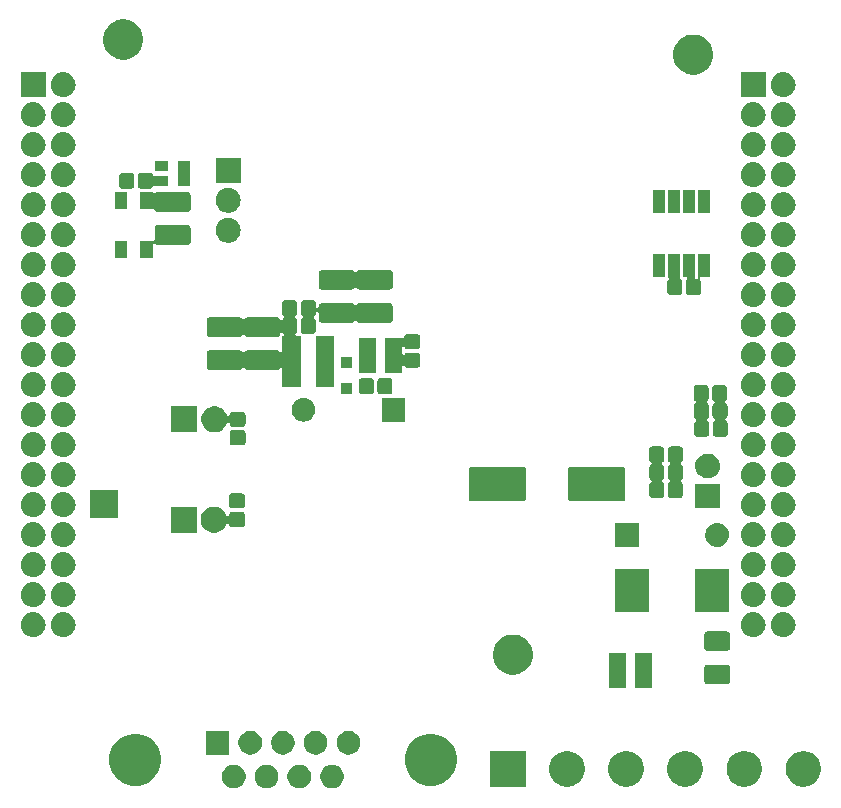
<source format=gbr>
G04 #@! TF.GenerationSoftware,KiCad,Pcbnew,5.0.2-bee76a0~70~ubuntu18.04.1*
G04 #@! TF.CreationDate,2019-08-08T23:41:47+02:00*
G04 #@! TF.ProjectId,adapterBoard,61646170-7465-4724-926f-6172642e6b69,rev?*
G04 #@! TF.SameCoordinates,Original*
G04 #@! TF.FileFunction,Soldermask,Top*
G04 #@! TF.FilePolarity,Negative*
%FSLAX46Y46*%
G04 Gerber Fmt 4.6, Leading zero omitted, Abs format (unit mm)*
G04 Created by KiCad (PCBNEW 5.0.2-bee76a0~70~ubuntu18.04.1) date Do 08 Aug 2019 23:41:47 CEST*
%MOMM*%
%LPD*%
G01*
G04 APERTURE LIST*
%ADD10C,0.100000*%
G04 APERTURE END LIST*
D10*
G36*
X147930770Y-103955372D02*
X148046689Y-103978429D01*
X148228678Y-104053811D01*
X148392463Y-104163249D01*
X148531751Y-104302537D01*
X148641189Y-104466322D01*
X148716571Y-104648311D01*
X148755000Y-104841509D01*
X148755000Y-105038491D01*
X148716571Y-105231689D01*
X148641189Y-105413678D01*
X148531751Y-105577463D01*
X148392463Y-105716751D01*
X148228678Y-105826189D01*
X148046689Y-105901571D01*
X147930770Y-105924628D01*
X147853493Y-105940000D01*
X147656507Y-105940000D01*
X147579230Y-105924628D01*
X147463311Y-105901571D01*
X147281322Y-105826189D01*
X147117537Y-105716751D01*
X146978249Y-105577463D01*
X146868811Y-105413678D01*
X146793429Y-105231689D01*
X146755000Y-105038491D01*
X146755000Y-104841509D01*
X146793429Y-104648311D01*
X146868811Y-104466322D01*
X146978249Y-104302537D01*
X147117537Y-104163249D01*
X147281322Y-104053811D01*
X147463311Y-103978429D01*
X147579230Y-103955372D01*
X147656507Y-103940000D01*
X147853493Y-103940000D01*
X147930770Y-103955372D01*
X147930770Y-103955372D01*
G37*
G36*
X145160770Y-103955372D02*
X145276689Y-103978429D01*
X145458678Y-104053811D01*
X145622463Y-104163249D01*
X145761751Y-104302537D01*
X145871189Y-104466322D01*
X145946571Y-104648311D01*
X145985000Y-104841509D01*
X145985000Y-105038491D01*
X145946571Y-105231689D01*
X145871189Y-105413678D01*
X145761751Y-105577463D01*
X145622463Y-105716751D01*
X145458678Y-105826189D01*
X145276689Y-105901571D01*
X145160770Y-105924628D01*
X145083493Y-105940000D01*
X144886507Y-105940000D01*
X144809230Y-105924628D01*
X144693311Y-105901571D01*
X144511322Y-105826189D01*
X144347537Y-105716751D01*
X144208249Y-105577463D01*
X144098811Y-105413678D01*
X144023429Y-105231689D01*
X143985000Y-105038491D01*
X143985000Y-104841509D01*
X144023429Y-104648311D01*
X144098811Y-104466322D01*
X144208249Y-104302537D01*
X144347537Y-104163249D01*
X144511322Y-104053811D01*
X144693311Y-103978429D01*
X144809230Y-103955372D01*
X144886507Y-103940000D01*
X145083493Y-103940000D01*
X145160770Y-103955372D01*
X145160770Y-103955372D01*
G37*
G36*
X153470770Y-103955372D02*
X153586689Y-103978429D01*
X153768678Y-104053811D01*
X153932463Y-104163249D01*
X154071751Y-104302537D01*
X154181189Y-104466322D01*
X154256571Y-104648311D01*
X154295000Y-104841509D01*
X154295000Y-105038491D01*
X154256571Y-105231689D01*
X154181189Y-105413678D01*
X154071751Y-105577463D01*
X153932463Y-105716751D01*
X153768678Y-105826189D01*
X153586689Y-105901571D01*
X153470770Y-105924628D01*
X153393493Y-105940000D01*
X153196507Y-105940000D01*
X153119230Y-105924628D01*
X153003311Y-105901571D01*
X152821322Y-105826189D01*
X152657537Y-105716751D01*
X152518249Y-105577463D01*
X152408811Y-105413678D01*
X152333429Y-105231689D01*
X152295000Y-105038491D01*
X152295000Y-104841509D01*
X152333429Y-104648311D01*
X152408811Y-104466322D01*
X152518249Y-104302537D01*
X152657537Y-104163249D01*
X152821322Y-104053811D01*
X153003311Y-103978429D01*
X153119230Y-103955372D01*
X153196507Y-103940000D01*
X153393493Y-103940000D01*
X153470770Y-103955372D01*
X153470770Y-103955372D01*
G37*
G36*
X150700770Y-103955372D02*
X150816689Y-103978429D01*
X150998678Y-104053811D01*
X151162463Y-104163249D01*
X151301751Y-104302537D01*
X151411189Y-104466322D01*
X151486571Y-104648311D01*
X151525000Y-104841509D01*
X151525000Y-105038491D01*
X151486571Y-105231689D01*
X151411189Y-105413678D01*
X151301751Y-105577463D01*
X151162463Y-105716751D01*
X150998678Y-105826189D01*
X150816689Y-105901571D01*
X150700770Y-105924628D01*
X150623493Y-105940000D01*
X150426507Y-105940000D01*
X150349230Y-105924628D01*
X150233311Y-105901571D01*
X150051322Y-105826189D01*
X149887537Y-105716751D01*
X149748249Y-105577463D01*
X149638811Y-105413678D01*
X149563429Y-105231689D01*
X149525000Y-105038491D01*
X149525000Y-104841509D01*
X149563429Y-104648311D01*
X149638811Y-104466322D01*
X149748249Y-104302537D01*
X149887537Y-104163249D01*
X150051322Y-104053811D01*
X150233311Y-103978429D01*
X150349230Y-103955372D01*
X150426507Y-103940000D01*
X150623493Y-103940000D01*
X150700770Y-103955372D01*
X150700770Y-103955372D01*
G37*
G36*
X188540935Y-102838429D02*
X188637534Y-102857644D01*
X188910517Y-102970717D01*
X188933672Y-102986189D01*
X189156197Y-103134876D01*
X189365124Y-103343803D01*
X189529284Y-103589485D01*
X189642356Y-103862467D01*
X189700000Y-104152261D01*
X189700000Y-104447739D01*
X189642356Y-104737533D01*
X189529284Y-105010515D01*
X189365124Y-105256197D01*
X189156197Y-105465124D01*
X189156194Y-105465126D01*
X188910517Y-105629283D01*
X188910516Y-105629284D01*
X188910515Y-105629284D01*
X188895614Y-105635456D01*
X188637534Y-105742356D01*
X188540935Y-105761571D01*
X188347739Y-105800000D01*
X188052261Y-105800000D01*
X187859065Y-105761571D01*
X187762466Y-105742356D01*
X187504386Y-105635456D01*
X187489485Y-105629284D01*
X187489484Y-105629284D01*
X187489483Y-105629283D01*
X187243806Y-105465126D01*
X187243803Y-105465124D01*
X187034876Y-105256197D01*
X186870716Y-105010515D01*
X186757644Y-104737533D01*
X186700000Y-104447739D01*
X186700000Y-104152261D01*
X186757644Y-103862467D01*
X186870716Y-103589485D01*
X187034876Y-103343803D01*
X187243803Y-103134876D01*
X187466328Y-102986189D01*
X187489483Y-102970717D01*
X187762466Y-102857644D01*
X187859065Y-102838429D01*
X188052261Y-102800000D01*
X188347739Y-102800000D01*
X188540935Y-102838429D01*
X188540935Y-102838429D01*
G37*
G36*
X193540935Y-102838429D02*
X193637534Y-102857644D01*
X193910517Y-102970717D01*
X193933672Y-102986189D01*
X194156197Y-103134876D01*
X194365124Y-103343803D01*
X194529284Y-103589485D01*
X194642356Y-103862467D01*
X194700000Y-104152261D01*
X194700000Y-104447739D01*
X194642356Y-104737533D01*
X194529284Y-105010515D01*
X194365124Y-105256197D01*
X194156197Y-105465124D01*
X194156194Y-105465126D01*
X193910517Y-105629283D01*
X193910516Y-105629284D01*
X193910515Y-105629284D01*
X193895614Y-105635456D01*
X193637534Y-105742356D01*
X193540935Y-105761571D01*
X193347739Y-105800000D01*
X193052261Y-105800000D01*
X192859065Y-105761571D01*
X192762466Y-105742356D01*
X192504386Y-105635456D01*
X192489485Y-105629284D01*
X192489484Y-105629284D01*
X192489483Y-105629283D01*
X192243806Y-105465126D01*
X192243803Y-105465124D01*
X192034876Y-105256197D01*
X191870716Y-105010515D01*
X191757644Y-104737533D01*
X191700000Y-104447739D01*
X191700000Y-104152261D01*
X191757644Y-103862467D01*
X191870716Y-103589485D01*
X192034876Y-103343803D01*
X192243803Y-103134876D01*
X192466328Y-102986189D01*
X192489483Y-102970717D01*
X192762466Y-102857644D01*
X192859065Y-102838429D01*
X193052261Y-102800000D01*
X193347739Y-102800000D01*
X193540935Y-102838429D01*
X193540935Y-102838429D01*
G37*
G36*
X183540935Y-102838429D02*
X183637534Y-102857644D01*
X183910517Y-102970717D01*
X183933672Y-102986189D01*
X184156197Y-103134876D01*
X184365124Y-103343803D01*
X184529284Y-103589485D01*
X184642356Y-103862467D01*
X184700000Y-104152261D01*
X184700000Y-104447739D01*
X184642356Y-104737533D01*
X184529284Y-105010515D01*
X184365124Y-105256197D01*
X184156197Y-105465124D01*
X184156194Y-105465126D01*
X183910517Y-105629283D01*
X183910516Y-105629284D01*
X183910515Y-105629284D01*
X183895614Y-105635456D01*
X183637534Y-105742356D01*
X183540935Y-105761571D01*
X183347739Y-105800000D01*
X183052261Y-105800000D01*
X182859065Y-105761571D01*
X182762466Y-105742356D01*
X182504386Y-105635456D01*
X182489485Y-105629284D01*
X182489484Y-105629284D01*
X182489483Y-105629283D01*
X182243806Y-105465126D01*
X182243803Y-105465124D01*
X182034876Y-105256197D01*
X181870716Y-105010515D01*
X181757644Y-104737533D01*
X181700000Y-104447739D01*
X181700000Y-104152261D01*
X181757644Y-103862467D01*
X181870716Y-103589485D01*
X182034876Y-103343803D01*
X182243803Y-103134876D01*
X182466328Y-102986189D01*
X182489483Y-102970717D01*
X182762466Y-102857644D01*
X182859065Y-102838429D01*
X183052261Y-102800000D01*
X183347739Y-102800000D01*
X183540935Y-102838429D01*
X183540935Y-102838429D01*
G37*
G36*
X178540935Y-102838429D02*
X178637534Y-102857644D01*
X178910517Y-102970717D01*
X178933672Y-102986189D01*
X179156197Y-103134876D01*
X179365124Y-103343803D01*
X179529284Y-103589485D01*
X179642356Y-103862467D01*
X179700000Y-104152261D01*
X179700000Y-104447739D01*
X179642356Y-104737533D01*
X179529284Y-105010515D01*
X179365124Y-105256197D01*
X179156197Y-105465124D01*
X179156194Y-105465126D01*
X178910517Y-105629283D01*
X178910516Y-105629284D01*
X178910515Y-105629284D01*
X178895614Y-105635456D01*
X178637534Y-105742356D01*
X178540935Y-105761571D01*
X178347739Y-105800000D01*
X178052261Y-105800000D01*
X177859065Y-105761571D01*
X177762466Y-105742356D01*
X177504386Y-105635456D01*
X177489485Y-105629284D01*
X177489484Y-105629284D01*
X177489483Y-105629283D01*
X177243806Y-105465126D01*
X177243803Y-105465124D01*
X177034876Y-105256197D01*
X176870716Y-105010515D01*
X176757644Y-104737533D01*
X176700000Y-104447739D01*
X176700000Y-104152261D01*
X176757644Y-103862467D01*
X176870716Y-103589485D01*
X177034876Y-103343803D01*
X177243803Y-103134876D01*
X177466328Y-102986189D01*
X177489483Y-102970717D01*
X177762466Y-102857644D01*
X177859065Y-102838429D01*
X178052261Y-102800000D01*
X178347739Y-102800000D01*
X178540935Y-102838429D01*
X178540935Y-102838429D01*
G37*
G36*
X173540935Y-102838429D02*
X173637534Y-102857644D01*
X173910517Y-102970717D01*
X173933672Y-102986189D01*
X174156197Y-103134876D01*
X174365124Y-103343803D01*
X174529284Y-103589485D01*
X174642356Y-103862467D01*
X174700000Y-104152261D01*
X174700000Y-104447739D01*
X174642356Y-104737533D01*
X174529284Y-105010515D01*
X174365124Y-105256197D01*
X174156197Y-105465124D01*
X174156194Y-105465126D01*
X173910517Y-105629283D01*
X173910516Y-105629284D01*
X173910515Y-105629284D01*
X173895614Y-105635456D01*
X173637534Y-105742356D01*
X173540935Y-105761571D01*
X173347739Y-105800000D01*
X173052261Y-105800000D01*
X172859065Y-105761571D01*
X172762466Y-105742356D01*
X172504386Y-105635456D01*
X172489485Y-105629284D01*
X172489484Y-105629284D01*
X172489483Y-105629283D01*
X172243806Y-105465126D01*
X172243803Y-105465124D01*
X172034876Y-105256197D01*
X171870716Y-105010515D01*
X171757644Y-104737533D01*
X171700000Y-104447739D01*
X171700000Y-104152261D01*
X171757644Y-103862467D01*
X171870716Y-103589485D01*
X172034876Y-103343803D01*
X172243803Y-103134876D01*
X172466328Y-102986189D01*
X172489483Y-102970717D01*
X172762466Y-102857644D01*
X172859065Y-102838429D01*
X173052261Y-102800000D01*
X173347739Y-102800000D01*
X173540935Y-102838429D01*
X173540935Y-102838429D01*
G37*
G36*
X169700000Y-105800000D02*
X166700000Y-105800000D01*
X166700000Y-102800000D01*
X169700000Y-102800000D01*
X169700000Y-105800000D01*
X169700000Y-105800000D01*
G37*
G36*
X137281716Y-101404544D02*
X137682090Y-101570384D01*
X138042421Y-101811150D01*
X138348850Y-102117579D01*
X138589616Y-102477910D01*
X138755456Y-102878284D01*
X138840000Y-103303317D01*
X138840000Y-103736683D01*
X138755456Y-104161716D01*
X138589616Y-104562090D01*
X138348850Y-104922421D01*
X138042421Y-105228850D01*
X137682090Y-105469616D01*
X137281716Y-105635456D01*
X136856683Y-105720000D01*
X136423317Y-105720000D01*
X135998284Y-105635456D01*
X135597910Y-105469616D01*
X135237579Y-105228850D01*
X134931150Y-104922421D01*
X134690384Y-104562090D01*
X134524544Y-104161716D01*
X134440000Y-103736683D01*
X134440000Y-103303317D01*
X134524544Y-102878284D01*
X134690384Y-102477910D01*
X134931150Y-102117579D01*
X135237579Y-101811150D01*
X135597910Y-101570384D01*
X135998284Y-101404544D01*
X136423317Y-101320000D01*
X136856683Y-101320000D01*
X137281716Y-101404544D01*
X137281716Y-101404544D01*
G37*
G36*
X162281716Y-101404544D02*
X162682090Y-101570384D01*
X163042421Y-101811150D01*
X163348850Y-102117579D01*
X163589616Y-102477910D01*
X163755456Y-102878284D01*
X163840000Y-103303317D01*
X163840000Y-103736683D01*
X163755456Y-104161716D01*
X163589616Y-104562090D01*
X163348850Y-104922421D01*
X163042421Y-105228850D01*
X162682090Y-105469616D01*
X162281716Y-105635456D01*
X161856683Y-105720000D01*
X161423317Y-105720000D01*
X160998284Y-105635456D01*
X160597910Y-105469616D01*
X160237579Y-105228850D01*
X159931150Y-104922421D01*
X159690384Y-104562090D01*
X159524544Y-104161716D01*
X159440000Y-103736683D01*
X159440000Y-103303317D01*
X159524544Y-102878284D01*
X159690384Y-102477910D01*
X159931150Y-102117579D01*
X160237579Y-101811150D01*
X160597910Y-101570384D01*
X160998284Y-101404544D01*
X161423317Y-101320000D01*
X161856683Y-101320000D01*
X162281716Y-101404544D01*
X162281716Y-101404544D01*
G37*
G36*
X152085770Y-101115372D02*
X152201689Y-101138429D01*
X152383678Y-101213811D01*
X152547463Y-101323249D01*
X152686751Y-101462537D01*
X152796189Y-101626322D01*
X152871571Y-101808311D01*
X152910000Y-102001509D01*
X152910000Y-102198491D01*
X152871571Y-102391689D01*
X152796189Y-102573678D01*
X152686751Y-102737463D01*
X152547463Y-102876751D01*
X152383678Y-102986189D01*
X152201689Y-103061571D01*
X152085770Y-103084628D01*
X152008493Y-103100000D01*
X151811507Y-103100000D01*
X151734230Y-103084628D01*
X151618311Y-103061571D01*
X151436322Y-102986189D01*
X151272537Y-102876751D01*
X151133249Y-102737463D01*
X151023811Y-102573678D01*
X150948429Y-102391689D01*
X150910000Y-102198491D01*
X150910000Y-102001509D01*
X150948429Y-101808311D01*
X151023811Y-101626322D01*
X151133249Y-101462537D01*
X151272537Y-101323249D01*
X151436322Y-101213811D01*
X151618311Y-101138429D01*
X151734230Y-101115372D01*
X151811507Y-101100000D01*
X152008493Y-101100000D01*
X152085770Y-101115372D01*
X152085770Y-101115372D01*
G37*
G36*
X144600000Y-103100000D02*
X142600000Y-103100000D01*
X142600000Y-101100000D01*
X144600000Y-101100000D01*
X144600000Y-103100000D01*
X144600000Y-103100000D01*
G37*
G36*
X146545770Y-101115372D02*
X146661689Y-101138429D01*
X146843678Y-101213811D01*
X147007463Y-101323249D01*
X147146751Y-101462537D01*
X147256189Y-101626322D01*
X147331571Y-101808311D01*
X147370000Y-102001509D01*
X147370000Y-102198491D01*
X147331571Y-102391689D01*
X147256189Y-102573678D01*
X147146751Y-102737463D01*
X147007463Y-102876751D01*
X146843678Y-102986189D01*
X146661689Y-103061571D01*
X146545770Y-103084628D01*
X146468493Y-103100000D01*
X146271507Y-103100000D01*
X146194230Y-103084628D01*
X146078311Y-103061571D01*
X145896322Y-102986189D01*
X145732537Y-102876751D01*
X145593249Y-102737463D01*
X145483811Y-102573678D01*
X145408429Y-102391689D01*
X145370000Y-102198491D01*
X145370000Y-102001509D01*
X145408429Y-101808311D01*
X145483811Y-101626322D01*
X145593249Y-101462537D01*
X145732537Y-101323249D01*
X145896322Y-101213811D01*
X146078311Y-101138429D01*
X146194230Y-101115372D01*
X146271507Y-101100000D01*
X146468493Y-101100000D01*
X146545770Y-101115372D01*
X146545770Y-101115372D01*
G37*
G36*
X149315770Y-101115372D02*
X149431689Y-101138429D01*
X149613678Y-101213811D01*
X149777463Y-101323249D01*
X149916751Y-101462537D01*
X150026189Y-101626322D01*
X150101571Y-101808311D01*
X150140000Y-102001509D01*
X150140000Y-102198491D01*
X150101571Y-102391689D01*
X150026189Y-102573678D01*
X149916751Y-102737463D01*
X149777463Y-102876751D01*
X149613678Y-102986189D01*
X149431689Y-103061571D01*
X149315770Y-103084628D01*
X149238493Y-103100000D01*
X149041507Y-103100000D01*
X148964230Y-103084628D01*
X148848311Y-103061571D01*
X148666322Y-102986189D01*
X148502537Y-102876751D01*
X148363249Y-102737463D01*
X148253811Y-102573678D01*
X148178429Y-102391689D01*
X148140000Y-102198491D01*
X148140000Y-102001509D01*
X148178429Y-101808311D01*
X148253811Y-101626322D01*
X148363249Y-101462537D01*
X148502537Y-101323249D01*
X148666322Y-101213811D01*
X148848311Y-101138429D01*
X148964230Y-101115372D01*
X149041507Y-101100000D01*
X149238493Y-101100000D01*
X149315770Y-101115372D01*
X149315770Y-101115372D01*
G37*
G36*
X154855770Y-101115372D02*
X154971689Y-101138429D01*
X155153678Y-101213811D01*
X155317463Y-101323249D01*
X155456751Y-101462537D01*
X155566189Y-101626322D01*
X155641571Y-101808311D01*
X155680000Y-102001509D01*
X155680000Y-102198491D01*
X155641571Y-102391689D01*
X155566189Y-102573678D01*
X155456751Y-102737463D01*
X155317463Y-102876751D01*
X155153678Y-102986189D01*
X154971689Y-103061571D01*
X154855770Y-103084628D01*
X154778493Y-103100000D01*
X154581507Y-103100000D01*
X154504230Y-103084628D01*
X154388311Y-103061571D01*
X154206322Y-102986189D01*
X154042537Y-102876751D01*
X153903249Y-102737463D01*
X153793811Y-102573678D01*
X153718429Y-102391689D01*
X153680000Y-102198491D01*
X153680000Y-102001509D01*
X153718429Y-101808311D01*
X153793811Y-101626322D01*
X153903249Y-101462537D01*
X154042537Y-101323249D01*
X154206322Y-101213811D01*
X154388311Y-101138429D01*
X154504230Y-101115372D01*
X154581507Y-101100000D01*
X154778493Y-101100000D01*
X154855770Y-101115372D01*
X154855770Y-101115372D01*
G37*
G36*
X180430000Y-97475000D02*
X178970000Y-97475000D01*
X178970000Y-94525000D01*
X180430000Y-94525000D01*
X180430000Y-97475000D01*
X180430000Y-97475000D01*
G37*
G36*
X178230000Y-97475000D02*
X176770000Y-97475000D01*
X176770000Y-94525000D01*
X178230000Y-94525000D01*
X178230000Y-97475000D01*
X178230000Y-97475000D01*
G37*
G36*
X186769628Y-95480493D02*
X186817354Y-95494970D01*
X186861336Y-95518479D01*
X186899885Y-95550115D01*
X186931521Y-95588664D01*
X186955030Y-95632646D01*
X186969507Y-95680372D01*
X186975000Y-95736141D01*
X186975000Y-96863859D01*
X186969507Y-96919628D01*
X186955030Y-96967354D01*
X186931521Y-97011336D01*
X186899885Y-97049885D01*
X186861336Y-97081521D01*
X186817354Y-97105030D01*
X186769628Y-97119507D01*
X186713859Y-97125000D01*
X185086141Y-97125000D01*
X185030372Y-97119507D01*
X184982646Y-97105030D01*
X184938664Y-97081521D01*
X184900115Y-97049885D01*
X184868479Y-97011336D01*
X184844970Y-96967354D01*
X184830493Y-96919628D01*
X184825000Y-96863859D01*
X184825000Y-95736141D01*
X184830493Y-95680372D01*
X184844970Y-95632646D01*
X184868479Y-95588664D01*
X184900115Y-95550115D01*
X184938664Y-95518479D01*
X184982646Y-95494970D01*
X185030372Y-95480493D01*
X185086141Y-95475000D01*
X186713859Y-95475000D01*
X186769628Y-95480493D01*
X186769628Y-95480493D01*
G37*
G36*
X168996393Y-92983553D02*
X169105872Y-93005330D01*
X169415252Y-93133479D01*
X169693687Y-93319523D01*
X169930477Y-93556313D01*
X170116521Y-93834748D01*
X170244670Y-94144128D01*
X170310000Y-94472565D01*
X170310000Y-94807435D01*
X170244670Y-95135872D01*
X170116521Y-95445252D01*
X169930477Y-95723687D01*
X169693687Y-95960477D01*
X169415252Y-96146521D01*
X169105872Y-96274670D01*
X168996393Y-96296447D01*
X168777437Y-96340000D01*
X168442563Y-96340000D01*
X168223607Y-96296447D01*
X168114128Y-96274670D01*
X167804748Y-96146521D01*
X167526313Y-95960477D01*
X167289523Y-95723687D01*
X167103479Y-95445252D01*
X166975330Y-95135872D01*
X166910000Y-94807435D01*
X166910000Y-94472565D01*
X166975330Y-94144128D01*
X167103479Y-93834748D01*
X167289523Y-93556313D01*
X167526313Y-93319523D01*
X167804748Y-93133479D01*
X168114128Y-93005330D01*
X168223607Y-92983553D01*
X168442563Y-92940000D01*
X168777437Y-92940000D01*
X168996393Y-92983553D01*
X168996393Y-92983553D01*
G37*
G36*
X186769628Y-92680493D02*
X186817354Y-92694970D01*
X186861336Y-92718479D01*
X186899885Y-92750115D01*
X186931521Y-92788664D01*
X186955030Y-92832646D01*
X186969507Y-92880372D01*
X186975000Y-92936141D01*
X186975000Y-94063859D01*
X186969507Y-94119628D01*
X186955030Y-94167354D01*
X186931521Y-94211336D01*
X186899885Y-94249885D01*
X186861336Y-94281521D01*
X186817354Y-94305030D01*
X186769628Y-94319507D01*
X186713859Y-94325000D01*
X185086141Y-94325000D01*
X185030372Y-94319507D01*
X184982646Y-94305030D01*
X184938664Y-94281521D01*
X184900115Y-94249885D01*
X184868479Y-94211336D01*
X184844970Y-94167354D01*
X184830493Y-94119628D01*
X184825000Y-94063859D01*
X184825000Y-92936141D01*
X184830493Y-92880372D01*
X184844970Y-92832646D01*
X184868479Y-92788664D01*
X184900115Y-92750115D01*
X184938664Y-92718479D01*
X184982646Y-92694970D01*
X185030372Y-92680493D01*
X185086141Y-92675000D01*
X186713859Y-92675000D01*
X186769628Y-92680493D01*
X186769628Y-92680493D01*
G37*
G36*
X189078707Y-91057596D02*
X189155836Y-91065193D01*
X189287787Y-91105220D01*
X189353763Y-91125233D01*
X189536172Y-91222733D01*
X189696054Y-91353946D01*
X189827267Y-91513828D01*
X189924767Y-91696237D01*
X189924767Y-91696238D01*
X189984807Y-91894164D01*
X190005080Y-92100000D01*
X189984807Y-92305836D01*
X189944780Y-92437787D01*
X189924767Y-92503763D01*
X189827267Y-92686172D01*
X189696054Y-92846054D01*
X189536172Y-92977267D01*
X189353763Y-93074767D01*
X189287787Y-93094780D01*
X189155836Y-93134807D01*
X189078707Y-93142404D01*
X189001580Y-93150000D01*
X188898420Y-93150000D01*
X188821293Y-93142404D01*
X188744164Y-93134807D01*
X188612213Y-93094780D01*
X188546237Y-93074767D01*
X188363828Y-92977267D01*
X188203946Y-92846054D01*
X188072733Y-92686172D01*
X187975233Y-92503763D01*
X187955220Y-92437787D01*
X187915193Y-92305836D01*
X187894920Y-92100000D01*
X187915193Y-91894164D01*
X187975233Y-91696238D01*
X187975233Y-91696237D01*
X188072733Y-91513828D01*
X188203946Y-91353946D01*
X188363828Y-91222733D01*
X188546237Y-91125233D01*
X188612213Y-91105220D01*
X188744164Y-91065193D01*
X188821293Y-91057596D01*
X188898420Y-91050000D01*
X189001580Y-91050000D01*
X189078707Y-91057596D01*
X189078707Y-91057596D01*
G37*
G36*
X191618707Y-91057596D02*
X191695836Y-91065193D01*
X191827787Y-91105220D01*
X191893763Y-91125233D01*
X192076172Y-91222733D01*
X192236054Y-91353946D01*
X192367267Y-91513828D01*
X192464767Y-91696237D01*
X192464767Y-91696238D01*
X192524807Y-91894164D01*
X192545080Y-92100000D01*
X192524807Y-92305836D01*
X192484780Y-92437787D01*
X192464767Y-92503763D01*
X192367267Y-92686172D01*
X192236054Y-92846054D01*
X192076172Y-92977267D01*
X191893763Y-93074767D01*
X191827787Y-93094780D01*
X191695836Y-93134807D01*
X191618707Y-93142404D01*
X191541580Y-93150000D01*
X191438420Y-93150000D01*
X191361293Y-93142404D01*
X191284164Y-93134807D01*
X191152213Y-93094780D01*
X191086237Y-93074767D01*
X190903828Y-92977267D01*
X190743946Y-92846054D01*
X190612733Y-92686172D01*
X190515233Y-92503763D01*
X190495220Y-92437787D01*
X190455193Y-92305836D01*
X190434920Y-92100000D01*
X190455193Y-91894164D01*
X190515233Y-91696238D01*
X190515233Y-91696237D01*
X190612733Y-91513828D01*
X190743946Y-91353946D01*
X190903828Y-91222733D01*
X191086237Y-91125233D01*
X191152213Y-91105220D01*
X191284164Y-91065193D01*
X191361293Y-91057596D01*
X191438420Y-91050000D01*
X191541580Y-91050000D01*
X191618707Y-91057596D01*
X191618707Y-91057596D01*
G37*
G36*
X128118707Y-91057596D02*
X128195836Y-91065193D01*
X128327787Y-91105220D01*
X128393763Y-91125233D01*
X128576172Y-91222733D01*
X128736054Y-91353946D01*
X128867267Y-91513828D01*
X128964767Y-91696237D01*
X128964767Y-91696238D01*
X129024807Y-91894164D01*
X129045080Y-92100000D01*
X129024807Y-92305836D01*
X128984780Y-92437787D01*
X128964767Y-92503763D01*
X128867267Y-92686172D01*
X128736054Y-92846054D01*
X128576172Y-92977267D01*
X128393763Y-93074767D01*
X128327787Y-93094780D01*
X128195836Y-93134807D01*
X128118707Y-93142404D01*
X128041580Y-93150000D01*
X127938420Y-93150000D01*
X127861293Y-93142404D01*
X127784164Y-93134807D01*
X127652213Y-93094780D01*
X127586237Y-93074767D01*
X127403828Y-92977267D01*
X127243946Y-92846054D01*
X127112733Y-92686172D01*
X127015233Y-92503763D01*
X126995220Y-92437787D01*
X126955193Y-92305836D01*
X126934920Y-92100000D01*
X126955193Y-91894164D01*
X127015233Y-91696238D01*
X127015233Y-91696237D01*
X127112733Y-91513828D01*
X127243946Y-91353946D01*
X127403828Y-91222733D01*
X127586237Y-91125233D01*
X127652213Y-91105220D01*
X127784164Y-91065193D01*
X127861293Y-91057596D01*
X127938420Y-91050000D01*
X128041580Y-91050000D01*
X128118707Y-91057596D01*
X128118707Y-91057596D01*
G37*
G36*
X130658707Y-91057596D02*
X130735836Y-91065193D01*
X130867787Y-91105220D01*
X130933763Y-91125233D01*
X131116172Y-91222733D01*
X131276054Y-91353946D01*
X131407267Y-91513828D01*
X131504767Y-91696237D01*
X131504767Y-91696238D01*
X131564807Y-91894164D01*
X131585080Y-92100000D01*
X131564807Y-92305836D01*
X131524780Y-92437787D01*
X131504767Y-92503763D01*
X131407267Y-92686172D01*
X131276054Y-92846054D01*
X131116172Y-92977267D01*
X130933763Y-93074767D01*
X130867787Y-93094780D01*
X130735836Y-93134807D01*
X130658707Y-93142404D01*
X130581580Y-93150000D01*
X130478420Y-93150000D01*
X130401293Y-93142404D01*
X130324164Y-93134807D01*
X130192213Y-93094780D01*
X130126237Y-93074767D01*
X129943828Y-92977267D01*
X129783946Y-92846054D01*
X129652733Y-92686172D01*
X129555233Y-92503763D01*
X129535220Y-92437787D01*
X129495193Y-92305836D01*
X129474920Y-92100000D01*
X129495193Y-91894164D01*
X129555233Y-91696238D01*
X129555233Y-91696237D01*
X129652733Y-91513828D01*
X129783946Y-91353946D01*
X129943828Y-91222733D01*
X130126237Y-91125233D01*
X130192213Y-91105220D01*
X130324164Y-91065193D01*
X130401293Y-91057596D01*
X130478420Y-91050000D01*
X130581580Y-91050000D01*
X130658707Y-91057596D01*
X130658707Y-91057596D01*
G37*
G36*
X186950000Y-91050000D02*
X184050000Y-91050000D01*
X184050000Y-87350000D01*
X186950000Y-87350000D01*
X186950000Y-91050000D01*
X186950000Y-91050000D01*
G37*
G36*
X180150000Y-91050000D02*
X177250000Y-91050000D01*
X177250000Y-87350000D01*
X180150000Y-87350000D01*
X180150000Y-91050000D01*
X180150000Y-91050000D01*
G37*
G36*
X130658707Y-88517596D02*
X130735836Y-88525193D01*
X130867787Y-88565220D01*
X130933763Y-88585233D01*
X131116172Y-88682733D01*
X131276054Y-88813946D01*
X131407267Y-88973828D01*
X131504767Y-89156237D01*
X131504767Y-89156238D01*
X131564807Y-89354164D01*
X131585080Y-89560000D01*
X131564807Y-89765836D01*
X131524780Y-89897787D01*
X131504767Y-89963763D01*
X131407267Y-90146172D01*
X131276054Y-90306054D01*
X131116172Y-90437267D01*
X130933763Y-90534767D01*
X130867787Y-90554780D01*
X130735836Y-90594807D01*
X130658707Y-90602403D01*
X130581580Y-90610000D01*
X130478420Y-90610000D01*
X130401293Y-90602403D01*
X130324164Y-90594807D01*
X130192213Y-90554780D01*
X130126237Y-90534767D01*
X129943828Y-90437267D01*
X129783946Y-90306054D01*
X129652733Y-90146172D01*
X129555233Y-89963763D01*
X129535220Y-89897787D01*
X129495193Y-89765836D01*
X129474920Y-89560000D01*
X129495193Y-89354164D01*
X129555233Y-89156238D01*
X129555233Y-89156237D01*
X129652733Y-88973828D01*
X129783946Y-88813946D01*
X129943828Y-88682733D01*
X130126237Y-88585233D01*
X130192213Y-88565220D01*
X130324164Y-88525193D01*
X130401293Y-88517596D01*
X130478420Y-88510000D01*
X130581580Y-88510000D01*
X130658707Y-88517596D01*
X130658707Y-88517596D01*
G37*
G36*
X128118707Y-88517596D02*
X128195836Y-88525193D01*
X128327787Y-88565220D01*
X128393763Y-88585233D01*
X128576172Y-88682733D01*
X128736054Y-88813946D01*
X128867267Y-88973828D01*
X128964767Y-89156237D01*
X128964767Y-89156238D01*
X129024807Y-89354164D01*
X129045080Y-89560000D01*
X129024807Y-89765836D01*
X128984780Y-89897787D01*
X128964767Y-89963763D01*
X128867267Y-90146172D01*
X128736054Y-90306054D01*
X128576172Y-90437267D01*
X128393763Y-90534767D01*
X128327787Y-90554780D01*
X128195836Y-90594807D01*
X128118707Y-90602403D01*
X128041580Y-90610000D01*
X127938420Y-90610000D01*
X127861293Y-90602403D01*
X127784164Y-90594807D01*
X127652213Y-90554780D01*
X127586237Y-90534767D01*
X127403828Y-90437267D01*
X127243946Y-90306054D01*
X127112733Y-90146172D01*
X127015233Y-89963763D01*
X126995220Y-89897787D01*
X126955193Y-89765836D01*
X126934920Y-89560000D01*
X126955193Y-89354164D01*
X127015233Y-89156238D01*
X127015233Y-89156237D01*
X127112733Y-88973828D01*
X127243946Y-88813946D01*
X127403828Y-88682733D01*
X127586237Y-88585233D01*
X127652213Y-88565220D01*
X127784164Y-88525193D01*
X127861293Y-88517596D01*
X127938420Y-88510000D01*
X128041580Y-88510000D01*
X128118707Y-88517596D01*
X128118707Y-88517596D01*
G37*
G36*
X189078707Y-88517596D02*
X189155836Y-88525193D01*
X189287787Y-88565220D01*
X189353763Y-88585233D01*
X189536172Y-88682733D01*
X189696054Y-88813946D01*
X189827267Y-88973828D01*
X189924767Y-89156237D01*
X189924767Y-89156238D01*
X189984807Y-89354164D01*
X190005080Y-89560000D01*
X189984807Y-89765836D01*
X189944780Y-89897787D01*
X189924767Y-89963763D01*
X189827267Y-90146172D01*
X189696054Y-90306054D01*
X189536172Y-90437267D01*
X189353763Y-90534767D01*
X189287787Y-90554780D01*
X189155836Y-90594807D01*
X189078707Y-90602403D01*
X189001580Y-90610000D01*
X188898420Y-90610000D01*
X188821293Y-90602403D01*
X188744164Y-90594807D01*
X188612213Y-90554780D01*
X188546237Y-90534767D01*
X188363828Y-90437267D01*
X188203946Y-90306054D01*
X188072733Y-90146172D01*
X187975233Y-89963763D01*
X187955220Y-89897787D01*
X187915193Y-89765836D01*
X187894920Y-89560000D01*
X187915193Y-89354164D01*
X187975233Y-89156238D01*
X187975233Y-89156237D01*
X188072733Y-88973828D01*
X188203946Y-88813946D01*
X188363828Y-88682733D01*
X188546237Y-88585233D01*
X188612213Y-88565220D01*
X188744164Y-88525193D01*
X188821293Y-88517596D01*
X188898420Y-88510000D01*
X189001580Y-88510000D01*
X189078707Y-88517596D01*
X189078707Y-88517596D01*
G37*
G36*
X191618707Y-88517596D02*
X191695836Y-88525193D01*
X191827787Y-88565220D01*
X191893763Y-88585233D01*
X192076172Y-88682733D01*
X192236054Y-88813946D01*
X192367267Y-88973828D01*
X192464767Y-89156237D01*
X192464767Y-89156238D01*
X192524807Y-89354164D01*
X192545080Y-89560000D01*
X192524807Y-89765836D01*
X192484780Y-89897787D01*
X192464767Y-89963763D01*
X192367267Y-90146172D01*
X192236054Y-90306054D01*
X192076172Y-90437267D01*
X191893763Y-90534767D01*
X191827787Y-90554780D01*
X191695836Y-90594807D01*
X191618707Y-90602403D01*
X191541580Y-90610000D01*
X191438420Y-90610000D01*
X191361293Y-90602403D01*
X191284164Y-90594807D01*
X191152213Y-90554780D01*
X191086237Y-90534767D01*
X190903828Y-90437267D01*
X190743946Y-90306054D01*
X190612733Y-90146172D01*
X190515233Y-89963763D01*
X190495220Y-89897787D01*
X190455193Y-89765836D01*
X190434920Y-89560000D01*
X190455193Y-89354164D01*
X190515233Y-89156238D01*
X190515233Y-89156237D01*
X190612733Y-88973828D01*
X190743946Y-88813946D01*
X190903828Y-88682733D01*
X191086237Y-88585233D01*
X191152213Y-88565220D01*
X191284164Y-88525193D01*
X191361293Y-88517596D01*
X191438420Y-88510000D01*
X191541580Y-88510000D01*
X191618707Y-88517596D01*
X191618707Y-88517596D01*
G37*
G36*
X191618707Y-85977596D02*
X191695836Y-85985193D01*
X191827787Y-86025220D01*
X191893763Y-86045233D01*
X192076172Y-86142733D01*
X192236054Y-86273946D01*
X192367267Y-86433828D01*
X192464767Y-86616237D01*
X192464767Y-86616238D01*
X192524807Y-86814164D01*
X192545080Y-87020000D01*
X192524807Y-87225836D01*
X192487142Y-87350000D01*
X192464767Y-87423763D01*
X192367267Y-87606172D01*
X192236054Y-87766054D01*
X192076172Y-87897267D01*
X191893763Y-87994767D01*
X191827787Y-88014780D01*
X191695836Y-88054807D01*
X191618707Y-88062403D01*
X191541580Y-88070000D01*
X191438420Y-88070000D01*
X191361293Y-88062403D01*
X191284164Y-88054807D01*
X191152213Y-88014780D01*
X191086237Y-87994767D01*
X190903828Y-87897267D01*
X190743946Y-87766054D01*
X190612733Y-87606172D01*
X190515233Y-87423763D01*
X190492858Y-87350000D01*
X190455193Y-87225836D01*
X190434920Y-87020000D01*
X190455193Y-86814164D01*
X190515233Y-86616238D01*
X190515233Y-86616237D01*
X190612733Y-86433828D01*
X190743946Y-86273946D01*
X190903828Y-86142733D01*
X191086237Y-86045233D01*
X191152213Y-86025220D01*
X191284164Y-85985193D01*
X191361293Y-85977596D01*
X191438420Y-85970000D01*
X191541580Y-85970000D01*
X191618707Y-85977596D01*
X191618707Y-85977596D01*
G37*
G36*
X128118707Y-85977596D02*
X128195836Y-85985193D01*
X128327787Y-86025220D01*
X128393763Y-86045233D01*
X128576172Y-86142733D01*
X128736054Y-86273946D01*
X128867267Y-86433828D01*
X128964767Y-86616237D01*
X128964767Y-86616238D01*
X129024807Y-86814164D01*
X129045080Y-87020000D01*
X129024807Y-87225836D01*
X128987142Y-87350000D01*
X128964767Y-87423763D01*
X128867267Y-87606172D01*
X128736054Y-87766054D01*
X128576172Y-87897267D01*
X128393763Y-87994767D01*
X128327787Y-88014780D01*
X128195836Y-88054807D01*
X128118707Y-88062403D01*
X128041580Y-88070000D01*
X127938420Y-88070000D01*
X127861293Y-88062403D01*
X127784164Y-88054807D01*
X127652213Y-88014780D01*
X127586237Y-87994767D01*
X127403828Y-87897267D01*
X127243946Y-87766054D01*
X127112733Y-87606172D01*
X127015233Y-87423763D01*
X126992858Y-87350000D01*
X126955193Y-87225836D01*
X126934920Y-87020000D01*
X126955193Y-86814164D01*
X127015233Y-86616238D01*
X127015233Y-86616237D01*
X127112733Y-86433828D01*
X127243946Y-86273946D01*
X127403828Y-86142733D01*
X127586237Y-86045233D01*
X127652213Y-86025220D01*
X127784164Y-85985193D01*
X127861293Y-85977596D01*
X127938420Y-85970000D01*
X128041580Y-85970000D01*
X128118707Y-85977596D01*
X128118707Y-85977596D01*
G37*
G36*
X130658707Y-85977596D02*
X130735836Y-85985193D01*
X130867787Y-86025220D01*
X130933763Y-86045233D01*
X131116172Y-86142733D01*
X131276054Y-86273946D01*
X131407267Y-86433828D01*
X131504767Y-86616237D01*
X131504767Y-86616238D01*
X131564807Y-86814164D01*
X131585080Y-87020000D01*
X131564807Y-87225836D01*
X131527142Y-87350000D01*
X131504767Y-87423763D01*
X131407267Y-87606172D01*
X131276054Y-87766054D01*
X131116172Y-87897267D01*
X130933763Y-87994767D01*
X130867787Y-88014780D01*
X130735836Y-88054807D01*
X130658707Y-88062403D01*
X130581580Y-88070000D01*
X130478420Y-88070000D01*
X130401293Y-88062403D01*
X130324164Y-88054807D01*
X130192213Y-88014780D01*
X130126237Y-87994767D01*
X129943828Y-87897267D01*
X129783946Y-87766054D01*
X129652733Y-87606172D01*
X129555233Y-87423763D01*
X129532858Y-87350000D01*
X129495193Y-87225836D01*
X129474920Y-87020000D01*
X129495193Y-86814164D01*
X129555233Y-86616238D01*
X129555233Y-86616237D01*
X129652733Y-86433828D01*
X129783946Y-86273946D01*
X129943828Y-86142733D01*
X130126237Y-86045233D01*
X130192213Y-86025220D01*
X130324164Y-85985193D01*
X130401293Y-85977596D01*
X130478420Y-85970000D01*
X130581580Y-85970000D01*
X130658707Y-85977596D01*
X130658707Y-85977596D01*
G37*
G36*
X189078707Y-85977596D02*
X189155836Y-85985193D01*
X189287787Y-86025220D01*
X189353763Y-86045233D01*
X189536172Y-86142733D01*
X189696054Y-86273946D01*
X189827267Y-86433828D01*
X189924767Y-86616237D01*
X189924767Y-86616238D01*
X189984807Y-86814164D01*
X190005080Y-87020000D01*
X189984807Y-87225836D01*
X189947142Y-87350000D01*
X189924767Y-87423763D01*
X189827267Y-87606172D01*
X189696054Y-87766054D01*
X189536172Y-87897267D01*
X189353763Y-87994767D01*
X189287787Y-88014780D01*
X189155836Y-88054807D01*
X189078707Y-88062403D01*
X189001580Y-88070000D01*
X188898420Y-88070000D01*
X188821293Y-88062403D01*
X188744164Y-88054807D01*
X188612213Y-88014780D01*
X188546237Y-87994767D01*
X188363828Y-87897267D01*
X188203946Y-87766054D01*
X188072733Y-87606172D01*
X187975233Y-87423763D01*
X187952858Y-87350000D01*
X187915193Y-87225836D01*
X187894920Y-87020000D01*
X187915193Y-86814164D01*
X187975233Y-86616238D01*
X187975233Y-86616237D01*
X188072733Y-86433828D01*
X188203946Y-86273946D01*
X188363828Y-86142733D01*
X188546237Y-86045233D01*
X188612213Y-86025220D01*
X188744164Y-85985193D01*
X188821293Y-85977596D01*
X188898420Y-85970000D01*
X189001580Y-85970000D01*
X189078707Y-85977596D01*
X189078707Y-85977596D01*
G37*
G36*
X130658707Y-83437596D02*
X130735836Y-83445193D01*
X130867787Y-83485220D01*
X130933763Y-83505233D01*
X131116172Y-83602733D01*
X131276054Y-83733946D01*
X131407267Y-83893828D01*
X131504767Y-84076237D01*
X131504767Y-84076238D01*
X131564807Y-84274164D01*
X131585080Y-84480000D01*
X131564807Y-84685836D01*
X131561713Y-84696034D01*
X131504767Y-84883763D01*
X131407267Y-85066172D01*
X131276054Y-85226054D01*
X131116172Y-85357267D01*
X130933763Y-85454767D01*
X130867787Y-85474780D01*
X130735836Y-85514807D01*
X130658707Y-85522403D01*
X130581580Y-85530000D01*
X130478420Y-85530000D01*
X130401293Y-85522403D01*
X130324164Y-85514807D01*
X130192213Y-85474780D01*
X130126237Y-85454767D01*
X129943828Y-85357267D01*
X129783946Y-85226054D01*
X129652733Y-85066172D01*
X129555233Y-84883763D01*
X129498287Y-84696034D01*
X129495193Y-84685836D01*
X129474920Y-84480000D01*
X129495193Y-84274164D01*
X129555233Y-84076238D01*
X129555233Y-84076237D01*
X129652733Y-83893828D01*
X129783946Y-83733946D01*
X129943828Y-83602733D01*
X130126237Y-83505233D01*
X130192213Y-83485220D01*
X130324164Y-83445193D01*
X130401293Y-83437596D01*
X130478420Y-83430000D01*
X130581580Y-83430000D01*
X130658707Y-83437596D01*
X130658707Y-83437596D01*
G37*
G36*
X191618707Y-83437596D02*
X191695836Y-83445193D01*
X191827787Y-83485220D01*
X191893763Y-83505233D01*
X192076172Y-83602733D01*
X192236054Y-83733946D01*
X192367267Y-83893828D01*
X192464767Y-84076237D01*
X192464767Y-84076238D01*
X192524807Y-84274164D01*
X192545080Y-84480000D01*
X192524807Y-84685836D01*
X192521713Y-84696034D01*
X192464767Y-84883763D01*
X192367267Y-85066172D01*
X192236054Y-85226054D01*
X192076172Y-85357267D01*
X191893763Y-85454767D01*
X191827787Y-85474780D01*
X191695836Y-85514807D01*
X191618707Y-85522403D01*
X191541580Y-85530000D01*
X191438420Y-85530000D01*
X191361293Y-85522403D01*
X191284164Y-85514807D01*
X191152213Y-85474780D01*
X191086237Y-85454767D01*
X190903828Y-85357267D01*
X190743946Y-85226054D01*
X190612733Y-85066172D01*
X190515233Y-84883763D01*
X190458287Y-84696034D01*
X190455193Y-84685836D01*
X190434920Y-84480000D01*
X190455193Y-84274164D01*
X190515233Y-84076238D01*
X190515233Y-84076237D01*
X190612733Y-83893828D01*
X190743946Y-83733946D01*
X190903828Y-83602733D01*
X191086237Y-83505233D01*
X191152213Y-83485220D01*
X191284164Y-83445193D01*
X191361293Y-83437596D01*
X191438420Y-83430000D01*
X191541580Y-83430000D01*
X191618707Y-83437596D01*
X191618707Y-83437596D01*
G37*
G36*
X189078707Y-83437596D02*
X189155836Y-83445193D01*
X189287787Y-83485220D01*
X189353763Y-83505233D01*
X189536172Y-83602733D01*
X189696054Y-83733946D01*
X189827267Y-83893828D01*
X189924767Y-84076237D01*
X189924767Y-84076238D01*
X189984807Y-84274164D01*
X190005080Y-84480000D01*
X189984807Y-84685836D01*
X189981713Y-84696034D01*
X189924767Y-84883763D01*
X189827267Y-85066172D01*
X189696054Y-85226054D01*
X189536172Y-85357267D01*
X189353763Y-85454767D01*
X189287787Y-85474780D01*
X189155836Y-85514807D01*
X189078707Y-85522403D01*
X189001580Y-85530000D01*
X188898420Y-85530000D01*
X188821293Y-85522403D01*
X188744164Y-85514807D01*
X188612213Y-85474780D01*
X188546237Y-85454767D01*
X188363828Y-85357267D01*
X188203946Y-85226054D01*
X188072733Y-85066172D01*
X187975233Y-84883763D01*
X187918287Y-84696034D01*
X187915193Y-84685836D01*
X187894920Y-84480000D01*
X187915193Y-84274164D01*
X187975233Y-84076238D01*
X187975233Y-84076237D01*
X188072733Y-83893828D01*
X188203946Y-83733946D01*
X188363828Y-83602733D01*
X188546237Y-83505233D01*
X188612213Y-83485220D01*
X188744164Y-83445193D01*
X188821293Y-83437596D01*
X188898420Y-83430000D01*
X189001580Y-83430000D01*
X189078707Y-83437596D01*
X189078707Y-83437596D01*
G37*
G36*
X128118707Y-83437596D02*
X128195836Y-83445193D01*
X128327787Y-83485220D01*
X128393763Y-83505233D01*
X128576172Y-83602733D01*
X128736054Y-83733946D01*
X128867267Y-83893828D01*
X128964767Y-84076237D01*
X128964767Y-84076238D01*
X129024807Y-84274164D01*
X129045080Y-84480000D01*
X129024807Y-84685836D01*
X129021713Y-84696034D01*
X128964767Y-84883763D01*
X128867267Y-85066172D01*
X128736054Y-85226054D01*
X128576172Y-85357267D01*
X128393763Y-85454767D01*
X128327787Y-85474780D01*
X128195836Y-85514807D01*
X128118707Y-85522403D01*
X128041580Y-85530000D01*
X127938420Y-85530000D01*
X127861293Y-85522403D01*
X127784164Y-85514807D01*
X127652213Y-85474780D01*
X127586237Y-85454767D01*
X127403828Y-85357267D01*
X127243946Y-85226054D01*
X127112733Y-85066172D01*
X127015233Y-84883763D01*
X126958287Y-84696034D01*
X126955193Y-84685836D01*
X126934920Y-84480000D01*
X126955193Y-84274164D01*
X127015233Y-84076238D01*
X127015233Y-84076237D01*
X127112733Y-83893828D01*
X127243946Y-83733946D01*
X127403828Y-83602733D01*
X127586237Y-83505233D01*
X127652213Y-83485220D01*
X127784164Y-83445193D01*
X127861293Y-83437596D01*
X127938420Y-83430000D01*
X128041580Y-83430000D01*
X128118707Y-83437596D01*
X128118707Y-83437596D01*
G37*
G36*
X179280000Y-85500000D02*
X177280000Y-85500000D01*
X177280000Y-83500000D01*
X179280000Y-83500000D01*
X179280000Y-85500000D01*
X179280000Y-85500000D01*
G37*
G36*
X186096030Y-83514469D02*
X186096033Y-83514470D01*
X186096034Y-83514470D01*
X186284535Y-83571651D01*
X186284537Y-83571652D01*
X186458260Y-83664509D01*
X186610528Y-83789472D01*
X186735491Y-83941740D01*
X186735492Y-83941742D01*
X186828349Y-84115465D01*
X186876490Y-84274166D01*
X186885531Y-84303970D01*
X186904838Y-84500000D01*
X186885531Y-84696030D01*
X186828348Y-84884537D01*
X186735491Y-85058260D01*
X186610528Y-85210528D01*
X186458260Y-85335491D01*
X186458258Y-85335492D01*
X186284535Y-85428349D01*
X186096034Y-85485530D01*
X186096033Y-85485530D01*
X186096030Y-85485531D01*
X185949124Y-85500000D01*
X185850876Y-85500000D01*
X185703970Y-85485531D01*
X185703967Y-85485530D01*
X185703966Y-85485530D01*
X185515465Y-85428349D01*
X185341742Y-85335492D01*
X185341740Y-85335491D01*
X185189472Y-85210528D01*
X185064509Y-85058260D01*
X184971652Y-84884537D01*
X184914469Y-84696030D01*
X184895162Y-84500000D01*
X184914469Y-84303970D01*
X184923510Y-84274166D01*
X184971651Y-84115465D01*
X185064508Y-83941742D01*
X185064509Y-83941740D01*
X185189472Y-83789472D01*
X185341740Y-83664509D01*
X185515463Y-83571652D01*
X185515465Y-83571651D01*
X185703966Y-83514470D01*
X185703967Y-83514470D01*
X185703970Y-83514469D01*
X185850876Y-83500000D01*
X185949124Y-83500000D01*
X186096030Y-83514469D01*
X186096030Y-83514469D01*
G37*
G36*
X141860000Y-84300000D02*
X139660000Y-84300000D01*
X139660000Y-82100000D01*
X141860000Y-82100000D01*
X141860000Y-84300000D01*
X141860000Y-84300000D01*
G37*
G36*
X143620857Y-82142272D02*
X143821042Y-82225191D01*
X143821045Y-82225193D01*
X143998496Y-82343762D01*
X144001213Y-82345578D01*
X144154422Y-82498787D01*
X144154424Y-82498790D01*
X144154425Y-82498791D01*
X144264965Y-82664225D01*
X144274808Y-82678957D01*
X144336981Y-82829055D01*
X144348532Y-82850665D01*
X144364078Y-82869607D01*
X144383020Y-82885153D01*
X144404631Y-82896704D01*
X144428080Y-82903817D01*
X144452466Y-82906219D01*
X144476852Y-82903817D01*
X144500302Y-82896704D01*
X144521912Y-82885153D01*
X144540854Y-82869607D01*
X144556400Y-82850665D01*
X144567951Y-82829054D01*
X144575064Y-82805605D01*
X144576864Y-82793471D01*
X144580517Y-82756378D01*
X144595066Y-82708415D01*
X144618686Y-82664225D01*
X144650482Y-82625482D01*
X144689225Y-82593686D01*
X144733415Y-82570066D01*
X144781378Y-82555517D01*
X144837391Y-82550000D01*
X145662609Y-82550000D01*
X145718622Y-82555517D01*
X145766585Y-82570066D01*
X145810775Y-82593686D01*
X145849518Y-82625482D01*
X145881314Y-82664225D01*
X145904934Y-82708415D01*
X145919483Y-82756378D01*
X145925000Y-82812391D01*
X145925000Y-83562609D01*
X145919483Y-83618622D01*
X145904934Y-83666585D01*
X145881314Y-83710775D01*
X145849518Y-83749518D01*
X145810775Y-83781314D01*
X145766585Y-83804934D01*
X145718622Y-83819483D01*
X145662609Y-83825000D01*
X144837391Y-83825000D01*
X144781378Y-83819483D01*
X144733415Y-83804934D01*
X144689225Y-83781314D01*
X144650482Y-83749518D01*
X144618686Y-83710775D01*
X144595066Y-83666585D01*
X144580517Y-83618622D01*
X144578853Y-83601727D01*
X144574072Y-83577693D01*
X144564695Y-83555054D01*
X144551081Y-83534680D01*
X144533754Y-83517352D01*
X144513379Y-83503739D01*
X144490740Y-83494361D01*
X144466707Y-83489581D01*
X144442203Y-83489581D01*
X144418169Y-83494362D01*
X144395530Y-83503739D01*
X144375156Y-83517353D01*
X144357828Y-83534680D01*
X144338970Y-83566143D01*
X144298225Y-83664509D01*
X144274807Y-83721045D01*
X144205346Y-83825000D01*
X144154422Y-83901213D01*
X144001213Y-84054422D01*
X144001210Y-84054424D01*
X144001209Y-84054425D01*
X143909859Y-84115463D01*
X143821042Y-84174809D01*
X143620857Y-84257728D01*
X143408342Y-84300000D01*
X143191658Y-84300000D01*
X142979143Y-84257728D01*
X142778958Y-84174809D01*
X142690141Y-84115463D01*
X142598791Y-84054425D01*
X142598790Y-84054424D01*
X142598787Y-84054422D01*
X142445578Y-83901213D01*
X142325191Y-83721042D01*
X142242272Y-83520857D01*
X142200000Y-83308342D01*
X142200000Y-83091658D01*
X142242272Y-82879143D01*
X142325191Y-82678958D01*
X142395146Y-82574263D01*
X142445575Y-82498791D01*
X142445576Y-82498790D01*
X142445578Y-82498787D01*
X142598787Y-82345578D01*
X142601505Y-82343762D01*
X142778955Y-82225193D01*
X142778958Y-82225191D01*
X142979143Y-82142272D01*
X143191658Y-82100000D01*
X143408342Y-82100000D01*
X143620857Y-82142272D01*
X143620857Y-82142272D01*
G37*
G36*
X135200000Y-83100000D02*
X132800000Y-83100000D01*
X132800000Y-80700000D01*
X135200000Y-80700000D01*
X135200000Y-83100000D01*
X135200000Y-83100000D01*
G37*
G36*
X191618707Y-80897597D02*
X191695836Y-80905193D01*
X191827787Y-80945220D01*
X191893763Y-80965233D01*
X192076172Y-81062733D01*
X192236054Y-81193946D01*
X192367267Y-81353828D01*
X192464767Y-81536237D01*
X192484780Y-81602213D01*
X192524807Y-81734164D01*
X192545080Y-81940000D01*
X192524807Y-82145836D01*
X192506461Y-82206314D01*
X192464767Y-82343763D01*
X192367267Y-82526172D01*
X192236054Y-82686054D01*
X192076172Y-82817267D01*
X191893763Y-82914767D01*
X191827787Y-82934780D01*
X191695836Y-82974807D01*
X191618707Y-82982403D01*
X191541580Y-82990000D01*
X191438420Y-82990000D01*
X191361293Y-82982403D01*
X191284164Y-82974807D01*
X191152213Y-82934780D01*
X191086237Y-82914767D01*
X190903828Y-82817267D01*
X190743946Y-82686054D01*
X190612733Y-82526172D01*
X190515233Y-82343763D01*
X190473539Y-82206314D01*
X190455193Y-82145836D01*
X190434920Y-81940000D01*
X190455193Y-81734164D01*
X190495220Y-81602213D01*
X190515233Y-81536237D01*
X190612733Y-81353828D01*
X190743946Y-81193946D01*
X190903828Y-81062733D01*
X191086237Y-80965233D01*
X191152213Y-80945220D01*
X191284164Y-80905193D01*
X191361293Y-80897597D01*
X191438420Y-80890000D01*
X191541580Y-80890000D01*
X191618707Y-80897597D01*
X191618707Y-80897597D01*
G37*
G36*
X189078707Y-80897597D02*
X189155836Y-80905193D01*
X189287787Y-80945220D01*
X189353763Y-80965233D01*
X189536172Y-81062733D01*
X189696054Y-81193946D01*
X189827267Y-81353828D01*
X189924767Y-81536237D01*
X189944780Y-81602213D01*
X189984807Y-81734164D01*
X190005080Y-81940000D01*
X189984807Y-82145836D01*
X189966461Y-82206314D01*
X189924767Y-82343763D01*
X189827267Y-82526172D01*
X189696054Y-82686054D01*
X189536172Y-82817267D01*
X189353763Y-82914767D01*
X189287787Y-82934780D01*
X189155836Y-82974807D01*
X189078707Y-82982403D01*
X189001580Y-82990000D01*
X188898420Y-82990000D01*
X188821293Y-82982403D01*
X188744164Y-82974807D01*
X188612213Y-82934780D01*
X188546237Y-82914767D01*
X188363828Y-82817267D01*
X188203946Y-82686054D01*
X188072733Y-82526172D01*
X187975233Y-82343763D01*
X187933539Y-82206314D01*
X187915193Y-82145836D01*
X187894920Y-81940000D01*
X187915193Y-81734164D01*
X187955220Y-81602213D01*
X187975233Y-81536237D01*
X188072733Y-81353828D01*
X188203946Y-81193946D01*
X188363828Y-81062733D01*
X188546237Y-80965233D01*
X188612213Y-80945220D01*
X188744164Y-80905193D01*
X188821293Y-80897597D01*
X188898420Y-80890000D01*
X189001580Y-80890000D01*
X189078707Y-80897597D01*
X189078707Y-80897597D01*
G37*
G36*
X128118707Y-80897597D02*
X128195836Y-80905193D01*
X128327787Y-80945220D01*
X128393763Y-80965233D01*
X128576172Y-81062733D01*
X128736054Y-81193946D01*
X128867267Y-81353828D01*
X128964767Y-81536237D01*
X128984780Y-81602213D01*
X129024807Y-81734164D01*
X129045080Y-81940000D01*
X129024807Y-82145836D01*
X129006461Y-82206314D01*
X128964767Y-82343763D01*
X128867267Y-82526172D01*
X128736054Y-82686054D01*
X128576172Y-82817267D01*
X128393763Y-82914767D01*
X128327787Y-82934780D01*
X128195836Y-82974807D01*
X128118707Y-82982403D01*
X128041580Y-82990000D01*
X127938420Y-82990000D01*
X127861293Y-82982403D01*
X127784164Y-82974807D01*
X127652213Y-82934780D01*
X127586237Y-82914767D01*
X127403828Y-82817267D01*
X127243946Y-82686054D01*
X127112733Y-82526172D01*
X127015233Y-82343763D01*
X126973539Y-82206314D01*
X126955193Y-82145836D01*
X126934920Y-81940000D01*
X126955193Y-81734164D01*
X126995220Y-81602213D01*
X127015233Y-81536237D01*
X127112733Y-81353828D01*
X127243946Y-81193946D01*
X127403828Y-81062733D01*
X127586237Y-80965233D01*
X127652213Y-80945220D01*
X127784164Y-80905193D01*
X127861293Y-80897597D01*
X127938420Y-80890000D01*
X128041580Y-80890000D01*
X128118707Y-80897597D01*
X128118707Y-80897597D01*
G37*
G36*
X130658707Y-80897597D02*
X130735836Y-80905193D01*
X130867787Y-80945220D01*
X130933763Y-80965233D01*
X131116172Y-81062733D01*
X131276054Y-81193946D01*
X131407267Y-81353828D01*
X131504767Y-81536237D01*
X131524780Y-81602213D01*
X131564807Y-81734164D01*
X131585080Y-81940000D01*
X131564807Y-82145836D01*
X131546461Y-82206314D01*
X131504767Y-82343763D01*
X131407267Y-82526172D01*
X131276054Y-82686054D01*
X131116172Y-82817267D01*
X130933763Y-82914767D01*
X130867787Y-82934780D01*
X130735836Y-82974807D01*
X130658707Y-82982403D01*
X130581580Y-82990000D01*
X130478420Y-82990000D01*
X130401293Y-82982403D01*
X130324164Y-82974807D01*
X130192213Y-82934780D01*
X130126237Y-82914767D01*
X129943828Y-82817267D01*
X129783946Y-82686054D01*
X129652733Y-82526172D01*
X129555233Y-82343763D01*
X129513539Y-82206314D01*
X129495193Y-82145836D01*
X129474920Y-81940000D01*
X129495193Y-81734164D01*
X129535220Y-81602213D01*
X129555233Y-81536237D01*
X129652733Y-81353828D01*
X129783946Y-81193946D01*
X129943828Y-81062733D01*
X130126237Y-80965233D01*
X130192213Y-80945220D01*
X130324164Y-80905193D01*
X130401293Y-80897597D01*
X130478420Y-80890000D01*
X130581580Y-80890000D01*
X130658707Y-80897597D01*
X130658707Y-80897597D01*
G37*
G36*
X186150000Y-82250000D02*
X184050000Y-82250000D01*
X184050000Y-80150000D01*
X186150000Y-80150000D01*
X186150000Y-82250000D01*
X186150000Y-82250000D01*
G37*
G36*
X145718622Y-80980517D02*
X145766585Y-80995066D01*
X145810775Y-81018686D01*
X145849518Y-81050482D01*
X145881314Y-81089225D01*
X145904934Y-81133415D01*
X145919483Y-81181378D01*
X145925000Y-81237391D01*
X145925000Y-81987609D01*
X145919483Y-82043622D01*
X145904934Y-82091585D01*
X145881314Y-82135775D01*
X145849518Y-82174518D01*
X145810775Y-82206314D01*
X145766585Y-82229934D01*
X145718622Y-82244483D01*
X145662609Y-82250000D01*
X144837391Y-82250000D01*
X144781378Y-82244483D01*
X144733415Y-82229934D01*
X144689225Y-82206314D01*
X144650482Y-82174518D01*
X144618686Y-82135775D01*
X144595066Y-82091585D01*
X144580517Y-82043622D01*
X144575000Y-81987609D01*
X144575000Y-81237391D01*
X144580517Y-81181378D01*
X144595066Y-81133415D01*
X144618686Y-81089225D01*
X144650482Y-81050482D01*
X144689225Y-81018686D01*
X144733415Y-80995066D01*
X144781378Y-80980517D01*
X144837391Y-80975000D01*
X145662609Y-80975000D01*
X145718622Y-80980517D01*
X145718622Y-80980517D01*
G37*
G36*
X177946947Y-78754244D02*
X177982478Y-78765022D01*
X178015223Y-78782524D01*
X178043923Y-78806077D01*
X178067476Y-78834777D01*
X178084978Y-78867522D01*
X178095756Y-78903053D01*
X178100000Y-78946141D01*
X178100000Y-81453859D01*
X178095756Y-81496947D01*
X178084978Y-81532478D01*
X178067476Y-81565223D01*
X178043923Y-81593923D01*
X178015223Y-81617476D01*
X177982478Y-81634978D01*
X177946947Y-81645756D01*
X177903859Y-81650000D01*
X173496141Y-81650000D01*
X173453053Y-81645756D01*
X173417522Y-81634978D01*
X173384777Y-81617476D01*
X173356077Y-81593923D01*
X173332524Y-81565223D01*
X173315022Y-81532478D01*
X173304244Y-81496947D01*
X173300000Y-81453859D01*
X173300000Y-78946141D01*
X173304244Y-78903053D01*
X173315022Y-78867522D01*
X173332524Y-78834777D01*
X173356077Y-78806077D01*
X173384777Y-78782524D01*
X173417522Y-78765022D01*
X173453053Y-78754244D01*
X173496141Y-78750000D01*
X177903859Y-78750000D01*
X177946947Y-78754244D01*
X177946947Y-78754244D01*
G37*
G36*
X169546947Y-78754244D02*
X169582478Y-78765022D01*
X169615223Y-78782524D01*
X169643923Y-78806077D01*
X169667476Y-78834777D01*
X169684978Y-78867522D01*
X169695756Y-78903053D01*
X169700000Y-78946141D01*
X169700000Y-81453859D01*
X169695756Y-81496947D01*
X169684978Y-81532478D01*
X169667476Y-81565223D01*
X169643923Y-81593923D01*
X169615223Y-81617476D01*
X169582478Y-81634978D01*
X169546947Y-81645756D01*
X169503859Y-81650000D01*
X165096141Y-81650000D01*
X165053053Y-81645756D01*
X165017522Y-81634978D01*
X164984777Y-81617476D01*
X164956077Y-81593923D01*
X164932524Y-81565223D01*
X164915022Y-81532478D01*
X164904244Y-81496947D01*
X164900000Y-81453859D01*
X164900000Y-78946141D01*
X164904244Y-78903053D01*
X164915022Y-78867522D01*
X164932524Y-78834777D01*
X164956077Y-78806077D01*
X164984777Y-78782524D01*
X165017522Y-78765022D01*
X165053053Y-78754244D01*
X165096141Y-78750000D01*
X169503859Y-78750000D01*
X169546947Y-78754244D01*
X169546947Y-78754244D01*
G37*
G36*
X182792046Y-77015766D02*
X182840009Y-77030315D01*
X182884199Y-77053935D01*
X182922942Y-77085731D01*
X182954738Y-77124474D01*
X182978358Y-77168664D01*
X182992907Y-77216627D01*
X182998424Y-77272640D01*
X182998424Y-78097858D01*
X182992907Y-78153871D01*
X182978358Y-78201834D01*
X182954738Y-78246024D01*
X182922942Y-78284767D01*
X182884200Y-78316562D01*
X182874649Y-78321667D01*
X182854274Y-78335280D01*
X182836946Y-78352607D01*
X182823332Y-78372981D01*
X182813954Y-78395620D01*
X182809173Y-78419653D01*
X182809173Y-78444158D01*
X182813953Y-78468191D01*
X182823330Y-78490830D01*
X182836943Y-78511205D01*
X182854270Y-78528533D01*
X182874646Y-78542148D01*
X182896701Y-78553937D01*
X182935442Y-78585731D01*
X182967238Y-78624474D01*
X182990858Y-78668664D01*
X183005407Y-78716627D01*
X183010924Y-78772640D01*
X183010924Y-79597858D01*
X183005407Y-79653871D01*
X182990858Y-79701834D01*
X182967238Y-79746024D01*
X182935442Y-79784767D01*
X182896703Y-79816560D01*
X182880897Y-79825008D01*
X182860522Y-79838622D01*
X182843195Y-79855949D01*
X182829581Y-79876324D01*
X182820204Y-79898963D01*
X182815423Y-79922996D01*
X182815423Y-79947500D01*
X182820203Y-79971534D01*
X182829580Y-79994173D01*
X182843194Y-80014548D01*
X182860521Y-80031875D01*
X182880897Y-80045490D01*
X182896703Y-80053938D01*
X182935442Y-80085731D01*
X182967238Y-80124474D01*
X182990858Y-80168664D01*
X183005407Y-80216627D01*
X183010924Y-80272640D01*
X183010924Y-81097858D01*
X183005407Y-81153871D01*
X182990858Y-81201834D01*
X182967238Y-81246024D01*
X182935442Y-81284767D01*
X182896699Y-81316563D01*
X182852509Y-81340183D01*
X182804546Y-81354732D01*
X182748533Y-81360249D01*
X181998315Y-81360249D01*
X181942302Y-81354732D01*
X181894339Y-81340183D01*
X181850149Y-81316563D01*
X181811406Y-81284767D01*
X181779610Y-81246024D01*
X181755990Y-81201834D01*
X181741441Y-81153871D01*
X181735924Y-81097858D01*
X181735924Y-80272640D01*
X181741441Y-80216627D01*
X181755990Y-80168664D01*
X181779610Y-80124474D01*
X181811406Y-80085731D01*
X181850145Y-80053938D01*
X181865951Y-80045490D01*
X181886326Y-80031876D01*
X181903653Y-80014549D01*
X181917267Y-79994174D01*
X181926644Y-79971535D01*
X181931425Y-79947502D01*
X181931425Y-79922998D01*
X181926645Y-79898964D01*
X181917268Y-79876325D01*
X181903654Y-79855950D01*
X181886327Y-79838623D01*
X181865951Y-79825008D01*
X181850145Y-79816560D01*
X181811406Y-79784767D01*
X181779610Y-79746024D01*
X181755990Y-79701834D01*
X181741441Y-79653871D01*
X181735924Y-79597858D01*
X181735924Y-78772640D01*
X181741441Y-78716627D01*
X181755990Y-78668664D01*
X181779610Y-78624474D01*
X181811406Y-78585731D01*
X181850148Y-78553936D01*
X181859699Y-78548831D01*
X181880074Y-78535218D01*
X181897402Y-78517891D01*
X181911016Y-78497517D01*
X181920394Y-78474878D01*
X181925175Y-78450845D01*
X181925175Y-78426340D01*
X181920395Y-78402307D01*
X181911018Y-78379668D01*
X181897405Y-78359293D01*
X181880078Y-78341965D01*
X181859702Y-78328350D01*
X181837647Y-78316561D01*
X181798906Y-78284767D01*
X181767110Y-78246024D01*
X181743490Y-78201834D01*
X181728941Y-78153871D01*
X181723424Y-78097858D01*
X181723424Y-77272640D01*
X181728941Y-77216627D01*
X181743490Y-77168664D01*
X181767110Y-77124474D01*
X181798906Y-77085731D01*
X181837649Y-77053935D01*
X181881839Y-77030315D01*
X181929802Y-77015766D01*
X181985815Y-77010249D01*
X182736033Y-77010249D01*
X182792046Y-77015766D01*
X182792046Y-77015766D01*
G37*
G36*
X181217046Y-77015766D02*
X181265009Y-77030315D01*
X181309199Y-77053935D01*
X181347942Y-77085731D01*
X181379738Y-77124474D01*
X181403358Y-77168664D01*
X181417907Y-77216627D01*
X181423424Y-77272640D01*
X181423424Y-78097858D01*
X181417907Y-78153871D01*
X181403358Y-78201834D01*
X181379738Y-78246024D01*
X181347942Y-78284767D01*
X181309200Y-78316562D01*
X181299649Y-78321667D01*
X181279274Y-78335280D01*
X181261946Y-78352607D01*
X181248332Y-78372981D01*
X181238954Y-78395620D01*
X181234173Y-78419653D01*
X181234173Y-78444158D01*
X181238953Y-78468191D01*
X181248330Y-78490830D01*
X181261943Y-78511205D01*
X181279270Y-78528533D01*
X181299646Y-78542148D01*
X181321701Y-78553937D01*
X181360442Y-78585731D01*
X181392238Y-78624474D01*
X181415858Y-78668664D01*
X181430407Y-78716627D01*
X181435924Y-78772640D01*
X181435924Y-79597858D01*
X181430407Y-79653871D01*
X181415858Y-79701834D01*
X181392238Y-79746024D01*
X181360442Y-79784767D01*
X181321703Y-79816560D01*
X181305897Y-79825008D01*
X181285522Y-79838622D01*
X181268195Y-79855949D01*
X181254581Y-79876324D01*
X181245204Y-79898963D01*
X181240423Y-79922996D01*
X181240423Y-79947500D01*
X181245203Y-79971534D01*
X181254580Y-79994173D01*
X181268194Y-80014548D01*
X181285521Y-80031875D01*
X181305897Y-80045490D01*
X181321703Y-80053938D01*
X181360442Y-80085731D01*
X181392238Y-80124474D01*
X181415858Y-80168664D01*
X181430407Y-80216627D01*
X181435924Y-80272640D01*
X181435924Y-81097858D01*
X181430407Y-81153871D01*
X181415858Y-81201834D01*
X181392238Y-81246024D01*
X181360442Y-81284767D01*
X181321699Y-81316563D01*
X181277509Y-81340183D01*
X181229546Y-81354732D01*
X181173533Y-81360249D01*
X180423315Y-81360249D01*
X180367302Y-81354732D01*
X180319339Y-81340183D01*
X180275149Y-81316563D01*
X180236406Y-81284767D01*
X180204610Y-81246024D01*
X180180990Y-81201834D01*
X180166441Y-81153871D01*
X180160924Y-81097858D01*
X180160924Y-80272640D01*
X180166441Y-80216627D01*
X180180990Y-80168664D01*
X180204610Y-80124474D01*
X180236406Y-80085731D01*
X180275145Y-80053938D01*
X180290951Y-80045490D01*
X180311326Y-80031876D01*
X180328653Y-80014549D01*
X180342267Y-79994174D01*
X180351644Y-79971535D01*
X180356425Y-79947502D01*
X180356425Y-79922998D01*
X180351645Y-79898964D01*
X180342268Y-79876325D01*
X180328654Y-79855950D01*
X180311327Y-79838623D01*
X180290951Y-79825008D01*
X180275145Y-79816560D01*
X180236406Y-79784767D01*
X180204610Y-79746024D01*
X180180990Y-79701834D01*
X180166441Y-79653871D01*
X180160924Y-79597858D01*
X180160924Y-78772640D01*
X180166441Y-78716627D01*
X180180990Y-78668664D01*
X180204610Y-78624474D01*
X180236406Y-78585731D01*
X180275148Y-78553936D01*
X180284699Y-78548831D01*
X180305074Y-78535218D01*
X180322402Y-78517891D01*
X180336016Y-78497517D01*
X180345394Y-78474878D01*
X180350175Y-78450845D01*
X180350175Y-78426340D01*
X180345395Y-78402307D01*
X180336018Y-78379668D01*
X180322405Y-78359293D01*
X180305078Y-78341965D01*
X180284702Y-78328350D01*
X180262647Y-78316561D01*
X180223906Y-78284767D01*
X180192110Y-78246024D01*
X180168490Y-78201834D01*
X180153941Y-78153871D01*
X180148424Y-78097858D01*
X180148424Y-77272640D01*
X180153941Y-77216627D01*
X180168490Y-77168664D01*
X180192110Y-77124474D01*
X180223906Y-77085731D01*
X180262649Y-77053935D01*
X180306839Y-77030315D01*
X180354802Y-77015766D01*
X180410815Y-77010249D01*
X181161033Y-77010249D01*
X181217046Y-77015766D01*
X181217046Y-77015766D01*
G37*
G36*
X189078707Y-78357597D02*
X189155836Y-78365193D01*
X189278185Y-78402307D01*
X189353763Y-78425233D01*
X189536172Y-78522733D01*
X189696054Y-78653946D01*
X189827267Y-78813828D01*
X189924767Y-78996237D01*
X189924767Y-78996238D01*
X189984807Y-79194164D01*
X190005080Y-79400000D01*
X189984807Y-79605836D01*
X189967321Y-79663479D01*
X189924767Y-79803763D01*
X189827267Y-79986172D01*
X189696054Y-80146054D01*
X189536172Y-80277267D01*
X189353763Y-80374767D01*
X189287787Y-80394780D01*
X189155836Y-80434807D01*
X189078707Y-80442404D01*
X189001580Y-80450000D01*
X188898420Y-80450000D01*
X188821293Y-80442404D01*
X188744164Y-80434807D01*
X188612213Y-80394780D01*
X188546237Y-80374767D01*
X188363828Y-80277267D01*
X188203946Y-80146054D01*
X188072733Y-79986172D01*
X187975233Y-79803763D01*
X187932679Y-79663479D01*
X187915193Y-79605836D01*
X187894920Y-79400000D01*
X187915193Y-79194164D01*
X187975233Y-78996238D01*
X187975233Y-78996237D01*
X188072733Y-78813828D01*
X188203946Y-78653946D01*
X188363828Y-78522733D01*
X188546237Y-78425233D01*
X188621815Y-78402307D01*
X188744164Y-78365193D01*
X188821293Y-78357597D01*
X188898420Y-78350000D01*
X189001580Y-78350000D01*
X189078707Y-78357597D01*
X189078707Y-78357597D01*
G37*
G36*
X130658707Y-78357597D02*
X130735836Y-78365193D01*
X130858185Y-78402307D01*
X130933763Y-78425233D01*
X131116172Y-78522733D01*
X131276054Y-78653946D01*
X131407267Y-78813828D01*
X131504767Y-78996237D01*
X131504767Y-78996238D01*
X131564807Y-79194164D01*
X131585080Y-79400000D01*
X131564807Y-79605836D01*
X131547321Y-79663479D01*
X131504767Y-79803763D01*
X131407267Y-79986172D01*
X131276054Y-80146054D01*
X131116172Y-80277267D01*
X130933763Y-80374767D01*
X130867787Y-80394780D01*
X130735836Y-80434807D01*
X130658707Y-80442404D01*
X130581580Y-80450000D01*
X130478420Y-80450000D01*
X130401293Y-80442404D01*
X130324164Y-80434807D01*
X130192213Y-80394780D01*
X130126237Y-80374767D01*
X129943828Y-80277267D01*
X129783946Y-80146054D01*
X129652733Y-79986172D01*
X129555233Y-79803763D01*
X129512679Y-79663479D01*
X129495193Y-79605836D01*
X129474920Y-79400000D01*
X129495193Y-79194164D01*
X129555233Y-78996238D01*
X129555233Y-78996237D01*
X129652733Y-78813828D01*
X129783946Y-78653946D01*
X129943828Y-78522733D01*
X130126237Y-78425233D01*
X130201815Y-78402307D01*
X130324164Y-78365193D01*
X130401293Y-78357597D01*
X130478420Y-78350000D01*
X130581580Y-78350000D01*
X130658707Y-78357597D01*
X130658707Y-78357597D01*
G37*
G36*
X128118707Y-78357597D02*
X128195836Y-78365193D01*
X128318185Y-78402307D01*
X128393763Y-78425233D01*
X128576172Y-78522733D01*
X128736054Y-78653946D01*
X128867267Y-78813828D01*
X128964767Y-78996237D01*
X128964767Y-78996238D01*
X129024807Y-79194164D01*
X129045080Y-79400000D01*
X129024807Y-79605836D01*
X129007321Y-79663479D01*
X128964767Y-79803763D01*
X128867267Y-79986172D01*
X128736054Y-80146054D01*
X128576172Y-80277267D01*
X128393763Y-80374767D01*
X128327787Y-80394780D01*
X128195836Y-80434807D01*
X128118707Y-80442404D01*
X128041580Y-80450000D01*
X127938420Y-80450000D01*
X127861293Y-80442404D01*
X127784164Y-80434807D01*
X127652213Y-80394780D01*
X127586237Y-80374767D01*
X127403828Y-80277267D01*
X127243946Y-80146054D01*
X127112733Y-79986172D01*
X127015233Y-79803763D01*
X126972679Y-79663479D01*
X126955193Y-79605836D01*
X126934920Y-79400000D01*
X126955193Y-79194164D01*
X127015233Y-78996238D01*
X127015233Y-78996237D01*
X127112733Y-78813828D01*
X127243946Y-78653946D01*
X127403828Y-78522733D01*
X127586237Y-78425233D01*
X127661815Y-78402307D01*
X127784164Y-78365193D01*
X127861293Y-78357597D01*
X127938420Y-78350000D01*
X128041580Y-78350000D01*
X128118707Y-78357597D01*
X128118707Y-78357597D01*
G37*
G36*
X191618707Y-78357597D02*
X191695836Y-78365193D01*
X191818185Y-78402307D01*
X191893763Y-78425233D01*
X192076172Y-78522733D01*
X192236054Y-78653946D01*
X192367267Y-78813828D01*
X192464767Y-78996237D01*
X192464767Y-78996238D01*
X192524807Y-79194164D01*
X192545080Y-79400000D01*
X192524807Y-79605836D01*
X192507321Y-79663479D01*
X192464767Y-79803763D01*
X192367267Y-79986172D01*
X192236054Y-80146054D01*
X192076172Y-80277267D01*
X191893763Y-80374767D01*
X191827787Y-80394780D01*
X191695836Y-80434807D01*
X191618707Y-80442404D01*
X191541580Y-80450000D01*
X191438420Y-80450000D01*
X191361293Y-80442404D01*
X191284164Y-80434807D01*
X191152213Y-80394780D01*
X191086237Y-80374767D01*
X190903828Y-80277267D01*
X190743946Y-80146054D01*
X190612733Y-79986172D01*
X190515233Y-79803763D01*
X190472679Y-79663479D01*
X190455193Y-79605836D01*
X190434920Y-79400000D01*
X190455193Y-79194164D01*
X190515233Y-78996238D01*
X190515233Y-78996237D01*
X190612733Y-78813828D01*
X190743946Y-78653946D01*
X190903828Y-78522733D01*
X191086237Y-78425233D01*
X191161815Y-78402307D01*
X191284164Y-78365193D01*
X191361293Y-78357597D01*
X191438420Y-78350000D01*
X191541580Y-78350000D01*
X191618707Y-78357597D01*
X191618707Y-78357597D01*
G37*
G36*
X185228707Y-77617597D02*
X185305836Y-77625193D01*
X185437787Y-77665220D01*
X185503763Y-77685233D01*
X185686172Y-77782733D01*
X185846054Y-77913946D01*
X185977267Y-78073828D01*
X186074767Y-78256237D01*
X186074767Y-78256238D01*
X186134807Y-78454164D01*
X186155080Y-78660000D01*
X186134807Y-78865836D01*
X186110447Y-78946141D01*
X186074767Y-79063763D01*
X185977267Y-79246172D01*
X185846054Y-79406054D01*
X185686172Y-79537267D01*
X185503763Y-79634767D01*
X185440784Y-79653871D01*
X185305836Y-79694807D01*
X185234489Y-79701834D01*
X185151580Y-79710000D01*
X185048420Y-79710000D01*
X184965511Y-79701834D01*
X184894164Y-79694807D01*
X184759216Y-79653871D01*
X184696237Y-79634767D01*
X184513828Y-79537267D01*
X184353946Y-79406054D01*
X184222733Y-79246172D01*
X184125233Y-79063763D01*
X184089553Y-78946141D01*
X184065193Y-78865836D01*
X184044920Y-78660000D01*
X184065193Y-78454164D01*
X184125233Y-78256238D01*
X184125233Y-78256237D01*
X184222733Y-78073828D01*
X184353946Y-77913946D01*
X184513828Y-77782733D01*
X184696237Y-77685233D01*
X184762213Y-77665220D01*
X184894164Y-77625193D01*
X184971293Y-77617597D01*
X185048420Y-77610000D01*
X185151580Y-77610000D01*
X185228707Y-77617597D01*
X185228707Y-77617597D01*
G37*
G36*
X130658707Y-75817597D02*
X130735836Y-75825193D01*
X130867787Y-75865220D01*
X130933763Y-75885233D01*
X131116172Y-75982733D01*
X131276054Y-76113946D01*
X131407267Y-76273828D01*
X131504767Y-76456237D01*
X131504767Y-76456238D01*
X131564807Y-76654164D01*
X131585080Y-76860000D01*
X131564807Y-77065836D01*
X131524780Y-77197787D01*
X131504767Y-77263763D01*
X131407267Y-77446172D01*
X131276054Y-77606054D01*
X131116172Y-77737267D01*
X130933763Y-77834767D01*
X130867787Y-77854780D01*
X130735836Y-77894807D01*
X130658707Y-77902403D01*
X130581580Y-77910000D01*
X130478420Y-77910000D01*
X130401293Y-77902403D01*
X130324164Y-77894807D01*
X130192213Y-77854780D01*
X130126237Y-77834767D01*
X129943828Y-77737267D01*
X129783946Y-77606054D01*
X129652733Y-77446172D01*
X129555233Y-77263763D01*
X129535220Y-77197787D01*
X129495193Y-77065836D01*
X129474920Y-76860000D01*
X129495193Y-76654164D01*
X129555233Y-76456238D01*
X129555233Y-76456237D01*
X129652733Y-76273828D01*
X129783946Y-76113946D01*
X129943828Y-75982733D01*
X130126237Y-75885233D01*
X130192213Y-75865220D01*
X130324164Y-75825193D01*
X130401293Y-75817597D01*
X130478420Y-75810000D01*
X130581580Y-75810000D01*
X130658707Y-75817597D01*
X130658707Y-75817597D01*
G37*
G36*
X128118707Y-75817597D02*
X128195836Y-75825193D01*
X128327787Y-75865220D01*
X128393763Y-75885233D01*
X128576172Y-75982733D01*
X128736054Y-76113946D01*
X128867267Y-76273828D01*
X128964767Y-76456237D01*
X128964767Y-76456238D01*
X129024807Y-76654164D01*
X129045080Y-76860000D01*
X129024807Y-77065836D01*
X128984780Y-77197787D01*
X128964767Y-77263763D01*
X128867267Y-77446172D01*
X128736054Y-77606054D01*
X128576172Y-77737267D01*
X128393763Y-77834767D01*
X128327787Y-77854780D01*
X128195836Y-77894807D01*
X128118707Y-77902403D01*
X128041580Y-77910000D01*
X127938420Y-77910000D01*
X127861293Y-77902403D01*
X127784164Y-77894807D01*
X127652213Y-77854780D01*
X127586237Y-77834767D01*
X127403828Y-77737267D01*
X127243946Y-77606054D01*
X127112733Y-77446172D01*
X127015233Y-77263763D01*
X126995220Y-77197787D01*
X126955193Y-77065836D01*
X126934920Y-76860000D01*
X126955193Y-76654164D01*
X127015233Y-76456238D01*
X127015233Y-76456237D01*
X127112733Y-76273828D01*
X127243946Y-76113946D01*
X127403828Y-75982733D01*
X127586237Y-75885233D01*
X127652213Y-75865220D01*
X127784164Y-75825193D01*
X127861293Y-75817597D01*
X127938420Y-75810000D01*
X128041580Y-75810000D01*
X128118707Y-75817597D01*
X128118707Y-75817597D01*
G37*
G36*
X191618707Y-75817597D02*
X191695836Y-75825193D01*
X191827787Y-75865220D01*
X191893763Y-75885233D01*
X192076172Y-75982733D01*
X192236054Y-76113946D01*
X192367267Y-76273828D01*
X192464767Y-76456237D01*
X192464767Y-76456238D01*
X192524807Y-76654164D01*
X192545080Y-76860000D01*
X192524807Y-77065836D01*
X192484780Y-77197787D01*
X192464767Y-77263763D01*
X192367267Y-77446172D01*
X192236054Y-77606054D01*
X192076172Y-77737267D01*
X191893763Y-77834767D01*
X191827787Y-77854780D01*
X191695836Y-77894807D01*
X191618707Y-77902403D01*
X191541580Y-77910000D01*
X191438420Y-77910000D01*
X191361293Y-77902403D01*
X191284164Y-77894807D01*
X191152213Y-77854780D01*
X191086237Y-77834767D01*
X190903828Y-77737267D01*
X190743946Y-77606054D01*
X190612733Y-77446172D01*
X190515233Y-77263763D01*
X190495220Y-77197787D01*
X190455193Y-77065836D01*
X190434920Y-76860000D01*
X190455193Y-76654164D01*
X190515233Y-76456238D01*
X190515233Y-76456237D01*
X190612733Y-76273828D01*
X190743946Y-76113946D01*
X190903828Y-75982733D01*
X191086237Y-75885233D01*
X191152213Y-75865220D01*
X191284164Y-75825193D01*
X191361293Y-75817597D01*
X191438420Y-75810000D01*
X191541580Y-75810000D01*
X191618707Y-75817597D01*
X191618707Y-75817597D01*
G37*
G36*
X189078707Y-75817597D02*
X189155836Y-75825193D01*
X189287787Y-75865220D01*
X189353763Y-75885233D01*
X189536172Y-75982733D01*
X189696054Y-76113946D01*
X189827267Y-76273828D01*
X189924767Y-76456237D01*
X189924767Y-76456238D01*
X189984807Y-76654164D01*
X190005080Y-76860000D01*
X189984807Y-77065836D01*
X189944780Y-77197787D01*
X189924767Y-77263763D01*
X189827267Y-77446172D01*
X189696054Y-77606054D01*
X189536172Y-77737267D01*
X189353763Y-77834767D01*
X189287787Y-77854780D01*
X189155836Y-77894807D01*
X189078707Y-77902403D01*
X189001580Y-77910000D01*
X188898420Y-77910000D01*
X188821293Y-77902403D01*
X188744164Y-77894807D01*
X188612213Y-77854780D01*
X188546237Y-77834767D01*
X188363828Y-77737267D01*
X188203946Y-77606054D01*
X188072733Y-77446172D01*
X187975233Y-77263763D01*
X187955220Y-77197787D01*
X187915193Y-77065836D01*
X187894920Y-76860000D01*
X187915193Y-76654164D01*
X187975233Y-76456238D01*
X187975233Y-76456237D01*
X188072733Y-76273828D01*
X188203946Y-76113946D01*
X188363828Y-75982733D01*
X188546237Y-75885233D01*
X188612213Y-75865220D01*
X188744164Y-75825193D01*
X188821293Y-75817597D01*
X188898420Y-75810000D01*
X189001580Y-75810000D01*
X189078707Y-75817597D01*
X189078707Y-75817597D01*
G37*
G36*
X145768622Y-75643017D02*
X145816585Y-75657566D01*
X145860775Y-75681186D01*
X145899518Y-75712982D01*
X145931314Y-75751725D01*
X145954934Y-75795915D01*
X145969483Y-75843878D01*
X145975000Y-75899891D01*
X145975000Y-76650109D01*
X145969483Y-76706122D01*
X145954934Y-76754085D01*
X145931314Y-76798275D01*
X145899518Y-76837018D01*
X145860775Y-76868814D01*
X145816585Y-76892434D01*
X145768622Y-76906983D01*
X145712609Y-76912500D01*
X144887391Y-76912500D01*
X144831378Y-76906983D01*
X144783415Y-76892434D01*
X144739225Y-76868814D01*
X144700482Y-76837018D01*
X144668686Y-76798275D01*
X144645066Y-76754085D01*
X144630517Y-76706122D01*
X144625000Y-76650109D01*
X144625000Y-75899891D01*
X144630517Y-75843878D01*
X144645066Y-75795915D01*
X144668686Y-75751725D01*
X144700482Y-75712982D01*
X144739225Y-75681186D01*
X144783415Y-75657566D01*
X144831378Y-75643017D01*
X144887391Y-75637500D01*
X145712609Y-75637500D01*
X145768622Y-75643017D01*
X145768622Y-75643017D01*
G37*
G36*
X184981122Y-71830517D02*
X185029085Y-71845066D01*
X185073275Y-71868686D01*
X185112018Y-71900482D01*
X185143814Y-71939225D01*
X185167434Y-71983415D01*
X185181983Y-72031378D01*
X185187500Y-72087391D01*
X185187500Y-72912609D01*
X185181983Y-72968622D01*
X185167434Y-73016585D01*
X185143814Y-73060775D01*
X185112018Y-73099518D01*
X185073278Y-73131311D01*
X185069971Y-73133079D01*
X185049597Y-73146693D01*
X185032270Y-73164021D01*
X185018656Y-73184396D01*
X185009279Y-73207035D01*
X185004499Y-73231068D01*
X185004499Y-73255572D01*
X185009280Y-73279606D01*
X185018657Y-73302245D01*
X185032271Y-73322619D01*
X185049599Y-73339946D01*
X185069974Y-73353560D01*
X185098277Y-73368688D01*
X185137018Y-73400482D01*
X185168814Y-73439225D01*
X185192434Y-73483415D01*
X185206983Y-73531378D01*
X185212500Y-73587391D01*
X185212500Y-74412609D01*
X185206983Y-74468622D01*
X185192434Y-74516585D01*
X185168814Y-74560775D01*
X185137018Y-74599518D01*
X185098278Y-74631311D01*
X185094971Y-74633079D01*
X185074597Y-74646693D01*
X185057270Y-74664021D01*
X185043656Y-74684396D01*
X185034279Y-74707035D01*
X185029499Y-74731068D01*
X185029499Y-74755572D01*
X185034280Y-74779606D01*
X185043657Y-74802245D01*
X185057271Y-74822619D01*
X185074599Y-74839946D01*
X185094974Y-74853560D01*
X185123277Y-74868688D01*
X185162018Y-74900482D01*
X185193814Y-74939225D01*
X185217434Y-74983415D01*
X185231983Y-75031378D01*
X185237500Y-75087391D01*
X185237500Y-75912609D01*
X185231983Y-75968622D01*
X185217434Y-76016585D01*
X185193814Y-76060775D01*
X185162018Y-76099518D01*
X185123275Y-76131314D01*
X185079085Y-76154934D01*
X185031122Y-76169483D01*
X184975109Y-76175000D01*
X184224891Y-76175000D01*
X184168878Y-76169483D01*
X184120915Y-76154934D01*
X184076725Y-76131314D01*
X184037982Y-76099518D01*
X184006186Y-76060775D01*
X183982566Y-76016585D01*
X183968017Y-75968622D01*
X183962500Y-75912609D01*
X183962500Y-75087391D01*
X183968017Y-75031378D01*
X183982566Y-74983415D01*
X184006186Y-74939225D01*
X184037982Y-74900482D01*
X184076722Y-74868689D01*
X184080029Y-74866921D01*
X184100403Y-74853307D01*
X184117730Y-74835979D01*
X184131344Y-74815604D01*
X184140721Y-74792965D01*
X184145501Y-74768932D01*
X184145501Y-74744428D01*
X184140720Y-74720394D01*
X184131343Y-74697755D01*
X184117729Y-74677381D01*
X184100401Y-74660054D01*
X184080026Y-74646440D01*
X184051723Y-74631312D01*
X184012982Y-74599518D01*
X183981186Y-74560775D01*
X183957566Y-74516585D01*
X183943017Y-74468622D01*
X183937500Y-74412609D01*
X183937500Y-73587391D01*
X183943017Y-73531378D01*
X183957566Y-73483415D01*
X183981186Y-73439225D01*
X184012982Y-73400482D01*
X184051722Y-73368689D01*
X184055029Y-73366921D01*
X184075403Y-73353307D01*
X184092730Y-73335979D01*
X184106344Y-73315604D01*
X184115721Y-73292965D01*
X184120501Y-73268932D01*
X184120501Y-73244428D01*
X184115720Y-73220394D01*
X184106343Y-73197755D01*
X184092729Y-73177381D01*
X184075401Y-73160054D01*
X184055026Y-73146440D01*
X184026723Y-73131312D01*
X183987982Y-73099518D01*
X183956186Y-73060775D01*
X183932566Y-73016585D01*
X183918017Y-72968622D01*
X183912500Y-72912609D01*
X183912500Y-72087391D01*
X183918017Y-72031378D01*
X183932566Y-71983415D01*
X183956186Y-71939225D01*
X183987982Y-71900482D01*
X184026725Y-71868686D01*
X184070915Y-71845066D01*
X184118878Y-71830517D01*
X184174891Y-71825000D01*
X184925109Y-71825000D01*
X184981122Y-71830517D01*
X184981122Y-71830517D01*
G37*
G36*
X186556122Y-71830517D02*
X186604085Y-71845066D01*
X186648275Y-71868686D01*
X186687018Y-71900482D01*
X186718814Y-71939225D01*
X186742434Y-71983415D01*
X186756983Y-72031378D01*
X186762500Y-72087391D01*
X186762500Y-72912609D01*
X186756983Y-72968622D01*
X186742434Y-73016585D01*
X186718814Y-73060775D01*
X186687018Y-73099518D01*
X186648278Y-73131311D01*
X186644971Y-73133079D01*
X186624597Y-73146693D01*
X186607270Y-73164021D01*
X186593656Y-73184396D01*
X186584279Y-73207035D01*
X186579499Y-73231068D01*
X186579499Y-73255572D01*
X186584280Y-73279606D01*
X186593657Y-73302245D01*
X186607271Y-73322619D01*
X186624599Y-73339946D01*
X186644974Y-73353560D01*
X186673277Y-73368688D01*
X186712018Y-73400482D01*
X186743814Y-73439225D01*
X186767434Y-73483415D01*
X186781983Y-73531378D01*
X186787500Y-73587391D01*
X186787500Y-74412609D01*
X186781983Y-74468622D01*
X186767434Y-74516585D01*
X186743814Y-74560775D01*
X186712018Y-74599518D01*
X186673278Y-74631311D01*
X186669971Y-74633079D01*
X186649597Y-74646693D01*
X186632270Y-74664021D01*
X186618656Y-74684396D01*
X186609279Y-74707035D01*
X186604499Y-74731068D01*
X186604499Y-74755572D01*
X186609280Y-74779606D01*
X186618657Y-74802245D01*
X186632271Y-74822619D01*
X186649599Y-74839946D01*
X186669974Y-74853560D01*
X186698277Y-74868688D01*
X186737018Y-74900482D01*
X186768814Y-74939225D01*
X186792434Y-74983415D01*
X186806983Y-75031378D01*
X186812500Y-75087391D01*
X186812500Y-75912609D01*
X186806983Y-75968622D01*
X186792434Y-76016585D01*
X186768814Y-76060775D01*
X186737018Y-76099518D01*
X186698275Y-76131314D01*
X186654085Y-76154934D01*
X186606122Y-76169483D01*
X186550109Y-76175000D01*
X185799891Y-76175000D01*
X185743878Y-76169483D01*
X185695915Y-76154934D01*
X185651725Y-76131314D01*
X185612982Y-76099518D01*
X185581186Y-76060775D01*
X185557566Y-76016585D01*
X185543017Y-75968622D01*
X185537500Y-75912609D01*
X185537500Y-75087391D01*
X185543017Y-75031378D01*
X185557566Y-74983415D01*
X185581186Y-74939225D01*
X185612982Y-74900482D01*
X185651722Y-74868689D01*
X185655029Y-74866921D01*
X185675403Y-74853307D01*
X185692730Y-74835979D01*
X185706344Y-74815604D01*
X185715721Y-74792965D01*
X185720501Y-74768932D01*
X185720501Y-74744428D01*
X185715720Y-74720394D01*
X185706343Y-74697755D01*
X185692729Y-74677381D01*
X185675401Y-74660054D01*
X185655026Y-74646440D01*
X185626723Y-74631312D01*
X185587982Y-74599518D01*
X185556186Y-74560775D01*
X185532566Y-74516585D01*
X185518017Y-74468622D01*
X185512500Y-74412609D01*
X185512500Y-73587391D01*
X185518017Y-73531378D01*
X185532566Y-73483415D01*
X185556186Y-73439225D01*
X185587982Y-73400482D01*
X185626722Y-73368689D01*
X185630029Y-73366921D01*
X185650403Y-73353307D01*
X185667730Y-73335979D01*
X185681344Y-73315604D01*
X185690721Y-73292965D01*
X185695501Y-73268932D01*
X185695501Y-73244428D01*
X185690720Y-73220394D01*
X185681343Y-73197755D01*
X185667729Y-73177381D01*
X185650401Y-73160054D01*
X185630026Y-73146440D01*
X185601723Y-73131312D01*
X185562982Y-73099518D01*
X185531186Y-73060775D01*
X185507566Y-73016585D01*
X185493017Y-72968622D01*
X185487500Y-72912609D01*
X185487500Y-72087391D01*
X185493017Y-72031378D01*
X185507566Y-71983415D01*
X185531186Y-71939225D01*
X185562982Y-71900482D01*
X185601725Y-71868686D01*
X185645915Y-71845066D01*
X185693878Y-71830517D01*
X185749891Y-71825000D01*
X186500109Y-71825000D01*
X186556122Y-71830517D01*
X186556122Y-71830517D01*
G37*
G36*
X141900000Y-75800000D02*
X139700000Y-75800000D01*
X139700000Y-73600000D01*
X141900000Y-73600000D01*
X141900000Y-75800000D01*
X141900000Y-75800000D01*
G37*
G36*
X143660857Y-73642272D02*
X143861042Y-73725191D01*
X144041213Y-73845578D01*
X144194422Y-73998787D01*
X144194424Y-73998790D01*
X144194425Y-73998791D01*
X144250402Y-74082566D01*
X144314809Y-74178958D01*
X144386054Y-74350959D01*
X144397605Y-74372570D01*
X144413151Y-74391512D01*
X144432093Y-74407058D01*
X144453704Y-74418609D01*
X144477153Y-74425722D01*
X144501539Y-74428124D01*
X144525925Y-74425722D01*
X144549374Y-74418609D01*
X144570985Y-74407058D01*
X144589927Y-74391512D01*
X144605473Y-74372570D01*
X144617024Y-74350959D01*
X144625937Y-74315377D01*
X144630517Y-74268878D01*
X144645066Y-74220915D01*
X144668686Y-74176725D01*
X144700482Y-74137982D01*
X144739225Y-74106186D01*
X144783415Y-74082566D01*
X144831378Y-74068017D01*
X144887391Y-74062500D01*
X145712609Y-74062500D01*
X145768622Y-74068017D01*
X145816585Y-74082566D01*
X145860775Y-74106186D01*
X145899518Y-74137982D01*
X145931314Y-74176725D01*
X145954934Y-74220915D01*
X145969483Y-74268878D01*
X145975000Y-74324891D01*
X145975000Y-75075109D01*
X145969483Y-75131122D01*
X145954934Y-75179085D01*
X145931314Y-75223275D01*
X145899518Y-75262018D01*
X145860775Y-75293814D01*
X145816585Y-75317434D01*
X145768622Y-75331983D01*
X145712609Y-75337500D01*
X144887391Y-75337500D01*
X144831378Y-75331983D01*
X144783415Y-75317434D01*
X144739225Y-75293814D01*
X144700482Y-75262018D01*
X144668686Y-75223275D01*
X144645066Y-75179085D01*
X144630517Y-75131122D01*
X144625937Y-75084623D01*
X144621156Y-75060590D01*
X144611779Y-75037951D01*
X144598165Y-75017576D01*
X144580837Y-75000249D01*
X144560463Y-74986635D01*
X144537824Y-74977258D01*
X144513790Y-74972478D01*
X144489286Y-74972478D01*
X144465253Y-74977259D01*
X144442614Y-74986636D01*
X144422239Y-75000250D01*
X144404912Y-75017578D01*
X144386054Y-75049041D01*
X144314809Y-75221042D01*
X144314807Y-75221045D01*
X144241087Y-75331375D01*
X144194422Y-75401213D01*
X144041213Y-75554422D01*
X143861042Y-75674809D01*
X143660857Y-75757728D01*
X143448342Y-75800000D01*
X143231658Y-75800000D01*
X143019143Y-75757728D01*
X142818958Y-75674809D01*
X142638787Y-75554422D01*
X142485578Y-75401213D01*
X142438914Y-75331375D01*
X142365193Y-75221045D01*
X142365191Y-75221042D01*
X142282272Y-75020857D01*
X142240000Y-74808342D01*
X142240000Y-74591658D01*
X142282272Y-74379143D01*
X142365191Y-74178958D01*
X142429598Y-74082566D01*
X142485575Y-73998791D01*
X142485576Y-73998790D01*
X142485578Y-73998787D01*
X142638787Y-73845578D01*
X142818958Y-73725191D01*
X143019143Y-73642272D01*
X143231658Y-73600000D01*
X143448342Y-73600000D01*
X143660857Y-73642272D01*
X143660857Y-73642272D01*
G37*
G36*
X130658707Y-73277597D02*
X130735836Y-73285193D01*
X130859213Y-73322619D01*
X130933763Y-73345233D01*
X131116172Y-73442733D01*
X131276054Y-73573946D01*
X131407267Y-73733828D01*
X131504767Y-73916237D01*
X131504767Y-73916238D01*
X131564807Y-74114164D01*
X131585080Y-74320000D01*
X131564807Y-74525836D01*
X131526919Y-74650737D01*
X131504767Y-74723763D01*
X131407267Y-74906172D01*
X131276054Y-75066054D01*
X131116172Y-75197267D01*
X130933763Y-75294767D01*
X130872874Y-75313237D01*
X130735836Y-75354807D01*
X130658707Y-75362404D01*
X130581580Y-75370000D01*
X130478420Y-75370000D01*
X130401293Y-75362404D01*
X130324164Y-75354807D01*
X130187126Y-75313237D01*
X130126237Y-75294767D01*
X129943828Y-75197267D01*
X129783946Y-75066054D01*
X129652733Y-74906172D01*
X129555233Y-74723763D01*
X129533081Y-74650737D01*
X129495193Y-74525836D01*
X129474920Y-74320000D01*
X129495193Y-74114164D01*
X129555233Y-73916238D01*
X129555233Y-73916237D01*
X129652733Y-73733828D01*
X129783946Y-73573946D01*
X129943828Y-73442733D01*
X130126237Y-73345233D01*
X130200787Y-73322619D01*
X130324164Y-73285193D01*
X130401293Y-73277597D01*
X130478420Y-73270000D01*
X130581580Y-73270000D01*
X130658707Y-73277597D01*
X130658707Y-73277597D01*
G37*
G36*
X191618707Y-73277597D02*
X191695836Y-73285193D01*
X191819213Y-73322619D01*
X191893763Y-73345233D01*
X192076172Y-73442733D01*
X192236054Y-73573946D01*
X192367267Y-73733828D01*
X192464767Y-73916237D01*
X192464767Y-73916238D01*
X192524807Y-74114164D01*
X192545080Y-74320000D01*
X192524807Y-74525836D01*
X192486919Y-74650737D01*
X192464767Y-74723763D01*
X192367267Y-74906172D01*
X192236054Y-75066054D01*
X192076172Y-75197267D01*
X191893763Y-75294767D01*
X191832874Y-75313237D01*
X191695836Y-75354807D01*
X191618707Y-75362404D01*
X191541580Y-75370000D01*
X191438420Y-75370000D01*
X191361293Y-75362404D01*
X191284164Y-75354807D01*
X191147126Y-75313237D01*
X191086237Y-75294767D01*
X190903828Y-75197267D01*
X190743946Y-75066054D01*
X190612733Y-74906172D01*
X190515233Y-74723763D01*
X190493081Y-74650737D01*
X190455193Y-74525836D01*
X190434920Y-74320000D01*
X190455193Y-74114164D01*
X190515233Y-73916238D01*
X190515233Y-73916237D01*
X190612733Y-73733828D01*
X190743946Y-73573946D01*
X190903828Y-73442733D01*
X191086237Y-73345233D01*
X191160787Y-73322619D01*
X191284164Y-73285193D01*
X191361293Y-73277597D01*
X191438420Y-73270000D01*
X191541580Y-73270000D01*
X191618707Y-73277597D01*
X191618707Y-73277597D01*
G37*
G36*
X189078707Y-73277597D02*
X189155836Y-73285193D01*
X189279213Y-73322619D01*
X189353763Y-73345233D01*
X189536172Y-73442733D01*
X189696054Y-73573946D01*
X189827267Y-73733828D01*
X189924767Y-73916237D01*
X189924767Y-73916238D01*
X189984807Y-74114164D01*
X190005080Y-74320000D01*
X189984807Y-74525836D01*
X189946919Y-74650737D01*
X189924767Y-74723763D01*
X189827267Y-74906172D01*
X189696054Y-75066054D01*
X189536172Y-75197267D01*
X189353763Y-75294767D01*
X189292874Y-75313237D01*
X189155836Y-75354807D01*
X189078707Y-75362404D01*
X189001580Y-75370000D01*
X188898420Y-75370000D01*
X188821293Y-75362404D01*
X188744164Y-75354807D01*
X188607126Y-75313237D01*
X188546237Y-75294767D01*
X188363828Y-75197267D01*
X188203946Y-75066054D01*
X188072733Y-74906172D01*
X187975233Y-74723763D01*
X187953081Y-74650737D01*
X187915193Y-74525836D01*
X187894920Y-74320000D01*
X187915193Y-74114164D01*
X187975233Y-73916238D01*
X187975233Y-73916237D01*
X188072733Y-73733828D01*
X188203946Y-73573946D01*
X188363828Y-73442733D01*
X188546237Y-73345233D01*
X188620787Y-73322619D01*
X188744164Y-73285193D01*
X188821293Y-73277597D01*
X188898420Y-73270000D01*
X189001580Y-73270000D01*
X189078707Y-73277597D01*
X189078707Y-73277597D01*
G37*
G36*
X128118707Y-73277597D02*
X128195836Y-73285193D01*
X128319213Y-73322619D01*
X128393763Y-73345233D01*
X128576172Y-73442733D01*
X128736054Y-73573946D01*
X128867267Y-73733828D01*
X128964767Y-73916237D01*
X128964767Y-73916238D01*
X129024807Y-74114164D01*
X129045080Y-74320000D01*
X129024807Y-74525836D01*
X128986919Y-74650737D01*
X128964767Y-74723763D01*
X128867267Y-74906172D01*
X128736054Y-75066054D01*
X128576172Y-75197267D01*
X128393763Y-75294767D01*
X128332874Y-75313237D01*
X128195836Y-75354807D01*
X128118707Y-75362404D01*
X128041580Y-75370000D01*
X127938420Y-75370000D01*
X127861293Y-75362404D01*
X127784164Y-75354807D01*
X127647126Y-75313237D01*
X127586237Y-75294767D01*
X127403828Y-75197267D01*
X127243946Y-75066054D01*
X127112733Y-74906172D01*
X127015233Y-74723763D01*
X126993081Y-74650737D01*
X126955193Y-74525836D01*
X126934920Y-74320000D01*
X126955193Y-74114164D01*
X127015233Y-73916238D01*
X127015233Y-73916237D01*
X127112733Y-73733828D01*
X127243946Y-73573946D01*
X127403828Y-73442733D01*
X127586237Y-73345233D01*
X127660787Y-73322619D01*
X127784164Y-73285193D01*
X127861293Y-73277597D01*
X127938420Y-73270000D01*
X128041580Y-73270000D01*
X128118707Y-73277597D01*
X128118707Y-73277597D01*
G37*
G36*
X159500000Y-74900000D02*
X157500000Y-74900000D01*
X157500000Y-72900000D01*
X159500000Y-72900000D01*
X159500000Y-74900000D01*
X159500000Y-74900000D01*
G37*
G36*
X151076030Y-72914469D02*
X151076033Y-72914470D01*
X151076034Y-72914470D01*
X151264535Y-72971651D01*
X151264537Y-72971652D01*
X151438260Y-73064509D01*
X151590528Y-73189472D01*
X151715491Y-73341740D01*
X151735257Y-73378719D01*
X151808349Y-73515465D01*
X151865530Y-73703966D01*
X151865531Y-73703970D01*
X151884838Y-73900000D01*
X151865531Y-74096030D01*
X151865530Y-74096033D01*
X151865530Y-74096034D01*
X151841053Y-74176725D01*
X151808348Y-74284537D01*
X151715491Y-74458260D01*
X151590528Y-74610528D01*
X151438260Y-74735491D01*
X151288379Y-74815604D01*
X151264535Y-74828349D01*
X151076034Y-74885530D01*
X151076033Y-74885530D01*
X151076030Y-74885531D01*
X150929124Y-74900000D01*
X150830876Y-74900000D01*
X150683970Y-74885531D01*
X150683967Y-74885530D01*
X150683966Y-74885530D01*
X150495465Y-74828349D01*
X150471621Y-74815604D01*
X150321740Y-74735491D01*
X150169472Y-74610528D01*
X150044509Y-74458260D01*
X149951652Y-74284537D01*
X149918948Y-74176725D01*
X149894470Y-74096034D01*
X149894470Y-74096033D01*
X149894469Y-74096030D01*
X149875162Y-73900000D01*
X149894469Y-73703970D01*
X149894470Y-73703966D01*
X149951651Y-73515465D01*
X150024743Y-73378719D01*
X150044509Y-73341740D01*
X150169472Y-73189472D01*
X150321740Y-73064509D01*
X150495463Y-72971652D01*
X150495465Y-72971651D01*
X150683966Y-72914470D01*
X150683967Y-72914470D01*
X150683970Y-72914469D01*
X150830876Y-72900000D01*
X150929124Y-72900000D01*
X151076030Y-72914469D01*
X151076030Y-72914469D01*
G37*
G36*
X130658707Y-70737597D02*
X130735836Y-70745193D01*
X130867787Y-70785220D01*
X130933763Y-70805233D01*
X131116172Y-70902733D01*
X131276054Y-71033946D01*
X131407267Y-71193828D01*
X131504767Y-71376237D01*
X131524780Y-71442213D01*
X131564807Y-71574164D01*
X131585080Y-71780000D01*
X131564807Y-71985836D01*
X131550992Y-72031378D01*
X131504767Y-72183763D01*
X131407267Y-72366172D01*
X131276054Y-72526054D01*
X131116172Y-72657267D01*
X130933763Y-72754767D01*
X130867787Y-72774780D01*
X130735836Y-72814807D01*
X130658707Y-72822403D01*
X130581580Y-72830000D01*
X130478420Y-72830000D01*
X130401293Y-72822403D01*
X130324164Y-72814807D01*
X130192213Y-72774780D01*
X130126237Y-72754767D01*
X129943828Y-72657267D01*
X129783946Y-72526054D01*
X129652733Y-72366172D01*
X129555233Y-72183763D01*
X129509008Y-72031378D01*
X129495193Y-71985836D01*
X129474920Y-71780000D01*
X129495193Y-71574164D01*
X129535220Y-71442213D01*
X129555233Y-71376237D01*
X129652733Y-71193828D01*
X129783946Y-71033946D01*
X129943828Y-70902733D01*
X130126237Y-70805233D01*
X130192213Y-70785220D01*
X130324164Y-70745193D01*
X130401293Y-70737597D01*
X130478420Y-70730000D01*
X130581580Y-70730000D01*
X130658707Y-70737597D01*
X130658707Y-70737597D01*
G37*
G36*
X128118707Y-70737597D02*
X128195836Y-70745193D01*
X128327787Y-70785220D01*
X128393763Y-70805233D01*
X128576172Y-70902733D01*
X128736054Y-71033946D01*
X128867267Y-71193828D01*
X128964767Y-71376237D01*
X128984780Y-71442213D01*
X129024807Y-71574164D01*
X129045080Y-71780000D01*
X129024807Y-71985836D01*
X129010992Y-72031378D01*
X128964767Y-72183763D01*
X128867267Y-72366172D01*
X128736054Y-72526054D01*
X128576172Y-72657267D01*
X128393763Y-72754767D01*
X128327787Y-72774780D01*
X128195836Y-72814807D01*
X128118707Y-72822403D01*
X128041580Y-72830000D01*
X127938420Y-72830000D01*
X127861293Y-72822403D01*
X127784164Y-72814807D01*
X127652213Y-72774780D01*
X127586237Y-72754767D01*
X127403828Y-72657267D01*
X127243946Y-72526054D01*
X127112733Y-72366172D01*
X127015233Y-72183763D01*
X126969008Y-72031378D01*
X126955193Y-71985836D01*
X126934920Y-71780000D01*
X126955193Y-71574164D01*
X126995220Y-71442213D01*
X127015233Y-71376237D01*
X127112733Y-71193828D01*
X127243946Y-71033946D01*
X127403828Y-70902733D01*
X127586237Y-70805233D01*
X127652213Y-70785220D01*
X127784164Y-70745193D01*
X127861293Y-70737597D01*
X127938420Y-70730000D01*
X128041580Y-70730000D01*
X128118707Y-70737597D01*
X128118707Y-70737597D01*
G37*
G36*
X189078707Y-70737597D02*
X189155836Y-70745193D01*
X189287787Y-70785220D01*
X189353763Y-70805233D01*
X189536172Y-70902733D01*
X189696054Y-71033946D01*
X189827267Y-71193828D01*
X189924767Y-71376237D01*
X189944780Y-71442213D01*
X189984807Y-71574164D01*
X190005080Y-71780000D01*
X189984807Y-71985836D01*
X189970992Y-72031378D01*
X189924767Y-72183763D01*
X189827267Y-72366172D01*
X189696054Y-72526054D01*
X189536172Y-72657267D01*
X189353763Y-72754767D01*
X189287787Y-72774780D01*
X189155836Y-72814807D01*
X189078707Y-72822403D01*
X189001580Y-72830000D01*
X188898420Y-72830000D01*
X188821293Y-72822403D01*
X188744164Y-72814807D01*
X188612213Y-72774780D01*
X188546237Y-72754767D01*
X188363828Y-72657267D01*
X188203946Y-72526054D01*
X188072733Y-72366172D01*
X187975233Y-72183763D01*
X187929008Y-72031378D01*
X187915193Y-71985836D01*
X187894920Y-71780000D01*
X187915193Y-71574164D01*
X187955220Y-71442213D01*
X187975233Y-71376237D01*
X188072733Y-71193828D01*
X188203946Y-71033946D01*
X188363828Y-70902733D01*
X188546237Y-70805233D01*
X188612213Y-70785220D01*
X188744164Y-70745193D01*
X188821293Y-70737597D01*
X188898420Y-70730000D01*
X189001580Y-70730000D01*
X189078707Y-70737597D01*
X189078707Y-70737597D01*
G37*
G36*
X191618707Y-70737597D02*
X191695836Y-70745193D01*
X191827787Y-70785220D01*
X191893763Y-70805233D01*
X192076172Y-70902733D01*
X192236054Y-71033946D01*
X192367267Y-71193828D01*
X192464767Y-71376237D01*
X192484780Y-71442213D01*
X192524807Y-71574164D01*
X192545080Y-71780000D01*
X192524807Y-71985836D01*
X192510992Y-72031378D01*
X192464767Y-72183763D01*
X192367267Y-72366172D01*
X192236054Y-72526054D01*
X192076172Y-72657267D01*
X191893763Y-72754767D01*
X191827787Y-72774780D01*
X191695836Y-72814807D01*
X191618707Y-72822403D01*
X191541580Y-72830000D01*
X191438420Y-72830000D01*
X191361293Y-72822403D01*
X191284164Y-72814807D01*
X191152213Y-72774780D01*
X191086237Y-72754767D01*
X190903828Y-72657267D01*
X190743946Y-72526054D01*
X190612733Y-72366172D01*
X190515233Y-72183763D01*
X190469008Y-72031378D01*
X190455193Y-71985836D01*
X190434920Y-71780000D01*
X190455193Y-71574164D01*
X190495220Y-71442213D01*
X190515233Y-71376237D01*
X190612733Y-71193828D01*
X190743946Y-71033946D01*
X190903828Y-70902733D01*
X191086237Y-70805233D01*
X191152213Y-70785220D01*
X191284164Y-70745193D01*
X191361293Y-70737597D01*
X191438420Y-70730000D01*
X191541580Y-70730000D01*
X191618707Y-70737597D01*
X191618707Y-70737597D01*
G37*
G36*
X158206122Y-71230517D02*
X158254085Y-71245066D01*
X158298275Y-71268686D01*
X158337018Y-71300482D01*
X158368814Y-71339225D01*
X158392434Y-71383415D01*
X158406983Y-71431378D01*
X158412500Y-71487391D01*
X158412500Y-72312609D01*
X158406983Y-72368622D01*
X158392434Y-72416585D01*
X158368814Y-72460775D01*
X158337018Y-72499518D01*
X158298275Y-72531314D01*
X158254085Y-72554934D01*
X158206122Y-72569483D01*
X158150109Y-72575000D01*
X157399891Y-72575000D01*
X157343878Y-72569483D01*
X157295915Y-72554934D01*
X157251725Y-72531314D01*
X157212982Y-72499518D01*
X157181186Y-72460775D01*
X157157566Y-72416585D01*
X157143017Y-72368622D01*
X157137500Y-72312609D01*
X157137500Y-71487391D01*
X157143017Y-71431378D01*
X157157566Y-71383415D01*
X157181186Y-71339225D01*
X157212982Y-71300482D01*
X157251725Y-71268686D01*
X157295915Y-71245066D01*
X157343878Y-71230517D01*
X157399891Y-71225000D01*
X158150109Y-71225000D01*
X158206122Y-71230517D01*
X158206122Y-71230517D01*
G37*
G36*
X156631122Y-71230517D02*
X156679085Y-71245066D01*
X156723275Y-71268686D01*
X156762018Y-71300482D01*
X156793814Y-71339225D01*
X156817434Y-71383415D01*
X156831983Y-71431378D01*
X156837500Y-71487391D01*
X156837500Y-72312609D01*
X156831983Y-72368622D01*
X156817434Y-72416585D01*
X156793814Y-72460775D01*
X156762018Y-72499518D01*
X156723275Y-72531314D01*
X156679085Y-72554934D01*
X156631122Y-72569483D01*
X156575109Y-72575000D01*
X155824891Y-72575000D01*
X155768878Y-72569483D01*
X155720915Y-72554934D01*
X155676725Y-72531314D01*
X155637982Y-72499518D01*
X155606186Y-72460775D01*
X155582566Y-72416585D01*
X155568017Y-72368622D01*
X155562500Y-72312609D01*
X155562500Y-71487391D01*
X155568017Y-71431378D01*
X155582566Y-71383415D01*
X155606186Y-71339225D01*
X155637982Y-71300482D01*
X155676725Y-71268686D01*
X155720915Y-71245066D01*
X155768878Y-71230517D01*
X155824891Y-71225000D01*
X156575109Y-71225000D01*
X156631122Y-71230517D01*
X156631122Y-71230517D01*
G37*
G36*
X154950000Y-72550000D02*
X154050000Y-72550000D01*
X154050000Y-71650000D01*
X154950000Y-71650000D01*
X154950000Y-72550000D01*
X154950000Y-72550000D01*
G37*
G36*
X153500000Y-71950000D02*
X151900000Y-71950000D01*
X151900000Y-67650000D01*
X153500000Y-67650000D01*
X153500000Y-71950000D01*
X153500000Y-71950000D01*
G37*
G36*
X150143622Y-64630517D02*
X150191585Y-64645066D01*
X150235775Y-64668686D01*
X150274518Y-64700482D01*
X150306314Y-64739225D01*
X150329934Y-64783415D01*
X150344483Y-64831378D01*
X150350000Y-64887391D01*
X150350000Y-65712609D01*
X150344483Y-65768622D01*
X150329934Y-65816585D01*
X150306314Y-65860775D01*
X150274518Y-65899518D01*
X150235779Y-65931311D01*
X150219973Y-65939759D01*
X150199598Y-65953373D01*
X150182271Y-65970700D01*
X150168657Y-65991075D01*
X150159280Y-66013714D01*
X150154499Y-66037747D01*
X150154499Y-66062251D01*
X150159279Y-66086285D01*
X150168656Y-66108924D01*
X150182270Y-66129299D01*
X150199597Y-66146626D01*
X150219973Y-66160241D01*
X150235779Y-66168689D01*
X150274518Y-66200482D01*
X150306314Y-66239225D01*
X150329934Y-66283415D01*
X150344483Y-66331378D01*
X150350000Y-66387391D01*
X150350000Y-67212609D01*
X150344483Y-67268622D01*
X150329934Y-67316585D01*
X150306314Y-67360775D01*
X150274518Y-67399518D01*
X150239357Y-67428374D01*
X150222030Y-67445702D01*
X150208416Y-67466076D01*
X150199039Y-67488715D01*
X150194259Y-67512749D01*
X150194259Y-67537253D01*
X150199040Y-67561286D01*
X150208417Y-67583925D01*
X150222031Y-67604300D01*
X150239359Y-67621627D01*
X150259733Y-67635241D01*
X150282372Y-67644618D01*
X150318657Y-67650000D01*
X150681343Y-67650000D01*
X150700000Y-67648162D01*
X150700000Y-71950000D01*
X149100000Y-71950000D01*
X149100000Y-70494470D01*
X149097598Y-70470084D01*
X149090485Y-70446635D01*
X149078934Y-70425024D01*
X149063388Y-70406082D01*
X149044446Y-70390536D01*
X149022835Y-70378985D01*
X148999386Y-70371872D01*
X148975000Y-70369470D01*
X148950614Y-70371872D01*
X148927165Y-70378985D01*
X148905554Y-70390536D01*
X148886612Y-70406082D01*
X148878373Y-70415171D01*
X148849883Y-70449887D01*
X148811336Y-70481521D01*
X148767354Y-70505030D01*
X148719628Y-70519507D01*
X148663859Y-70525000D01*
X146136141Y-70525000D01*
X146080372Y-70519507D01*
X146032646Y-70505030D01*
X145988664Y-70481521D01*
X145950115Y-70449885D01*
X145918478Y-70411335D01*
X145910240Y-70395922D01*
X145896627Y-70375547D01*
X145879300Y-70358220D01*
X145858925Y-70344606D01*
X145836286Y-70335229D01*
X145812253Y-70330448D01*
X145787748Y-70330448D01*
X145763715Y-70335228D01*
X145741076Y-70344606D01*
X145720701Y-70358219D01*
X145703374Y-70375546D01*
X145689760Y-70395922D01*
X145681522Y-70411335D01*
X145649885Y-70449885D01*
X145611336Y-70481521D01*
X145567354Y-70505030D01*
X145519628Y-70519507D01*
X145463859Y-70525000D01*
X142936141Y-70525000D01*
X142880372Y-70519507D01*
X142832646Y-70505030D01*
X142788664Y-70481521D01*
X142750115Y-70449885D01*
X142718479Y-70411336D01*
X142694970Y-70367354D01*
X142680493Y-70319628D01*
X142675000Y-70263859D01*
X142675000Y-69136141D01*
X142680493Y-69080372D01*
X142694970Y-69032646D01*
X142718479Y-68988664D01*
X142750115Y-68950115D01*
X142788664Y-68918479D01*
X142832646Y-68894970D01*
X142880372Y-68880493D01*
X142936141Y-68875000D01*
X145463859Y-68875000D01*
X145519628Y-68880493D01*
X145567354Y-68894970D01*
X145611336Y-68918479D01*
X145649885Y-68950115D01*
X145681522Y-68988665D01*
X145689760Y-69004078D01*
X145703373Y-69024453D01*
X145720700Y-69041780D01*
X145741075Y-69055394D01*
X145763714Y-69064771D01*
X145787747Y-69069552D01*
X145812252Y-69069552D01*
X145836285Y-69064772D01*
X145858924Y-69055394D01*
X145879299Y-69041781D01*
X145896626Y-69024454D01*
X145910240Y-69004078D01*
X145918478Y-68988665D01*
X145950115Y-68950115D01*
X145988664Y-68918479D01*
X146032646Y-68894970D01*
X146080372Y-68880493D01*
X146136141Y-68875000D01*
X148663859Y-68875000D01*
X148719628Y-68880493D01*
X148767354Y-68894970D01*
X148811336Y-68918479D01*
X148849883Y-68950113D01*
X148878373Y-68984829D01*
X148895700Y-69002156D01*
X148916075Y-69015770D01*
X148938714Y-69025147D01*
X148962747Y-69029928D01*
X148987251Y-69029928D01*
X149011285Y-69025148D01*
X149033924Y-69015771D01*
X149054299Y-69002157D01*
X149071626Y-68984830D01*
X149085240Y-68964455D01*
X149094617Y-68941816D01*
X149099398Y-68917783D01*
X149100000Y-68905530D01*
X149100000Y-67694470D01*
X149097598Y-67670084D01*
X149091506Y-67650000D01*
X149106343Y-67650000D01*
X149130729Y-67647598D01*
X149154178Y-67640485D01*
X149175789Y-67628934D01*
X149194731Y-67613388D01*
X149210277Y-67594446D01*
X149221828Y-67572835D01*
X149228941Y-67549386D01*
X149231343Y-67525000D01*
X149228941Y-67500614D01*
X149221828Y-67477165D01*
X149210277Y-67455554D01*
X149185643Y-67428374D01*
X149150482Y-67399518D01*
X149146264Y-67394378D01*
X149128937Y-67377051D01*
X149108562Y-67363438D01*
X149085923Y-67354060D01*
X149061889Y-67349280D01*
X149037385Y-67349280D01*
X149013352Y-67354061D01*
X148990713Y-67363438D01*
X148970338Y-67377052D01*
X148953011Y-67394379D01*
X148939398Y-67414754D01*
X148930020Y-67437393D01*
X148925240Y-67461425D01*
X148920185Y-67512747D01*
X148920185Y-67537252D01*
X148924965Y-67561285D01*
X148931724Y-67577602D01*
X148927165Y-67578985D01*
X148905554Y-67590536D01*
X148886612Y-67606082D01*
X148878373Y-67615171D01*
X148849883Y-67649887D01*
X148811336Y-67681521D01*
X148767354Y-67705030D01*
X148719628Y-67719507D01*
X148663859Y-67725000D01*
X146136141Y-67725000D01*
X146080372Y-67719507D01*
X146032646Y-67705030D01*
X145988664Y-67681521D01*
X145950115Y-67649885D01*
X145918478Y-67611335D01*
X145910240Y-67595922D01*
X145896627Y-67575547D01*
X145879300Y-67558220D01*
X145858925Y-67544606D01*
X145836286Y-67535229D01*
X145812253Y-67530448D01*
X145787748Y-67530448D01*
X145763715Y-67535228D01*
X145741076Y-67544606D01*
X145720701Y-67558219D01*
X145703374Y-67575546D01*
X145689760Y-67595922D01*
X145681522Y-67611335D01*
X145649885Y-67649885D01*
X145611336Y-67681521D01*
X145567354Y-67705030D01*
X145519628Y-67719507D01*
X145463859Y-67725000D01*
X142936141Y-67725000D01*
X142880372Y-67719507D01*
X142832646Y-67705030D01*
X142788664Y-67681521D01*
X142750115Y-67649885D01*
X142718479Y-67611336D01*
X142694970Y-67567354D01*
X142680493Y-67519628D01*
X142675000Y-67463859D01*
X142675000Y-66336141D01*
X142680493Y-66280372D01*
X142694970Y-66232646D01*
X142718479Y-66188664D01*
X142750115Y-66150115D01*
X142788664Y-66118479D01*
X142832646Y-66094970D01*
X142880372Y-66080493D01*
X142936141Y-66075000D01*
X145463859Y-66075000D01*
X145519628Y-66080493D01*
X145567354Y-66094970D01*
X145611336Y-66118479D01*
X145649885Y-66150115D01*
X145681522Y-66188665D01*
X145689760Y-66204078D01*
X145703373Y-66224453D01*
X145720700Y-66241780D01*
X145741075Y-66255394D01*
X145763714Y-66264771D01*
X145787747Y-66269552D01*
X145812252Y-66269552D01*
X145836285Y-66264772D01*
X145858924Y-66255394D01*
X145879299Y-66241781D01*
X145896626Y-66224454D01*
X145910240Y-66204078D01*
X145918478Y-66188665D01*
X145950115Y-66150115D01*
X145988664Y-66118479D01*
X146032646Y-66094970D01*
X146080372Y-66080493D01*
X146136141Y-66075000D01*
X148663859Y-66075000D01*
X148719628Y-66080493D01*
X148767354Y-66094970D01*
X148811336Y-66118479D01*
X148849885Y-66150115D01*
X148881522Y-66188665D01*
X148903376Y-66229552D01*
X148916989Y-66249927D01*
X148934316Y-66267254D01*
X148954691Y-66280868D01*
X148977330Y-66290245D01*
X149001363Y-66295026D01*
X149025868Y-66295026D01*
X149049901Y-66290246D01*
X149072540Y-66280868D01*
X149092915Y-66267255D01*
X149110242Y-66249928D01*
X149111733Y-66247697D01*
X149150482Y-66200482D01*
X149189221Y-66168689D01*
X149205027Y-66160241D01*
X149225402Y-66146627D01*
X149242729Y-66129300D01*
X149256343Y-66108925D01*
X149265720Y-66086286D01*
X149270501Y-66062253D01*
X149270501Y-66037749D01*
X149265721Y-66013715D01*
X149256344Y-65991076D01*
X149242730Y-65970701D01*
X149225403Y-65953374D01*
X149205027Y-65939759D01*
X149189221Y-65931311D01*
X149150482Y-65899518D01*
X149118686Y-65860775D01*
X149095066Y-65816585D01*
X149080517Y-65768622D01*
X149075000Y-65712609D01*
X149075000Y-64887391D01*
X149080517Y-64831378D01*
X149095066Y-64783415D01*
X149118686Y-64739225D01*
X149150482Y-64700482D01*
X149189225Y-64668686D01*
X149233415Y-64645066D01*
X149281378Y-64630517D01*
X149337391Y-64625000D01*
X150087609Y-64625000D01*
X150143622Y-64630517D01*
X150143622Y-64630517D01*
G37*
G36*
X160568622Y-67493017D02*
X160616585Y-67507566D01*
X160660775Y-67531186D01*
X160699518Y-67562982D01*
X160731314Y-67601725D01*
X160754934Y-67645915D01*
X160769483Y-67693878D01*
X160775000Y-67749891D01*
X160775000Y-68500109D01*
X160769483Y-68556122D01*
X160754934Y-68604085D01*
X160731314Y-68648275D01*
X160699518Y-68687018D01*
X160660775Y-68718814D01*
X160616585Y-68742434D01*
X160568622Y-68756983D01*
X160512609Y-68762500D01*
X159687391Y-68762500D01*
X159631378Y-68756983D01*
X159583415Y-68742434D01*
X159539225Y-68718814D01*
X159500482Y-68687018D01*
X159468688Y-68648277D01*
X159465240Y-68641827D01*
X159451626Y-68621452D01*
X159434299Y-68604125D01*
X159413924Y-68590511D01*
X159391285Y-68581134D01*
X159367251Y-68576354D01*
X159342747Y-68576354D01*
X159318714Y-68581135D01*
X159296075Y-68590512D01*
X159275700Y-68604126D01*
X159258373Y-68621453D01*
X159244759Y-68641828D01*
X159235382Y-68664467D01*
X159230000Y-68700752D01*
X159230000Y-69124248D01*
X159232402Y-69148634D01*
X159239515Y-69172083D01*
X159251066Y-69193694D01*
X159266612Y-69212636D01*
X159285554Y-69228182D01*
X159307165Y-69239733D01*
X159330614Y-69246846D01*
X159355000Y-69249248D01*
X159379386Y-69246846D01*
X159402835Y-69239733D01*
X159424446Y-69228182D01*
X159443388Y-69212636D01*
X159465240Y-69183173D01*
X159468688Y-69176723D01*
X159500482Y-69137982D01*
X159539225Y-69106186D01*
X159583415Y-69082566D01*
X159631378Y-69068017D01*
X159687391Y-69062500D01*
X160512609Y-69062500D01*
X160568622Y-69068017D01*
X160616585Y-69082566D01*
X160660775Y-69106186D01*
X160699518Y-69137982D01*
X160731314Y-69176725D01*
X160754934Y-69220915D01*
X160769483Y-69268878D01*
X160775000Y-69324891D01*
X160775000Y-70075109D01*
X160769483Y-70131122D01*
X160754934Y-70179085D01*
X160731314Y-70223275D01*
X160699518Y-70262018D01*
X160660775Y-70293814D01*
X160616585Y-70317434D01*
X160568622Y-70331983D01*
X160512609Y-70337500D01*
X159687391Y-70337500D01*
X159631378Y-70331983D01*
X159583415Y-70317434D01*
X159539225Y-70293814D01*
X159500482Y-70262018D01*
X159468688Y-70223277D01*
X159465240Y-70216827D01*
X159451626Y-70196452D01*
X159434299Y-70179125D01*
X159413924Y-70165511D01*
X159391285Y-70156134D01*
X159367251Y-70151354D01*
X159342747Y-70151354D01*
X159318714Y-70156135D01*
X159296075Y-70165512D01*
X159275700Y-70179126D01*
X159258373Y-70196453D01*
X159244759Y-70216828D01*
X159235382Y-70239467D01*
X159230000Y-70275752D01*
X159230000Y-70775000D01*
X157770000Y-70775000D01*
X157770000Y-67825000D01*
X159304309Y-67825000D01*
X159328695Y-67822598D01*
X159352144Y-67815485D01*
X159373755Y-67803934D01*
X159392697Y-67788388D01*
X159408243Y-67769446D01*
X159419794Y-67747835D01*
X159428707Y-67712254D01*
X159430517Y-67693878D01*
X159445066Y-67645915D01*
X159468686Y-67601725D01*
X159500482Y-67562982D01*
X159539225Y-67531186D01*
X159583415Y-67507566D01*
X159631378Y-67493017D01*
X159687391Y-67487500D01*
X160512609Y-67487500D01*
X160568622Y-67493017D01*
X160568622Y-67493017D01*
G37*
G36*
X157030000Y-70775000D02*
X155570000Y-70775000D01*
X155570000Y-67825000D01*
X157030000Y-67825000D01*
X157030000Y-70775000D01*
X157030000Y-70775000D01*
G37*
G36*
X154950000Y-70350000D02*
X154050000Y-70350000D01*
X154050000Y-69450000D01*
X154950000Y-69450000D01*
X154950000Y-70350000D01*
X154950000Y-70350000D01*
G37*
G36*
X128118707Y-68197597D02*
X128195836Y-68205193D01*
X128327787Y-68245220D01*
X128393763Y-68265233D01*
X128576172Y-68362733D01*
X128736054Y-68493946D01*
X128867267Y-68653828D01*
X128964767Y-68836237D01*
X128964767Y-68836238D01*
X129024807Y-69034164D01*
X129045080Y-69240000D01*
X129024807Y-69445836D01*
X128984780Y-69577787D01*
X128964767Y-69643763D01*
X128867267Y-69826172D01*
X128736054Y-69986054D01*
X128576172Y-70117267D01*
X128393763Y-70214767D01*
X128327787Y-70234780D01*
X128195836Y-70274807D01*
X128118707Y-70282404D01*
X128041580Y-70290000D01*
X127938420Y-70290000D01*
X127861293Y-70282404D01*
X127784164Y-70274807D01*
X127652213Y-70234780D01*
X127586237Y-70214767D01*
X127403828Y-70117267D01*
X127243946Y-69986054D01*
X127112733Y-69826172D01*
X127015233Y-69643763D01*
X126995220Y-69577787D01*
X126955193Y-69445836D01*
X126934920Y-69240000D01*
X126955193Y-69034164D01*
X127015233Y-68836238D01*
X127015233Y-68836237D01*
X127112733Y-68653828D01*
X127243946Y-68493946D01*
X127403828Y-68362733D01*
X127586237Y-68265233D01*
X127652213Y-68245220D01*
X127784164Y-68205193D01*
X127861293Y-68197597D01*
X127938420Y-68190000D01*
X128041580Y-68190000D01*
X128118707Y-68197597D01*
X128118707Y-68197597D01*
G37*
G36*
X189078707Y-68197597D02*
X189155836Y-68205193D01*
X189287787Y-68245220D01*
X189353763Y-68265233D01*
X189536172Y-68362733D01*
X189696054Y-68493946D01*
X189827267Y-68653828D01*
X189924767Y-68836237D01*
X189924767Y-68836238D01*
X189984807Y-69034164D01*
X190005080Y-69240000D01*
X189984807Y-69445836D01*
X189944780Y-69577787D01*
X189924767Y-69643763D01*
X189827267Y-69826172D01*
X189696054Y-69986054D01*
X189536172Y-70117267D01*
X189353763Y-70214767D01*
X189287787Y-70234780D01*
X189155836Y-70274807D01*
X189078707Y-70282404D01*
X189001580Y-70290000D01*
X188898420Y-70290000D01*
X188821293Y-70282404D01*
X188744164Y-70274807D01*
X188612213Y-70234780D01*
X188546237Y-70214767D01*
X188363828Y-70117267D01*
X188203946Y-69986054D01*
X188072733Y-69826172D01*
X187975233Y-69643763D01*
X187955220Y-69577787D01*
X187915193Y-69445836D01*
X187894920Y-69240000D01*
X187915193Y-69034164D01*
X187975233Y-68836238D01*
X187975233Y-68836237D01*
X188072733Y-68653828D01*
X188203946Y-68493946D01*
X188363828Y-68362733D01*
X188546237Y-68265233D01*
X188612213Y-68245220D01*
X188744164Y-68205193D01*
X188821293Y-68197597D01*
X188898420Y-68190000D01*
X189001580Y-68190000D01*
X189078707Y-68197597D01*
X189078707Y-68197597D01*
G37*
G36*
X191618707Y-68197597D02*
X191695836Y-68205193D01*
X191827787Y-68245220D01*
X191893763Y-68265233D01*
X192076172Y-68362733D01*
X192236054Y-68493946D01*
X192367267Y-68653828D01*
X192464767Y-68836237D01*
X192464767Y-68836238D01*
X192524807Y-69034164D01*
X192545080Y-69240000D01*
X192524807Y-69445836D01*
X192484780Y-69577787D01*
X192464767Y-69643763D01*
X192367267Y-69826172D01*
X192236054Y-69986054D01*
X192076172Y-70117267D01*
X191893763Y-70214767D01*
X191827787Y-70234780D01*
X191695836Y-70274807D01*
X191618707Y-70282404D01*
X191541580Y-70290000D01*
X191438420Y-70290000D01*
X191361293Y-70282404D01*
X191284164Y-70274807D01*
X191152213Y-70234780D01*
X191086237Y-70214767D01*
X190903828Y-70117267D01*
X190743946Y-69986054D01*
X190612733Y-69826172D01*
X190515233Y-69643763D01*
X190495220Y-69577787D01*
X190455193Y-69445836D01*
X190434920Y-69240000D01*
X190455193Y-69034164D01*
X190515233Y-68836238D01*
X190515233Y-68836237D01*
X190612733Y-68653828D01*
X190743946Y-68493946D01*
X190903828Y-68362733D01*
X191086237Y-68265233D01*
X191152213Y-68245220D01*
X191284164Y-68205193D01*
X191361293Y-68197597D01*
X191438420Y-68190000D01*
X191541580Y-68190000D01*
X191618707Y-68197597D01*
X191618707Y-68197597D01*
G37*
G36*
X130658707Y-68197597D02*
X130735836Y-68205193D01*
X130867787Y-68245220D01*
X130933763Y-68265233D01*
X131116172Y-68362733D01*
X131276054Y-68493946D01*
X131407267Y-68653828D01*
X131504767Y-68836237D01*
X131504767Y-68836238D01*
X131564807Y-69034164D01*
X131585080Y-69240000D01*
X131564807Y-69445836D01*
X131524780Y-69577787D01*
X131504767Y-69643763D01*
X131407267Y-69826172D01*
X131276054Y-69986054D01*
X131116172Y-70117267D01*
X130933763Y-70214767D01*
X130867787Y-70234780D01*
X130735836Y-70274807D01*
X130658707Y-70282404D01*
X130581580Y-70290000D01*
X130478420Y-70290000D01*
X130401293Y-70282404D01*
X130324164Y-70274807D01*
X130192213Y-70234780D01*
X130126237Y-70214767D01*
X129943828Y-70117267D01*
X129783946Y-69986054D01*
X129652733Y-69826172D01*
X129555233Y-69643763D01*
X129535220Y-69577787D01*
X129495193Y-69445836D01*
X129474920Y-69240000D01*
X129495193Y-69034164D01*
X129555233Y-68836238D01*
X129555233Y-68836237D01*
X129652733Y-68653828D01*
X129783946Y-68493946D01*
X129943828Y-68362733D01*
X130126237Y-68265233D01*
X130192213Y-68245220D01*
X130324164Y-68205193D01*
X130401293Y-68197597D01*
X130478420Y-68190000D01*
X130581580Y-68190000D01*
X130658707Y-68197597D01*
X130658707Y-68197597D01*
G37*
G36*
X191605036Y-65656250D02*
X191695836Y-65665193D01*
X191792000Y-65694364D01*
X191893763Y-65725233D01*
X192076172Y-65822733D01*
X192236054Y-65953946D01*
X192367267Y-66113828D01*
X192464767Y-66296237D01*
X192478230Y-66340620D01*
X192524807Y-66494164D01*
X192545080Y-66700000D01*
X192524807Y-66905836D01*
X192484780Y-67037787D01*
X192464767Y-67103763D01*
X192367267Y-67286172D01*
X192236054Y-67446054D01*
X192076172Y-67577267D01*
X191893763Y-67674767D01*
X191862435Y-67684270D01*
X191695836Y-67734807D01*
X191618707Y-67742404D01*
X191541580Y-67750000D01*
X191438420Y-67750000D01*
X191361293Y-67742404D01*
X191284164Y-67734807D01*
X191117565Y-67684270D01*
X191086237Y-67674767D01*
X190903828Y-67577267D01*
X190743946Y-67446054D01*
X190612733Y-67286172D01*
X190515233Y-67103763D01*
X190495220Y-67037787D01*
X190455193Y-66905836D01*
X190434920Y-66700000D01*
X190455193Y-66494164D01*
X190501770Y-66340620D01*
X190515233Y-66296237D01*
X190612733Y-66113828D01*
X190743946Y-65953946D01*
X190903828Y-65822733D01*
X191086237Y-65725233D01*
X191188000Y-65694364D01*
X191284164Y-65665193D01*
X191374964Y-65656250D01*
X191438420Y-65650000D01*
X191541580Y-65650000D01*
X191605036Y-65656250D01*
X191605036Y-65656250D01*
G37*
G36*
X130645036Y-65656250D02*
X130735836Y-65665193D01*
X130832000Y-65694364D01*
X130933763Y-65725233D01*
X131116172Y-65822733D01*
X131276054Y-65953946D01*
X131407267Y-66113828D01*
X131504767Y-66296237D01*
X131518230Y-66340620D01*
X131564807Y-66494164D01*
X131585080Y-66700000D01*
X131564807Y-66905836D01*
X131524780Y-67037787D01*
X131504767Y-67103763D01*
X131407267Y-67286172D01*
X131276054Y-67446054D01*
X131116172Y-67577267D01*
X130933763Y-67674767D01*
X130902435Y-67684270D01*
X130735836Y-67734807D01*
X130658707Y-67742404D01*
X130581580Y-67750000D01*
X130478420Y-67750000D01*
X130401293Y-67742404D01*
X130324164Y-67734807D01*
X130157565Y-67684270D01*
X130126237Y-67674767D01*
X129943828Y-67577267D01*
X129783946Y-67446054D01*
X129652733Y-67286172D01*
X129555233Y-67103763D01*
X129535220Y-67037787D01*
X129495193Y-66905836D01*
X129474920Y-66700000D01*
X129495193Y-66494164D01*
X129541770Y-66340620D01*
X129555233Y-66296237D01*
X129652733Y-66113828D01*
X129783946Y-65953946D01*
X129943828Y-65822733D01*
X130126237Y-65725233D01*
X130228000Y-65694364D01*
X130324164Y-65665193D01*
X130414964Y-65656250D01*
X130478420Y-65650000D01*
X130581580Y-65650000D01*
X130645036Y-65656250D01*
X130645036Y-65656250D01*
G37*
G36*
X189065036Y-65656250D02*
X189155836Y-65665193D01*
X189252000Y-65694364D01*
X189353763Y-65725233D01*
X189536172Y-65822733D01*
X189696054Y-65953946D01*
X189827267Y-66113828D01*
X189924767Y-66296237D01*
X189938230Y-66340620D01*
X189984807Y-66494164D01*
X190005080Y-66700000D01*
X189984807Y-66905836D01*
X189944780Y-67037787D01*
X189924767Y-67103763D01*
X189827267Y-67286172D01*
X189696054Y-67446054D01*
X189536172Y-67577267D01*
X189353763Y-67674767D01*
X189322435Y-67684270D01*
X189155836Y-67734807D01*
X189078707Y-67742404D01*
X189001580Y-67750000D01*
X188898420Y-67750000D01*
X188821293Y-67742404D01*
X188744164Y-67734807D01*
X188577565Y-67684270D01*
X188546237Y-67674767D01*
X188363828Y-67577267D01*
X188203946Y-67446054D01*
X188072733Y-67286172D01*
X187975233Y-67103763D01*
X187955220Y-67037787D01*
X187915193Y-66905836D01*
X187894920Y-66700000D01*
X187915193Y-66494164D01*
X187961770Y-66340620D01*
X187975233Y-66296237D01*
X188072733Y-66113828D01*
X188203946Y-65953946D01*
X188363828Y-65822733D01*
X188546237Y-65725233D01*
X188648000Y-65694364D01*
X188744164Y-65665193D01*
X188834964Y-65656250D01*
X188898420Y-65650000D01*
X189001580Y-65650000D01*
X189065036Y-65656250D01*
X189065036Y-65656250D01*
G37*
G36*
X128105036Y-65656250D02*
X128195836Y-65665193D01*
X128292000Y-65694364D01*
X128393763Y-65725233D01*
X128576172Y-65822733D01*
X128736054Y-65953946D01*
X128867267Y-66113828D01*
X128964767Y-66296237D01*
X128978230Y-66340620D01*
X129024807Y-66494164D01*
X129045080Y-66700000D01*
X129024807Y-66905836D01*
X128984780Y-67037787D01*
X128964767Y-67103763D01*
X128867267Y-67286172D01*
X128736054Y-67446054D01*
X128576172Y-67577267D01*
X128393763Y-67674767D01*
X128362435Y-67684270D01*
X128195836Y-67734807D01*
X128118707Y-67742404D01*
X128041580Y-67750000D01*
X127938420Y-67750000D01*
X127861293Y-67742404D01*
X127784164Y-67734807D01*
X127617565Y-67684270D01*
X127586237Y-67674767D01*
X127403828Y-67577267D01*
X127243946Y-67446054D01*
X127112733Y-67286172D01*
X127015233Y-67103763D01*
X126995220Y-67037787D01*
X126955193Y-66905836D01*
X126934920Y-66700000D01*
X126955193Y-66494164D01*
X127001770Y-66340620D01*
X127015233Y-66296237D01*
X127112733Y-66113828D01*
X127243946Y-65953946D01*
X127403828Y-65822733D01*
X127586237Y-65725233D01*
X127688000Y-65694364D01*
X127784164Y-65665193D01*
X127874964Y-65656250D01*
X127938420Y-65650000D01*
X128041580Y-65650000D01*
X128105036Y-65656250D01*
X128105036Y-65656250D01*
G37*
G36*
X151718622Y-64630517D02*
X151766585Y-64645066D01*
X151810775Y-64668686D01*
X151849518Y-64700482D01*
X151881314Y-64739225D01*
X151904934Y-64783415D01*
X151919483Y-64831378D01*
X151925000Y-64887391D01*
X151925000Y-65130000D01*
X151927402Y-65154386D01*
X151934515Y-65177835D01*
X151946066Y-65199446D01*
X151961612Y-65218388D01*
X151980554Y-65233934D01*
X152002165Y-65245485D01*
X152025614Y-65252598D01*
X152050000Y-65255000D01*
X152074386Y-65252598D01*
X152097835Y-65245485D01*
X152119446Y-65233934D01*
X152138388Y-65218388D01*
X152153934Y-65199446D01*
X152165485Y-65177835D01*
X152174398Y-65142253D01*
X152180493Y-65080372D01*
X152194970Y-65032646D01*
X152218479Y-64988664D01*
X152250115Y-64950115D01*
X152288664Y-64918479D01*
X152332646Y-64894970D01*
X152380372Y-64880493D01*
X152436141Y-64875000D01*
X154963859Y-64875000D01*
X155019628Y-64880493D01*
X155067354Y-64894970D01*
X155111336Y-64918479D01*
X155149885Y-64950115D01*
X155181522Y-64988665D01*
X155189760Y-65004078D01*
X155203373Y-65024453D01*
X155220700Y-65041780D01*
X155241075Y-65055394D01*
X155263714Y-65064771D01*
X155287747Y-65069552D01*
X155312252Y-65069552D01*
X155336285Y-65064772D01*
X155358924Y-65055394D01*
X155379299Y-65041781D01*
X155396626Y-65024454D01*
X155410240Y-65004078D01*
X155418478Y-64988665D01*
X155450115Y-64950115D01*
X155488664Y-64918479D01*
X155532646Y-64894970D01*
X155580372Y-64880493D01*
X155636141Y-64875000D01*
X158163859Y-64875000D01*
X158219628Y-64880493D01*
X158267354Y-64894970D01*
X158311336Y-64918479D01*
X158349885Y-64950115D01*
X158381521Y-64988664D01*
X158405030Y-65032646D01*
X158419507Y-65080372D01*
X158425000Y-65136141D01*
X158425000Y-66263859D01*
X158419507Y-66319628D01*
X158405030Y-66367354D01*
X158381521Y-66411336D01*
X158349885Y-66449885D01*
X158311336Y-66481521D01*
X158267354Y-66505030D01*
X158219628Y-66519507D01*
X158163859Y-66525000D01*
X155636141Y-66525000D01*
X155580372Y-66519507D01*
X155532646Y-66505030D01*
X155488664Y-66481521D01*
X155450115Y-66449885D01*
X155418478Y-66411335D01*
X155410240Y-66395922D01*
X155396627Y-66375547D01*
X155379300Y-66358220D01*
X155358925Y-66344606D01*
X155336286Y-66335229D01*
X155312253Y-66330448D01*
X155287748Y-66330448D01*
X155263715Y-66335228D01*
X155241076Y-66344606D01*
X155220701Y-66358219D01*
X155203374Y-66375546D01*
X155189760Y-66395922D01*
X155181522Y-66411335D01*
X155149885Y-66449885D01*
X155111336Y-66481521D01*
X155067354Y-66505030D01*
X155019628Y-66519507D01*
X154963859Y-66525000D01*
X152436141Y-66525000D01*
X152380372Y-66519507D01*
X152332646Y-66505030D01*
X152288664Y-66481521D01*
X152250115Y-66449885D01*
X152218479Y-66411336D01*
X152194970Y-66367354D01*
X152180493Y-66319628D01*
X152175000Y-66263859D01*
X152175000Y-65718750D01*
X152172598Y-65694364D01*
X152165485Y-65670915D01*
X152153934Y-65649304D01*
X152138388Y-65630362D01*
X152119446Y-65614816D01*
X152097835Y-65603265D01*
X152074386Y-65596152D01*
X152050000Y-65593750D01*
X152025614Y-65596152D01*
X152002165Y-65603265D01*
X151980554Y-65614816D01*
X151961612Y-65630362D01*
X151946066Y-65649304D01*
X151934515Y-65670915D01*
X151925602Y-65706497D01*
X151919483Y-65768622D01*
X151904934Y-65816585D01*
X151881314Y-65860775D01*
X151849518Y-65899518D01*
X151810779Y-65931311D01*
X151794973Y-65939759D01*
X151774598Y-65953373D01*
X151757271Y-65970700D01*
X151743657Y-65991075D01*
X151734280Y-66013714D01*
X151729499Y-66037747D01*
X151729499Y-66062251D01*
X151734279Y-66086285D01*
X151743656Y-66108924D01*
X151757270Y-66129299D01*
X151774597Y-66146626D01*
X151794973Y-66160241D01*
X151810779Y-66168689D01*
X151849518Y-66200482D01*
X151881314Y-66239225D01*
X151904934Y-66283415D01*
X151919483Y-66331378D01*
X151925000Y-66387391D01*
X151925000Y-67212609D01*
X151919483Y-67268622D01*
X151904934Y-67316585D01*
X151881314Y-67360775D01*
X151849518Y-67399518D01*
X151814357Y-67428374D01*
X151797030Y-67445702D01*
X151787956Y-67459282D01*
X151775000Y-67458006D01*
X151738715Y-67463388D01*
X151718622Y-67469483D01*
X151662609Y-67475000D01*
X150912391Y-67475000D01*
X150851275Y-67468980D01*
X150837259Y-67466192D01*
X150812755Y-67466190D01*
X150793056Y-67470108D01*
X150785277Y-67455554D01*
X150760643Y-67428374D01*
X150725482Y-67399518D01*
X150693686Y-67360775D01*
X150670066Y-67316585D01*
X150655517Y-67268622D01*
X150650000Y-67212609D01*
X150650000Y-66387391D01*
X150655517Y-66331378D01*
X150670066Y-66283415D01*
X150693686Y-66239225D01*
X150725482Y-66200482D01*
X150764221Y-66168689D01*
X150780027Y-66160241D01*
X150800402Y-66146627D01*
X150817729Y-66129300D01*
X150831343Y-66108925D01*
X150840720Y-66086286D01*
X150845501Y-66062253D01*
X150845501Y-66037749D01*
X150840721Y-66013715D01*
X150831344Y-65991076D01*
X150817730Y-65970701D01*
X150800403Y-65953374D01*
X150780027Y-65939759D01*
X150764221Y-65931311D01*
X150725482Y-65899518D01*
X150693686Y-65860775D01*
X150670066Y-65816585D01*
X150655517Y-65768622D01*
X150650000Y-65712609D01*
X150650000Y-64887391D01*
X150655517Y-64831378D01*
X150670066Y-64783415D01*
X150693686Y-64739225D01*
X150725482Y-64700482D01*
X150764225Y-64668686D01*
X150808415Y-64645066D01*
X150856378Y-64630517D01*
X150912391Y-64625000D01*
X151662609Y-64625000D01*
X151718622Y-64630517D01*
X151718622Y-64630517D01*
G37*
G36*
X128118707Y-63117596D02*
X128195836Y-63125193D01*
X128327787Y-63165220D01*
X128393763Y-63185233D01*
X128576172Y-63282733D01*
X128736054Y-63413946D01*
X128867267Y-63573828D01*
X128964767Y-63756237D01*
X128964767Y-63756238D01*
X129024807Y-63954164D01*
X129045080Y-64160000D01*
X129024807Y-64365836D01*
X128984780Y-64497787D01*
X128964767Y-64563763D01*
X128867267Y-64746172D01*
X128736054Y-64906054D01*
X128576172Y-65037267D01*
X128393763Y-65134767D01*
X128329087Y-65154386D01*
X128195836Y-65194807D01*
X128118707Y-65202404D01*
X128041580Y-65210000D01*
X127938420Y-65210000D01*
X127861293Y-65202404D01*
X127784164Y-65194807D01*
X127650913Y-65154386D01*
X127586237Y-65134767D01*
X127403828Y-65037267D01*
X127243946Y-64906054D01*
X127112733Y-64746172D01*
X127015233Y-64563763D01*
X126995220Y-64497787D01*
X126955193Y-64365836D01*
X126934920Y-64160000D01*
X126955193Y-63954164D01*
X127015233Y-63756238D01*
X127015233Y-63756237D01*
X127112733Y-63573828D01*
X127243946Y-63413946D01*
X127403828Y-63282733D01*
X127586237Y-63185233D01*
X127652213Y-63165220D01*
X127784164Y-63125193D01*
X127861293Y-63117596D01*
X127938420Y-63110000D01*
X128041580Y-63110000D01*
X128118707Y-63117596D01*
X128118707Y-63117596D01*
G37*
G36*
X191618707Y-63117596D02*
X191695836Y-63125193D01*
X191827787Y-63165220D01*
X191893763Y-63185233D01*
X192076172Y-63282733D01*
X192236054Y-63413946D01*
X192367267Y-63573828D01*
X192464767Y-63756237D01*
X192464767Y-63756238D01*
X192524807Y-63954164D01*
X192545080Y-64160000D01*
X192524807Y-64365836D01*
X192484780Y-64497787D01*
X192464767Y-64563763D01*
X192367267Y-64746172D01*
X192236054Y-64906054D01*
X192076172Y-65037267D01*
X191893763Y-65134767D01*
X191829087Y-65154386D01*
X191695836Y-65194807D01*
X191618707Y-65202404D01*
X191541580Y-65210000D01*
X191438420Y-65210000D01*
X191361293Y-65202404D01*
X191284164Y-65194807D01*
X191150913Y-65154386D01*
X191086237Y-65134767D01*
X190903828Y-65037267D01*
X190743946Y-64906054D01*
X190612733Y-64746172D01*
X190515233Y-64563763D01*
X190495220Y-64497787D01*
X190455193Y-64365836D01*
X190434920Y-64160000D01*
X190455193Y-63954164D01*
X190515233Y-63756238D01*
X190515233Y-63756237D01*
X190612733Y-63573828D01*
X190743946Y-63413946D01*
X190903828Y-63282733D01*
X191086237Y-63185233D01*
X191152213Y-63165220D01*
X191284164Y-63125193D01*
X191361293Y-63117596D01*
X191438420Y-63110000D01*
X191541580Y-63110000D01*
X191618707Y-63117596D01*
X191618707Y-63117596D01*
G37*
G36*
X189078707Y-63117596D02*
X189155836Y-63125193D01*
X189287787Y-63165220D01*
X189353763Y-63185233D01*
X189536172Y-63282733D01*
X189696054Y-63413946D01*
X189827267Y-63573828D01*
X189924767Y-63756237D01*
X189924767Y-63756238D01*
X189984807Y-63954164D01*
X190005080Y-64160000D01*
X189984807Y-64365836D01*
X189944780Y-64497787D01*
X189924767Y-64563763D01*
X189827267Y-64746172D01*
X189696054Y-64906054D01*
X189536172Y-65037267D01*
X189353763Y-65134767D01*
X189289087Y-65154386D01*
X189155836Y-65194807D01*
X189078707Y-65202404D01*
X189001580Y-65210000D01*
X188898420Y-65210000D01*
X188821293Y-65202404D01*
X188744164Y-65194807D01*
X188610913Y-65154386D01*
X188546237Y-65134767D01*
X188363828Y-65037267D01*
X188203946Y-64906054D01*
X188072733Y-64746172D01*
X187975233Y-64563763D01*
X187955220Y-64497787D01*
X187915193Y-64365836D01*
X187894920Y-64160000D01*
X187915193Y-63954164D01*
X187975233Y-63756238D01*
X187975233Y-63756237D01*
X188072733Y-63573828D01*
X188203946Y-63413946D01*
X188363828Y-63282733D01*
X188546237Y-63185233D01*
X188612213Y-63165220D01*
X188744164Y-63125193D01*
X188821293Y-63117596D01*
X188898420Y-63110000D01*
X189001580Y-63110000D01*
X189078707Y-63117596D01*
X189078707Y-63117596D01*
G37*
G36*
X130658707Y-63117596D02*
X130735836Y-63125193D01*
X130867787Y-63165220D01*
X130933763Y-63185233D01*
X131116172Y-63282733D01*
X131276054Y-63413946D01*
X131407267Y-63573828D01*
X131504767Y-63756237D01*
X131504767Y-63756238D01*
X131564807Y-63954164D01*
X131585080Y-64160000D01*
X131564807Y-64365836D01*
X131524780Y-64497787D01*
X131504767Y-64563763D01*
X131407267Y-64746172D01*
X131276054Y-64906054D01*
X131116172Y-65037267D01*
X130933763Y-65134767D01*
X130869087Y-65154386D01*
X130735836Y-65194807D01*
X130658707Y-65202404D01*
X130581580Y-65210000D01*
X130478420Y-65210000D01*
X130401293Y-65202404D01*
X130324164Y-65194807D01*
X130190913Y-65154386D01*
X130126237Y-65134767D01*
X129943828Y-65037267D01*
X129783946Y-64906054D01*
X129652733Y-64746172D01*
X129555233Y-64563763D01*
X129535220Y-64497787D01*
X129495193Y-64365836D01*
X129474920Y-64160000D01*
X129495193Y-63954164D01*
X129555233Y-63756238D01*
X129555233Y-63756237D01*
X129652733Y-63573828D01*
X129783946Y-63413946D01*
X129943828Y-63282733D01*
X130126237Y-63185233D01*
X130192213Y-63165220D01*
X130324164Y-63125193D01*
X130401293Y-63117596D01*
X130478420Y-63110000D01*
X130581580Y-63110000D01*
X130658707Y-63117596D01*
X130658707Y-63117596D01*
G37*
G36*
X182765000Y-62749253D02*
X182767402Y-62773639D01*
X182774515Y-62797088D01*
X182786066Y-62818699D01*
X182801612Y-62837641D01*
X182820554Y-62853187D01*
X182831076Y-62859494D01*
X182851076Y-62870184D01*
X182862728Y-62875010D01*
X182882320Y-62896626D01*
X182887016Y-62900480D01*
X182918814Y-62939225D01*
X182942434Y-62983415D01*
X182956983Y-63031378D01*
X182962500Y-63087391D01*
X182962500Y-63912609D01*
X182956983Y-63968622D01*
X182942434Y-64016585D01*
X182918814Y-64060775D01*
X182887018Y-64099518D01*
X182848275Y-64131314D01*
X182804085Y-64154934D01*
X182756122Y-64169483D01*
X182700109Y-64175000D01*
X181949891Y-64175000D01*
X181893878Y-64169483D01*
X181845915Y-64154934D01*
X181801725Y-64131314D01*
X181762982Y-64099518D01*
X181731186Y-64060775D01*
X181707566Y-64016585D01*
X181693017Y-63968622D01*
X181687500Y-63912609D01*
X181687500Y-63087391D01*
X181693017Y-63031378D01*
X181707566Y-62983415D01*
X181731186Y-62939225D01*
X181762984Y-62900480D01*
X181767680Y-62896626D01*
X181785007Y-62879299D01*
X181798621Y-62858924D01*
X181807999Y-62836285D01*
X181812779Y-62812252D01*
X181812779Y-62787748D01*
X181807998Y-62763714D01*
X181798621Y-62741075D01*
X181785007Y-62720701D01*
X181767680Y-62703374D01*
X181765000Y-62701583D01*
X181765000Y-60725000D01*
X182765000Y-60725000D01*
X182765000Y-62749253D01*
X182765000Y-62749253D01*
G37*
G36*
X184035000Y-62700000D02*
X184037402Y-62724386D01*
X184044515Y-62747835D01*
X184056066Y-62769446D01*
X184071612Y-62788388D01*
X184090554Y-62803934D01*
X184112165Y-62815485D01*
X184135614Y-62822598D01*
X184160000Y-62825000D01*
X184180000Y-62825000D01*
X184204386Y-62822598D01*
X184227835Y-62815485D01*
X184249446Y-62803934D01*
X184268388Y-62788388D01*
X184283934Y-62769446D01*
X184295485Y-62747835D01*
X184302598Y-62724386D01*
X184305000Y-62700000D01*
X184305000Y-60725000D01*
X185305000Y-60725000D01*
X185305000Y-62675000D01*
X184536619Y-62675000D01*
X184512233Y-62677402D01*
X184488784Y-62684515D01*
X184467173Y-62696066D01*
X184448231Y-62711612D01*
X184432685Y-62730554D01*
X184421134Y-62752165D01*
X184414021Y-62775614D01*
X184411619Y-62800000D01*
X184414021Y-62824386D01*
X184421134Y-62847835D01*
X184432685Y-62869446D01*
X184457320Y-62896626D01*
X184462016Y-62900480D01*
X184493814Y-62939225D01*
X184517434Y-62983415D01*
X184531983Y-63031378D01*
X184537500Y-63087391D01*
X184537500Y-63912609D01*
X184531983Y-63968622D01*
X184517434Y-64016585D01*
X184493814Y-64060775D01*
X184462018Y-64099518D01*
X184423275Y-64131314D01*
X184379085Y-64154934D01*
X184331122Y-64169483D01*
X184275109Y-64175000D01*
X183524891Y-64175000D01*
X183468878Y-64169483D01*
X183420915Y-64154934D01*
X183376725Y-64131314D01*
X183337982Y-64099518D01*
X183306186Y-64060775D01*
X183282566Y-64016585D01*
X183268017Y-63968622D01*
X183262500Y-63912609D01*
X183262500Y-63087391D01*
X183268017Y-63031378D01*
X183282566Y-62983415D01*
X183306186Y-62939225D01*
X183337984Y-62900480D01*
X183342680Y-62896626D01*
X183360007Y-62879299D01*
X183373621Y-62858924D01*
X183382999Y-62836285D01*
X183387779Y-62812252D01*
X183387779Y-62787748D01*
X183382998Y-62763714D01*
X183373621Y-62741075D01*
X183360007Y-62720701D01*
X183342680Y-62703374D01*
X183322305Y-62689760D01*
X183299666Y-62680382D01*
X183263381Y-62675000D01*
X183035000Y-62675000D01*
X183035000Y-60725000D01*
X184035000Y-60725000D01*
X184035000Y-62700000D01*
X184035000Y-62700000D01*
G37*
G36*
X155019628Y-62080493D02*
X155067354Y-62094970D01*
X155111336Y-62118479D01*
X155149885Y-62150115D01*
X155181522Y-62188665D01*
X155189760Y-62204078D01*
X155203373Y-62224453D01*
X155220700Y-62241780D01*
X155241075Y-62255394D01*
X155263714Y-62264771D01*
X155287747Y-62269552D01*
X155312252Y-62269552D01*
X155336285Y-62264772D01*
X155358924Y-62255394D01*
X155379299Y-62241781D01*
X155396626Y-62224454D01*
X155410240Y-62204078D01*
X155418478Y-62188665D01*
X155450115Y-62150115D01*
X155488664Y-62118479D01*
X155532646Y-62094970D01*
X155580372Y-62080493D01*
X155636141Y-62075000D01*
X158163859Y-62075000D01*
X158219628Y-62080493D01*
X158267354Y-62094970D01*
X158311336Y-62118479D01*
X158349885Y-62150115D01*
X158381521Y-62188664D01*
X158405030Y-62232646D01*
X158419507Y-62280372D01*
X158425000Y-62336141D01*
X158425000Y-63463859D01*
X158419507Y-63519628D01*
X158405030Y-63567354D01*
X158381521Y-63611336D01*
X158349885Y-63649885D01*
X158311336Y-63681521D01*
X158267354Y-63705030D01*
X158219628Y-63719507D01*
X158163859Y-63725000D01*
X155636141Y-63725000D01*
X155580372Y-63719507D01*
X155532646Y-63705030D01*
X155488664Y-63681521D01*
X155450115Y-63649885D01*
X155418478Y-63611335D01*
X155410240Y-63595922D01*
X155396627Y-63575547D01*
X155379300Y-63558220D01*
X155358925Y-63544606D01*
X155336286Y-63535229D01*
X155312253Y-63530448D01*
X155287748Y-63530448D01*
X155263715Y-63535228D01*
X155241076Y-63544606D01*
X155220701Y-63558219D01*
X155203374Y-63575546D01*
X155189760Y-63595922D01*
X155181522Y-63611335D01*
X155149885Y-63649885D01*
X155111336Y-63681521D01*
X155067354Y-63705030D01*
X155019628Y-63719507D01*
X154963859Y-63725000D01*
X152436141Y-63725000D01*
X152380372Y-63719507D01*
X152332646Y-63705030D01*
X152288664Y-63681521D01*
X152250115Y-63649885D01*
X152218479Y-63611336D01*
X152194970Y-63567354D01*
X152180493Y-63519628D01*
X152175000Y-63463859D01*
X152175000Y-62336141D01*
X152180493Y-62280372D01*
X152194970Y-62232646D01*
X152218479Y-62188664D01*
X152250115Y-62150115D01*
X152288664Y-62118479D01*
X152332646Y-62094970D01*
X152380372Y-62080493D01*
X152436141Y-62075000D01*
X154963859Y-62075000D01*
X155019628Y-62080493D01*
X155019628Y-62080493D01*
G37*
G36*
X181495000Y-62675000D02*
X180495000Y-62675000D01*
X180495000Y-60725000D01*
X181495000Y-60725000D01*
X181495000Y-62675000D01*
X181495000Y-62675000D01*
G37*
G36*
X191618707Y-60577596D02*
X191695836Y-60585193D01*
X191827787Y-60625220D01*
X191893763Y-60645233D01*
X192076172Y-60742733D01*
X192236054Y-60873946D01*
X192367267Y-61033828D01*
X192464767Y-61216237D01*
X192464767Y-61216238D01*
X192524807Y-61414164D01*
X192545080Y-61620000D01*
X192524807Y-61825836D01*
X192484780Y-61957787D01*
X192464767Y-62023763D01*
X192367267Y-62206172D01*
X192236054Y-62366054D01*
X192076172Y-62497267D01*
X191893763Y-62594767D01*
X191827787Y-62614780D01*
X191695836Y-62654807D01*
X191618707Y-62662404D01*
X191541580Y-62670000D01*
X191438420Y-62670000D01*
X191361293Y-62662404D01*
X191284164Y-62654807D01*
X191152213Y-62614780D01*
X191086237Y-62594767D01*
X190903828Y-62497267D01*
X190743946Y-62366054D01*
X190612733Y-62206172D01*
X190515233Y-62023763D01*
X190495220Y-61957787D01*
X190455193Y-61825836D01*
X190434920Y-61620000D01*
X190455193Y-61414164D01*
X190515233Y-61216238D01*
X190515233Y-61216237D01*
X190612733Y-61033828D01*
X190743946Y-60873946D01*
X190903828Y-60742733D01*
X191086237Y-60645233D01*
X191152213Y-60625220D01*
X191284164Y-60585193D01*
X191361293Y-60577596D01*
X191438420Y-60570000D01*
X191541580Y-60570000D01*
X191618707Y-60577596D01*
X191618707Y-60577596D01*
G37*
G36*
X128118707Y-60577596D02*
X128195836Y-60585193D01*
X128327787Y-60625220D01*
X128393763Y-60645233D01*
X128576172Y-60742733D01*
X128736054Y-60873946D01*
X128867267Y-61033828D01*
X128964767Y-61216237D01*
X128964767Y-61216238D01*
X129024807Y-61414164D01*
X129045080Y-61620000D01*
X129024807Y-61825836D01*
X128984780Y-61957787D01*
X128964767Y-62023763D01*
X128867267Y-62206172D01*
X128736054Y-62366054D01*
X128576172Y-62497267D01*
X128393763Y-62594767D01*
X128327787Y-62614780D01*
X128195836Y-62654807D01*
X128118707Y-62662404D01*
X128041580Y-62670000D01*
X127938420Y-62670000D01*
X127861293Y-62662404D01*
X127784164Y-62654807D01*
X127652213Y-62614780D01*
X127586237Y-62594767D01*
X127403828Y-62497267D01*
X127243946Y-62366054D01*
X127112733Y-62206172D01*
X127015233Y-62023763D01*
X126995220Y-61957787D01*
X126955193Y-61825836D01*
X126934920Y-61620000D01*
X126955193Y-61414164D01*
X127015233Y-61216238D01*
X127015233Y-61216237D01*
X127112733Y-61033828D01*
X127243946Y-60873946D01*
X127403828Y-60742733D01*
X127586237Y-60645233D01*
X127652213Y-60625220D01*
X127784164Y-60585193D01*
X127861293Y-60577596D01*
X127938420Y-60570000D01*
X128041580Y-60570000D01*
X128118707Y-60577596D01*
X128118707Y-60577596D01*
G37*
G36*
X130658707Y-60577596D02*
X130735836Y-60585193D01*
X130867787Y-60625220D01*
X130933763Y-60645233D01*
X131116172Y-60742733D01*
X131276054Y-60873946D01*
X131407267Y-61033828D01*
X131504767Y-61216237D01*
X131504767Y-61216238D01*
X131564807Y-61414164D01*
X131585080Y-61620000D01*
X131564807Y-61825836D01*
X131524780Y-61957787D01*
X131504767Y-62023763D01*
X131407267Y-62206172D01*
X131276054Y-62366054D01*
X131116172Y-62497267D01*
X130933763Y-62594767D01*
X130867787Y-62614780D01*
X130735836Y-62654807D01*
X130658707Y-62662404D01*
X130581580Y-62670000D01*
X130478420Y-62670000D01*
X130401293Y-62662404D01*
X130324164Y-62654807D01*
X130192213Y-62614780D01*
X130126237Y-62594767D01*
X129943828Y-62497267D01*
X129783946Y-62366054D01*
X129652733Y-62206172D01*
X129555233Y-62023763D01*
X129535220Y-61957787D01*
X129495193Y-61825836D01*
X129474920Y-61620000D01*
X129495193Y-61414164D01*
X129555233Y-61216238D01*
X129555233Y-61216237D01*
X129652733Y-61033828D01*
X129783946Y-60873946D01*
X129943828Y-60742733D01*
X130126237Y-60645233D01*
X130192213Y-60625220D01*
X130324164Y-60585193D01*
X130401293Y-60577596D01*
X130478420Y-60570000D01*
X130581580Y-60570000D01*
X130658707Y-60577596D01*
X130658707Y-60577596D01*
G37*
G36*
X189078707Y-60577596D02*
X189155836Y-60585193D01*
X189287787Y-60625220D01*
X189353763Y-60645233D01*
X189536172Y-60742733D01*
X189696054Y-60873946D01*
X189827267Y-61033828D01*
X189924767Y-61216237D01*
X189924767Y-61216238D01*
X189984807Y-61414164D01*
X190005080Y-61620000D01*
X189984807Y-61825836D01*
X189944780Y-61957787D01*
X189924767Y-62023763D01*
X189827267Y-62206172D01*
X189696054Y-62366054D01*
X189536172Y-62497267D01*
X189353763Y-62594767D01*
X189287787Y-62614780D01*
X189155836Y-62654807D01*
X189078707Y-62662404D01*
X189001580Y-62670000D01*
X188898420Y-62670000D01*
X188821293Y-62662404D01*
X188744164Y-62654807D01*
X188612213Y-62614780D01*
X188546237Y-62594767D01*
X188363828Y-62497267D01*
X188203946Y-62366054D01*
X188072733Y-62206172D01*
X187975233Y-62023763D01*
X187955220Y-61957787D01*
X187915193Y-61825836D01*
X187894920Y-61620000D01*
X187915193Y-61414164D01*
X187975233Y-61216238D01*
X187975233Y-61216237D01*
X188072733Y-61033828D01*
X188203946Y-60873946D01*
X188363828Y-60742733D01*
X188546237Y-60645233D01*
X188612213Y-60625220D01*
X188744164Y-60585193D01*
X188821293Y-60577596D01*
X188898420Y-60570000D01*
X189001580Y-60570000D01*
X189078707Y-60577596D01*
X189078707Y-60577596D01*
G37*
G36*
X135975000Y-61075000D02*
X134925000Y-61075000D01*
X134925000Y-59625000D01*
X135975000Y-59625000D01*
X135975000Y-61075000D01*
X135975000Y-61075000D01*
G37*
G36*
X141119628Y-58280493D02*
X141167354Y-58294970D01*
X141211336Y-58318479D01*
X141249885Y-58350115D01*
X141281521Y-58388664D01*
X141305030Y-58432646D01*
X141319507Y-58480372D01*
X141325000Y-58536141D01*
X141325000Y-59663859D01*
X141319507Y-59719628D01*
X141305030Y-59767354D01*
X141281521Y-59811336D01*
X141249885Y-59849885D01*
X141211336Y-59881521D01*
X141167354Y-59905030D01*
X141119628Y-59919507D01*
X141063859Y-59925000D01*
X138536141Y-59925000D01*
X138480372Y-59919507D01*
X138432646Y-59905030D01*
X138388664Y-59881521D01*
X138350117Y-59849887D01*
X138346627Y-59845634D01*
X138329300Y-59828307D01*
X138308925Y-59814693D01*
X138286286Y-59805316D01*
X138262253Y-59800535D01*
X138237748Y-59800535D01*
X138213715Y-59805315D01*
X138191076Y-59814693D01*
X138170701Y-59828306D01*
X138153374Y-59845633D01*
X138139760Y-59866008D01*
X138130383Y-59888647D01*
X138125602Y-59912680D01*
X138125000Y-59924933D01*
X138125000Y-61075000D01*
X137075000Y-61075000D01*
X137075000Y-59625000D01*
X138150000Y-59625000D01*
X138174386Y-59622598D01*
X138197835Y-59615485D01*
X138219446Y-59603934D01*
X138238388Y-59588388D01*
X138253934Y-59569446D01*
X138265485Y-59547835D01*
X138272598Y-59524386D01*
X138275000Y-59500000D01*
X138275000Y-58536141D01*
X138280493Y-58480372D01*
X138294970Y-58432646D01*
X138318479Y-58388664D01*
X138350115Y-58350115D01*
X138388664Y-58318479D01*
X138432646Y-58294970D01*
X138480372Y-58280493D01*
X138536141Y-58275000D01*
X141063859Y-58275000D01*
X141119628Y-58280493D01*
X141119628Y-58280493D01*
G37*
G36*
X191618707Y-58037596D02*
X191695836Y-58045193D01*
X191827787Y-58085220D01*
X191893763Y-58105233D01*
X192076172Y-58202733D01*
X192236054Y-58333946D01*
X192367267Y-58493828D01*
X192464767Y-58676237D01*
X192464767Y-58676238D01*
X192524807Y-58874164D01*
X192545080Y-59080000D01*
X192524807Y-59285836D01*
X192484780Y-59417787D01*
X192464767Y-59483763D01*
X192367267Y-59666172D01*
X192236054Y-59826054D01*
X192076172Y-59957267D01*
X191893763Y-60054767D01*
X191827787Y-60074780D01*
X191695836Y-60114807D01*
X191618707Y-60122404D01*
X191541580Y-60130000D01*
X191438420Y-60130000D01*
X191361293Y-60122404D01*
X191284164Y-60114807D01*
X191152213Y-60074780D01*
X191086237Y-60054767D01*
X190903828Y-59957267D01*
X190743946Y-59826054D01*
X190612733Y-59666172D01*
X190515233Y-59483763D01*
X190495220Y-59417787D01*
X190455193Y-59285836D01*
X190434920Y-59080000D01*
X190455193Y-58874164D01*
X190515233Y-58676238D01*
X190515233Y-58676237D01*
X190612733Y-58493828D01*
X190743946Y-58333946D01*
X190903828Y-58202733D01*
X191086237Y-58105233D01*
X191152213Y-58085220D01*
X191284164Y-58045193D01*
X191361293Y-58037596D01*
X191438420Y-58030000D01*
X191541580Y-58030000D01*
X191618707Y-58037596D01*
X191618707Y-58037596D01*
G37*
G36*
X130658707Y-58037596D02*
X130735836Y-58045193D01*
X130867787Y-58085220D01*
X130933763Y-58105233D01*
X131116172Y-58202733D01*
X131276054Y-58333946D01*
X131407267Y-58493828D01*
X131504767Y-58676237D01*
X131504767Y-58676238D01*
X131564807Y-58874164D01*
X131585080Y-59080000D01*
X131564807Y-59285836D01*
X131524780Y-59417787D01*
X131504767Y-59483763D01*
X131407267Y-59666172D01*
X131276054Y-59826054D01*
X131116172Y-59957267D01*
X130933763Y-60054767D01*
X130867787Y-60074780D01*
X130735836Y-60114807D01*
X130658707Y-60122404D01*
X130581580Y-60130000D01*
X130478420Y-60130000D01*
X130401293Y-60122404D01*
X130324164Y-60114807D01*
X130192213Y-60074780D01*
X130126237Y-60054767D01*
X129943828Y-59957267D01*
X129783946Y-59826054D01*
X129652733Y-59666172D01*
X129555233Y-59483763D01*
X129535220Y-59417787D01*
X129495193Y-59285836D01*
X129474920Y-59080000D01*
X129495193Y-58874164D01*
X129555233Y-58676238D01*
X129555233Y-58676237D01*
X129652733Y-58493828D01*
X129783946Y-58333946D01*
X129943828Y-58202733D01*
X130126237Y-58105233D01*
X130192213Y-58085220D01*
X130324164Y-58045193D01*
X130401293Y-58037596D01*
X130478420Y-58030000D01*
X130581580Y-58030000D01*
X130658707Y-58037596D01*
X130658707Y-58037596D01*
G37*
G36*
X189078707Y-58037596D02*
X189155836Y-58045193D01*
X189287787Y-58085220D01*
X189353763Y-58105233D01*
X189536172Y-58202733D01*
X189696054Y-58333946D01*
X189827267Y-58493828D01*
X189924767Y-58676237D01*
X189924767Y-58676238D01*
X189984807Y-58874164D01*
X190005080Y-59080000D01*
X189984807Y-59285836D01*
X189944780Y-59417787D01*
X189924767Y-59483763D01*
X189827267Y-59666172D01*
X189696054Y-59826054D01*
X189536172Y-59957267D01*
X189353763Y-60054767D01*
X189287787Y-60074780D01*
X189155836Y-60114807D01*
X189078707Y-60122404D01*
X189001580Y-60130000D01*
X188898420Y-60130000D01*
X188821293Y-60122404D01*
X188744164Y-60114807D01*
X188612213Y-60074780D01*
X188546237Y-60054767D01*
X188363828Y-59957267D01*
X188203946Y-59826054D01*
X188072733Y-59666172D01*
X187975233Y-59483763D01*
X187955220Y-59417787D01*
X187915193Y-59285836D01*
X187894920Y-59080000D01*
X187915193Y-58874164D01*
X187975233Y-58676238D01*
X187975233Y-58676237D01*
X188072733Y-58493828D01*
X188203946Y-58333946D01*
X188363828Y-58202733D01*
X188546237Y-58105233D01*
X188612213Y-58085220D01*
X188744164Y-58045193D01*
X188821293Y-58037596D01*
X188898420Y-58030000D01*
X189001580Y-58030000D01*
X189078707Y-58037596D01*
X189078707Y-58037596D01*
G37*
G36*
X128118707Y-58037596D02*
X128195836Y-58045193D01*
X128327787Y-58085220D01*
X128393763Y-58105233D01*
X128576172Y-58202733D01*
X128736054Y-58333946D01*
X128867267Y-58493828D01*
X128964767Y-58676237D01*
X128964767Y-58676238D01*
X129024807Y-58874164D01*
X129045080Y-59080000D01*
X129024807Y-59285836D01*
X128984780Y-59417787D01*
X128964767Y-59483763D01*
X128867267Y-59666172D01*
X128736054Y-59826054D01*
X128576172Y-59957267D01*
X128393763Y-60054767D01*
X128327787Y-60074780D01*
X128195836Y-60114807D01*
X128118707Y-60122404D01*
X128041580Y-60130000D01*
X127938420Y-60130000D01*
X127861293Y-60122404D01*
X127784164Y-60114807D01*
X127652213Y-60074780D01*
X127586237Y-60054767D01*
X127403828Y-59957267D01*
X127243946Y-59826054D01*
X127112733Y-59666172D01*
X127015233Y-59483763D01*
X126995220Y-59417787D01*
X126955193Y-59285836D01*
X126934920Y-59080000D01*
X126955193Y-58874164D01*
X127015233Y-58676238D01*
X127015233Y-58676237D01*
X127112733Y-58493828D01*
X127243946Y-58333946D01*
X127403828Y-58202733D01*
X127586237Y-58105233D01*
X127652213Y-58085220D01*
X127784164Y-58045193D01*
X127861293Y-58037596D01*
X127938420Y-58030000D01*
X128041580Y-58030000D01*
X128118707Y-58037596D01*
X128118707Y-58037596D01*
G37*
G36*
X144628707Y-57657597D02*
X144705836Y-57665193D01*
X144837787Y-57705220D01*
X144903763Y-57725233D01*
X145086172Y-57822733D01*
X145246054Y-57953946D01*
X145377267Y-58113828D01*
X145474767Y-58296237D01*
X145474767Y-58296238D01*
X145534807Y-58494164D01*
X145555080Y-58700000D01*
X145534807Y-58905836D01*
X145494780Y-59037787D01*
X145474767Y-59103763D01*
X145377267Y-59286172D01*
X145246054Y-59446054D01*
X145086172Y-59577267D01*
X144903763Y-59674767D01*
X144837787Y-59694780D01*
X144705836Y-59734807D01*
X144628707Y-59742404D01*
X144551580Y-59750000D01*
X144448420Y-59750000D01*
X144371293Y-59742404D01*
X144294164Y-59734807D01*
X144162213Y-59694780D01*
X144096237Y-59674767D01*
X143913828Y-59577267D01*
X143753946Y-59446054D01*
X143622733Y-59286172D01*
X143525233Y-59103763D01*
X143505220Y-59037787D01*
X143465193Y-58905836D01*
X143444920Y-58700000D01*
X143465193Y-58494164D01*
X143525233Y-58296238D01*
X143525233Y-58296237D01*
X143622733Y-58113828D01*
X143753946Y-57953946D01*
X143913828Y-57822733D01*
X144096237Y-57725233D01*
X144162213Y-57705220D01*
X144294164Y-57665193D01*
X144371293Y-57657597D01*
X144448420Y-57650000D01*
X144551580Y-57650000D01*
X144628707Y-57657597D01*
X144628707Y-57657597D01*
G37*
G36*
X128092040Y-55494970D02*
X128195836Y-55505193D01*
X128279641Y-55530615D01*
X128393763Y-55565233D01*
X128576172Y-55662733D01*
X128736054Y-55793946D01*
X128867267Y-55953828D01*
X128964767Y-56136237D01*
X128964767Y-56136238D01*
X129024807Y-56334164D01*
X129045080Y-56540000D01*
X129024807Y-56745836D01*
X129009893Y-56795000D01*
X128964767Y-56943763D01*
X128867267Y-57126172D01*
X128736054Y-57286054D01*
X128576172Y-57417267D01*
X128393763Y-57514767D01*
X128327787Y-57534780D01*
X128195836Y-57574807D01*
X128118707Y-57582403D01*
X128041580Y-57590000D01*
X127938420Y-57590000D01*
X127861293Y-57582403D01*
X127784164Y-57574807D01*
X127652213Y-57534780D01*
X127586237Y-57514767D01*
X127403828Y-57417267D01*
X127243946Y-57286054D01*
X127112733Y-57126172D01*
X127015233Y-56943763D01*
X126970107Y-56795000D01*
X126955193Y-56745836D01*
X126934920Y-56540000D01*
X126955193Y-56334164D01*
X127015233Y-56136238D01*
X127015233Y-56136237D01*
X127112733Y-55953828D01*
X127243946Y-55793946D01*
X127403828Y-55662733D01*
X127586237Y-55565233D01*
X127700359Y-55530615D01*
X127784164Y-55505193D01*
X127887960Y-55494970D01*
X127938420Y-55490000D01*
X128041580Y-55490000D01*
X128092040Y-55494970D01*
X128092040Y-55494970D01*
G37*
G36*
X191592040Y-55494970D02*
X191695836Y-55505193D01*
X191779641Y-55530615D01*
X191893763Y-55565233D01*
X192076172Y-55662733D01*
X192236054Y-55793946D01*
X192367267Y-55953828D01*
X192464767Y-56136237D01*
X192464767Y-56136238D01*
X192524807Y-56334164D01*
X192545080Y-56540000D01*
X192524807Y-56745836D01*
X192509893Y-56795000D01*
X192464767Y-56943763D01*
X192367267Y-57126172D01*
X192236054Y-57286054D01*
X192076172Y-57417267D01*
X191893763Y-57514767D01*
X191827787Y-57534780D01*
X191695836Y-57574807D01*
X191618707Y-57582403D01*
X191541580Y-57590000D01*
X191438420Y-57590000D01*
X191361293Y-57582403D01*
X191284164Y-57574807D01*
X191152213Y-57534780D01*
X191086237Y-57514767D01*
X190903828Y-57417267D01*
X190743946Y-57286054D01*
X190612733Y-57126172D01*
X190515233Y-56943763D01*
X190470107Y-56795000D01*
X190455193Y-56745836D01*
X190434920Y-56540000D01*
X190455193Y-56334164D01*
X190515233Y-56136238D01*
X190515233Y-56136237D01*
X190612733Y-55953828D01*
X190743946Y-55793946D01*
X190903828Y-55662733D01*
X191086237Y-55565233D01*
X191200359Y-55530615D01*
X191284164Y-55505193D01*
X191387960Y-55494970D01*
X191438420Y-55490000D01*
X191541580Y-55490000D01*
X191592040Y-55494970D01*
X191592040Y-55494970D01*
G37*
G36*
X189052040Y-55494970D02*
X189155836Y-55505193D01*
X189239641Y-55530615D01*
X189353763Y-55565233D01*
X189536172Y-55662733D01*
X189696054Y-55793946D01*
X189827267Y-55953828D01*
X189924767Y-56136237D01*
X189924767Y-56136238D01*
X189984807Y-56334164D01*
X190005080Y-56540000D01*
X189984807Y-56745836D01*
X189969893Y-56795000D01*
X189924767Y-56943763D01*
X189827267Y-57126172D01*
X189696054Y-57286054D01*
X189536172Y-57417267D01*
X189353763Y-57514767D01*
X189287787Y-57534780D01*
X189155836Y-57574807D01*
X189078707Y-57582403D01*
X189001580Y-57590000D01*
X188898420Y-57590000D01*
X188821293Y-57582403D01*
X188744164Y-57574807D01*
X188612213Y-57534780D01*
X188546237Y-57514767D01*
X188363828Y-57417267D01*
X188203946Y-57286054D01*
X188072733Y-57126172D01*
X187975233Y-56943763D01*
X187930107Y-56795000D01*
X187915193Y-56745836D01*
X187894920Y-56540000D01*
X187915193Y-56334164D01*
X187975233Y-56136238D01*
X187975233Y-56136237D01*
X188072733Y-55953828D01*
X188203946Y-55793946D01*
X188363828Y-55662733D01*
X188546237Y-55565233D01*
X188660359Y-55530615D01*
X188744164Y-55505193D01*
X188847960Y-55494970D01*
X188898420Y-55490000D01*
X189001580Y-55490000D01*
X189052040Y-55494970D01*
X189052040Y-55494970D01*
G37*
G36*
X130632040Y-55494970D02*
X130735836Y-55505193D01*
X130819641Y-55530615D01*
X130933763Y-55565233D01*
X131116172Y-55662733D01*
X131276054Y-55793946D01*
X131407267Y-55953828D01*
X131504767Y-56136237D01*
X131504767Y-56136238D01*
X131564807Y-56334164D01*
X131585080Y-56540000D01*
X131564807Y-56745836D01*
X131549893Y-56795000D01*
X131504767Y-56943763D01*
X131407267Y-57126172D01*
X131276054Y-57286054D01*
X131116172Y-57417267D01*
X130933763Y-57514767D01*
X130867787Y-57534780D01*
X130735836Y-57574807D01*
X130658707Y-57582403D01*
X130581580Y-57590000D01*
X130478420Y-57590000D01*
X130401293Y-57582403D01*
X130324164Y-57574807D01*
X130192213Y-57534780D01*
X130126237Y-57514767D01*
X129943828Y-57417267D01*
X129783946Y-57286054D01*
X129652733Y-57126172D01*
X129555233Y-56943763D01*
X129510107Y-56795000D01*
X129495193Y-56745836D01*
X129474920Y-56540000D01*
X129495193Y-56334164D01*
X129555233Y-56136238D01*
X129555233Y-56136237D01*
X129652733Y-55953828D01*
X129783946Y-55793946D01*
X129943828Y-55662733D01*
X130126237Y-55565233D01*
X130240359Y-55530615D01*
X130324164Y-55505193D01*
X130427960Y-55494970D01*
X130478420Y-55490000D01*
X130581580Y-55490000D01*
X130632040Y-55494970D01*
X130632040Y-55494970D01*
G37*
G36*
X184035000Y-57275000D02*
X183035000Y-57275000D01*
X183035000Y-55325000D01*
X184035000Y-55325000D01*
X184035000Y-57275000D01*
X184035000Y-57275000D01*
G37*
G36*
X185305000Y-57275000D02*
X184305000Y-57275000D01*
X184305000Y-55325000D01*
X185305000Y-55325000D01*
X185305000Y-57275000D01*
X185305000Y-57275000D01*
G37*
G36*
X182765000Y-57275000D02*
X181765000Y-57275000D01*
X181765000Y-55325000D01*
X182765000Y-55325000D01*
X182765000Y-57275000D01*
X182765000Y-57275000D01*
G37*
G36*
X181495000Y-57275000D02*
X180495000Y-57275000D01*
X180495000Y-55325000D01*
X181495000Y-55325000D01*
X181495000Y-57275000D01*
X181495000Y-57275000D01*
G37*
G36*
X144628707Y-55117596D02*
X144705836Y-55125193D01*
X144803879Y-55154934D01*
X144903763Y-55185233D01*
X145086172Y-55282733D01*
X145246054Y-55413946D01*
X145377267Y-55573828D01*
X145474767Y-55756237D01*
X145474767Y-55756238D01*
X145534807Y-55954164D01*
X145555080Y-56160000D01*
X145534807Y-56365836D01*
X145494780Y-56497787D01*
X145474767Y-56563763D01*
X145377267Y-56746172D01*
X145246054Y-56906054D01*
X145086172Y-57037267D01*
X144903763Y-57134767D01*
X144837787Y-57154780D01*
X144705836Y-57194807D01*
X144628707Y-57202403D01*
X144551580Y-57210000D01*
X144448420Y-57210000D01*
X144371293Y-57202403D01*
X144294164Y-57194807D01*
X144162213Y-57154780D01*
X144096237Y-57134767D01*
X143913828Y-57037267D01*
X143753946Y-56906054D01*
X143622733Y-56746172D01*
X143525233Y-56563763D01*
X143505220Y-56497787D01*
X143465193Y-56365836D01*
X143444920Y-56160000D01*
X143465193Y-55954164D01*
X143525233Y-55756238D01*
X143525233Y-55756237D01*
X143622733Y-55573828D01*
X143753946Y-55413946D01*
X143913828Y-55282733D01*
X144096237Y-55185233D01*
X144196121Y-55154934D01*
X144294164Y-55125193D01*
X144371293Y-55117596D01*
X144448420Y-55110000D01*
X144551580Y-55110000D01*
X144628707Y-55117596D01*
X144628707Y-55117596D01*
G37*
G36*
X138125000Y-55475067D02*
X138127402Y-55499453D01*
X138134515Y-55522902D01*
X138146066Y-55544513D01*
X138161612Y-55563455D01*
X138180554Y-55579001D01*
X138202165Y-55590552D01*
X138225614Y-55597665D01*
X138250000Y-55600067D01*
X138274386Y-55597665D01*
X138297835Y-55590552D01*
X138319446Y-55579001D01*
X138338388Y-55563455D01*
X138346627Y-55554366D01*
X138350117Y-55550113D01*
X138388664Y-55518479D01*
X138432646Y-55494970D01*
X138480372Y-55480493D01*
X138536141Y-55475000D01*
X141063859Y-55475000D01*
X141119628Y-55480493D01*
X141167354Y-55494970D01*
X141211336Y-55518479D01*
X141249885Y-55550115D01*
X141281521Y-55588664D01*
X141305030Y-55632646D01*
X141319507Y-55680372D01*
X141325000Y-55736141D01*
X141325000Y-56863859D01*
X141319507Y-56919628D01*
X141305030Y-56967354D01*
X141281521Y-57011336D01*
X141249885Y-57049885D01*
X141211336Y-57081521D01*
X141167354Y-57105030D01*
X141119628Y-57119507D01*
X141063859Y-57125000D01*
X138536141Y-57125000D01*
X138480372Y-57119507D01*
X138432646Y-57105030D01*
X138388664Y-57081521D01*
X138350115Y-57049885D01*
X138318481Y-57011338D01*
X138307651Y-56991076D01*
X138294037Y-56970702D01*
X138276710Y-56953374D01*
X138256336Y-56939760D01*
X138233697Y-56930383D01*
X138209663Y-56925602D01*
X138197410Y-56925000D01*
X137075000Y-56925000D01*
X137075000Y-55475000D01*
X138125000Y-55475000D01*
X138125000Y-55475067D01*
X138125000Y-55475067D01*
G37*
G36*
X135975000Y-56925000D02*
X134925000Y-56925000D01*
X134925000Y-55475000D01*
X135975000Y-55475000D01*
X135975000Y-56925000D01*
X135975000Y-56925000D01*
G37*
G36*
X137931122Y-53830517D02*
X137979085Y-53845066D01*
X138023275Y-53868686D01*
X138062018Y-53900482D01*
X138093814Y-53939225D01*
X138117434Y-53983415D01*
X138131983Y-54031378D01*
X138132562Y-54037256D01*
X138137344Y-54061289D01*
X138146722Y-54083928D01*
X138160336Y-54104302D01*
X138177664Y-54121629D01*
X138198039Y-54135242D01*
X138220678Y-54144619D01*
X138256960Y-54150000D01*
X139375000Y-54150000D01*
X139375000Y-54950000D01*
X138227946Y-54950000D01*
X138203560Y-54952402D01*
X138180111Y-54959515D01*
X138158500Y-54971066D01*
X138139558Y-54986612D01*
X138117706Y-55016075D01*
X138093812Y-55060777D01*
X138062018Y-55099518D01*
X138023275Y-55131314D01*
X137979085Y-55154934D01*
X137931122Y-55169483D01*
X137875109Y-55175000D01*
X137124891Y-55175000D01*
X137068878Y-55169483D01*
X137020915Y-55154934D01*
X136976725Y-55131314D01*
X136937982Y-55099518D01*
X136906186Y-55060775D01*
X136882566Y-55016585D01*
X136868017Y-54968622D01*
X136862500Y-54912609D01*
X136862500Y-54087391D01*
X136868017Y-54031378D01*
X136882566Y-53983415D01*
X136906186Y-53939225D01*
X136937982Y-53900482D01*
X136976725Y-53868686D01*
X137020915Y-53845066D01*
X137068878Y-53830517D01*
X137124891Y-53825000D01*
X137875109Y-53825000D01*
X137931122Y-53830517D01*
X137931122Y-53830517D01*
G37*
G36*
X136356122Y-53830517D02*
X136404085Y-53845066D01*
X136448275Y-53868686D01*
X136487018Y-53900482D01*
X136518814Y-53939225D01*
X136542434Y-53983415D01*
X136556983Y-54031378D01*
X136562500Y-54087391D01*
X136562500Y-54912609D01*
X136556983Y-54968622D01*
X136542434Y-55016585D01*
X136518814Y-55060775D01*
X136487018Y-55099518D01*
X136448275Y-55131314D01*
X136404085Y-55154934D01*
X136356122Y-55169483D01*
X136300109Y-55175000D01*
X135549891Y-55175000D01*
X135493878Y-55169483D01*
X135445915Y-55154934D01*
X135401725Y-55131314D01*
X135362982Y-55099518D01*
X135331186Y-55060775D01*
X135307566Y-55016585D01*
X135293017Y-54968622D01*
X135287500Y-54912609D01*
X135287500Y-54087391D01*
X135293017Y-54031378D01*
X135307566Y-53983415D01*
X135331186Y-53939225D01*
X135362982Y-53900482D01*
X135401725Y-53868686D01*
X135445915Y-53845066D01*
X135493878Y-53830517D01*
X135549891Y-53825000D01*
X136300109Y-53825000D01*
X136356122Y-53830517D01*
X136356122Y-53830517D01*
G37*
G36*
X128118707Y-52957597D02*
X128195836Y-52965193D01*
X128327787Y-53005220D01*
X128393763Y-53025233D01*
X128576172Y-53122733D01*
X128736054Y-53253946D01*
X128867267Y-53413828D01*
X128964767Y-53596237D01*
X128984780Y-53662213D01*
X129024807Y-53794164D01*
X129045080Y-54000000D01*
X129024807Y-54205836D01*
X128996243Y-54300000D01*
X128964767Y-54403763D01*
X128867267Y-54586172D01*
X128736054Y-54746054D01*
X128576172Y-54877267D01*
X128393763Y-54974767D01*
X128327787Y-54994780D01*
X128195836Y-55034807D01*
X128118707Y-55042403D01*
X128041580Y-55050000D01*
X127938420Y-55050000D01*
X127861293Y-55042403D01*
X127784164Y-55034807D01*
X127652213Y-54994780D01*
X127586237Y-54974767D01*
X127403828Y-54877267D01*
X127243946Y-54746054D01*
X127112733Y-54586172D01*
X127015233Y-54403763D01*
X126983757Y-54300000D01*
X126955193Y-54205836D01*
X126934920Y-54000000D01*
X126955193Y-53794164D01*
X126995220Y-53662213D01*
X127015233Y-53596237D01*
X127112733Y-53413828D01*
X127243946Y-53253946D01*
X127403828Y-53122733D01*
X127586237Y-53025233D01*
X127652213Y-53005220D01*
X127784164Y-52965193D01*
X127861293Y-52957597D01*
X127938420Y-52950000D01*
X128041580Y-52950000D01*
X128118707Y-52957597D01*
X128118707Y-52957597D01*
G37*
G36*
X191618707Y-52957597D02*
X191695836Y-52965193D01*
X191827787Y-53005220D01*
X191893763Y-53025233D01*
X192076172Y-53122733D01*
X192236054Y-53253946D01*
X192367267Y-53413828D01*
X192464767Y-53596237D01*
X192484780Y-53662213D01*
X192524807Y-53794164D01*
X192545080Y-54000000D01*
X192524807Y-54205836D01*
X192496243Y-54300000D01*
X192464767Y-54403763D01*
X192367267Y-54586172D01*
X192236054Y-54746054D01*
X192076172Y-54877267D01*
X191893763Y-54974767D01*
X191827787Y-54994780D01*
X191695836Y-55034807D01*
X191618707Y-55042403D01*
X191541580Y-55050000D01*
X191438420Y-55050000D01*
X191361293Y-55042403D01*
X191284164Y-55034807D01*
X191152213Y-54994780D01*
X191086237Y-54974767D01*
X190903828Y-54877267D01*
X190743946Y-54746054D01*
X190612733Y-54586172D01*
X190515233Y-54403763D01*
X190483757Y-54300000D01*
X190455193Y-54205836D01*
X190434920Y-54000000D01*
X190455193Y-53794164D01*
X190495220Y-53662213D01*
X190515233Y-53596237D01*
X190612733Y-53413828D01*
X190743946Y-53253946D01*
X190903828Y-53122733D01*
X191086237Y-53025233D01*
X191152213Y-53005220D01*
X191284164Y-52965193D01*
X191361293Y-52957597D01*
X191438420Y-52950000D01*
X191541580Y-52950000D01*
X191618707Y-52957597D01*
X191618707Y-52957597D01*
G37*
G36*
X189078707Y-52957597D02*
X189155836Y-52965193D01*
X189287787Y-53005220D01*
X189353763Y-53025233D01*
X189536172Y-53122733D01*
X189696054Y-53253946D01*
X189827267Y-53413828D01*
X189924767Y-53596237D01*
X189944780Y-53662213D01*
X189984807Y-53794164D01*
X190005080Y-54000000D01*
X189984807Y-54205836D01*
X189956243Y-54300000D01*
X189924767Y-54403763D01*
X189827267Y-54586172D01*
X189696054Y-54746054D01*
X189536172Y-54877267D01*
X189353763Y-54974767D01*
X189287787Y-54994780D01*
X189155836Y-55034807D01*
X189078707Y-55042403D01*
X189001580Y-55050000D01*
X188898420Y-55050000D01*
X188821293Y-55042403D01*
X188744164Y-55034807D01*
X188612213Y-54994780D01*
X188546237Y-54974767D01*
X188363828Y-54877267D01*
X188203946Y-54746054D01*
X188072733Y-54586172D01*
X187975233Y-54403763D01*
X187943757Y-54300000D01*
X187915193Y-54205836D01*
X187894920Y-54000000D01*
X187915193Y-53794164D01*
X187955220Y-53662213D01*
X187975233Y-53596237D01*
X188072733Y-53413828D01*
X188203946Y-53253946D01*
X188363828Y-53122733D01*
X188546237Y-53025233D01*
X188612213Y-53005220D01*
X188744164Y-52965193D01*
X188821293Y-52957597D01*
X188898420Y-52950000D01*
X189001580Y-52950000D01*
X189078707Y-52957597D01*
X189078707Y-52957597D01*
G37*
G36*
X130658707Y-52957597D02*
X130735836Y-52965193D01*
X130867787Y-53005220D01*
X130933763Y-53025233D01*
X131116172Y-53122733D01*
X131276054Y-53253946D01*
X131407267Y-53413828D01*
X131504767Y-53596237D01*
X131524780Y-53662213D01*
X131564807Y-53794164D01*
X131585080Y-54000000D01*
X131564807Y-54205836D01*
X131536243Y-54300000D01*
X131504767Y-54403763D01*
X131407267Y-54586172D01*
X131276054Y-54746054D01*
X131116172Y-54877267D01*
X130933763Y-54974767D01*
X130867787Y-54994780D01*
X130735836Y-55034807D01*
X130658707Y-55042403D01*
X130581580Y-55050000D01*
X130478420Y-55050000D01*
X130401293Y-55042403D01*
X130324164Y-55034807D01*
X130192213Y-54994780D01*
X130126237Y-54974767D01*
X129943828Y-54877267D01*
X129783946Y-54746054D01*
X129652733Y-54586172D01*
X129555233Y-54403763D01*
X129523757Y-54300000D01*
X129495193Y-54205836D01*
X129474920Y-54000000D01*
X129495193Y-53794164D01*
X129535220Y-53662213D01*
X129555233Y-53596237D01*
X129652733Y-53413828D01*
X129783946Y-53253946D01*
X129943828Y-53122733D01*
X130126237Y-53025233D01*
X130192213Y-53005220D01*
X130324164Y-52965193D01*
X130401293Y-52957597D01*
X130478420Y-52950000D01*
X130581580Y-52950000D01*
X130658707Y-52957597D01*
X130658707Y-52957597D01*
G37*
G36*
X141275000Y-54950000D02*
X140225000Y-54950000D01*
X140225000Y-52850000D01*
X141275000Y-52850000D01*
X141275000Y-54950000D01*
X141275000Y-54950000D01*
G37*
G36*
X145550000Y-54670000D02*
X143450000Y-54670000D01*
X143450000Y-52570000D01*
X145550000Y-52570000D01*
X145550000Y-54670000D01*
X145550000Y-54670000D01*
G37*
G36*
X139375000Y-53650000D02*
X138325000Y-53650000D01*
X138325000Y-52850000D01*
X139375000Y-52850000D01*
X139375000Y-53650000D01*
X139375000Y-53650000D01*
G37*
G36*
X189078707Y-50417597D02*
X189155836Y-50425193D01*
X189287787Y-50465220D01*
X189353763Y-50485233D01*
X189536172Y-50582733D01*
X189696054Y-50713946D01*
X189827267Y-50873828D01*
X189924767Y-51056237D01*
X189924767Y-51056238D01*
X189984807Y-51254164D01*
X190005080Y-51460000D01*
X189984807Y-51665836D01*
X189944780Y-51797787D01*
X189924767Y-51863763D01*
X189827267Y-52046172D01*
X189696054Y-52206054D01*
X189536172Y-52337267D01*
X189353763Y-52434767D01*
X189287787Y-52454780D01*
X189155836Y-52494807D01*
X189078707Y-52502403D01*
X189001580Y-52510000D01*
X188898420Y-52510000D01*
X188821293Y-52502404D01*
X188744164Y-52494807D01*
X188612213Y-52454780D01*
X188546237Y-52434767D01*
X188363828Y-52337267D01*
X188203946Y-52206054D01*
X188072733Y-52046172D01*
X187975233Y-51863763D01*
X187955220Y-51797787D01*
X187915193Y-51665836D01*
X187894920Y-51460000D01*
X187915193Y-51254164D01*
X187975233Y-51056238D01*
X187975233Y-51056237D01*
X188072733Y-50873828D01*
X188203946Y-50713946D01*
X188363828Y-50582733D01*
X188546237Y-50485233D01*
X188612213Y-50465220D01*
X188744164Y-50425193D01*
X188821293Y-50417597D01*
X188898420Y-50410000D01*
X189001580Y-50410000D01*
X189078707Y-50417597D01*
X189078707Y-50417597D01*
G37*
G36*
X191618707Y-50417597D02*
X191695836Y-50425193D01*
X191827787Y-50465220D01*
X191893763Y-50485233D01*
X192076172Y-50582733D01*
X192236054Y-50713946D01*
X192367267Y-50873828D01*
X192464767Y-51056237D01*
X192464767Y-51056238D01*
X192524807Y-51254164D01*
X192545080Y-51460000D01*
X192524807Y-51665836D01*
X192484780Y-51797787D01*
X192464767Y-51863763D01*
X192367267Y-52046172D01*
X192236054Y-52206054D01*
X192076172Y-52337267D01*
X191893763Y-52434767D01*
X191827787Y-52454780D01*
X191695836Y-52494807D01*
X191618707Y-52502403D01*
X191541580Y-52510000D01*
X191438420Y-52510000D01*
X191361293Y-52502404D01*
X191284164Y-52494807D01*
X191152213Y-52454780D01*
X191086237Y-52434767D01*
X190903828Y-52337267D01*
X190743946Y-52206054D01*
X190612733Y-52046172D01*
X190515233Y-51863763D01*
X190495220Y-51797787D01*
X190455193Y-51665836D01*
X190434920Y-51460000D01*
X190455193Y-51254164D01*
X190515233Y-51056238D01*
X190515233Y-51056237D01*
X190612733Y-50873828D01*
X190743946Y-50713946D01*
X190903828Y-50582733D01*
X191086237Y-50485233D01*
X191152213Y-50465220D01*
X191284164Y-50425193D01*
X191361293Y-50417597D01*
X191438420Y-50410000D01*
X191541580Y-50410000D01*
X191618707Y-50417597D01*
X191618707Y-50417597D01*
G37*
G36*
X130658707Y-50417597D02*
X130735836Y-50425193D01*
X130867787Y-50465220D01*
X130933763Y-50485233D01*
X131116172Y-50582733D01*
X131276054Y-50713946D01*
X131407267Y-50873828D01*
X131504767Y-51056237D01*
X131504767Y-51056238D01*
X131564807Y-51254164D01*
X131585080Y-51460000D01*
X131564807Y-51665836D01*
X131524780Y-51797787D01*
X131504767Y-51863763D01*
X131407267Y-52046172D01*
X131276054Y-52206054D01*
X131116172Y-52337267D01*
X130933763Y-52434767D01*
X130867787Y-52454780D01*
X130735836Y-52494807D01*
X130658707Y-52502403D01*
X130581580Y-52510000D01*
X130478420Y-52510000D01*
X130401293Y-52502404D01*
X130324164Y-52494807D01*
X130192213Y-52454780D01*
X130126237Y-52434767D01*
X129943828Y-52337267D01*
X129783946Y-52206054D01*
X129652733Y-52046172D01*
X129555233Y-51863763D01*
X129535220Y-51797787D01*
X129495193Y-51665836D01*
X129474920Y-51460000D01*
X129495193Y-51254164D01*
X129555233Y-51056238D01*
X129555233Y-51056237D01*
X129652733Y-50873828D01*
X129783946Y-50713946D01*
X129943828Y-50582733D01*
X130126237Y-50485233D01*
X130192213Y-50465220D01*
X130324164Y-50425193D01*
X130401293Y-50417597D01*
X130478420Y-50410000D01*
X130581580Y-50410000D01*
X130658707Y-50417597D01*
X130658707Y-50417597D01*
G37*
G36*
X128118707Y-50417597D02*
X128195836Y-50425193D01*
X128327787Y-50465220D01*
X128393763Y-50485233D01*
X128576172Y-50582733D01*
X128736054Y-50713946D01*
X128867267Y-50873828D01*
X128964767Y-51056237D01*
X128964767Y-51056238D01*
X129024807Y-51254164D01*
X129045080Y-51460000D01*
X129024807Y-51665836D01*
X128984780Y-51797787D01*
X128964767Y-51863763D01*
X128867267Y-52046172D01*
X128736054Y-52206054D01*
X128576172Y-52337267D01*
X128393763Y-52434767D01*
X128327787Y-52454780D01*
X128195836Y-52494807D01*
X128118707Y-52502403D01*
X128041580Y-52510000D01*
X127938420Y-52510000D01*
X127861293Y-52502404D01*
X127784164Y-52494807D01*
X127652213Y-52454780D01*
X127586237Y-52434767D01*
X127403828Y-52337267D01*
X127243946Y-52206054D01*
X127112733Y-52046172D01*
X127015233Y-51863763D01*
X126995220Y-51797787D01*
X126955193Y-51665836D01*
X126934920Y-51460000D01*
X126955193Y-51254164D01*
X127015233Y-51056238D01*
X127015233Y-51056237D01*
X127112733Y-50873828D01*
X127243946Y-50713946D01*
X127403828Y-50582733D01*
X127586237Y-50485233D01*
X127652213Y-50465220D01*
X127784164Y-50425193D01*
X127861293Y-50417597D01*
X127938420Y-50410000D01*
X128041580Y-50410000D01*
X128118707Y-50417597D01*
X128118707Y-50417597D01*
G37*
G36*
X130658707Y-47877597D02*
X130735836Y-47885193D01*
X130867787Y-47925220D01*
X130933763Y-47945233D01*
X131116172Y-48042733D01*
X131276054Y-48173946D01*
X131407267Y-48333828D01*
X131504767Y-48516237D01*
X131504767Y-48516238D01*
X131564807Y-48714164D01*
X131585080Y-48920000D01*
X131564807Y-49125836D01*
X131524780Y-49257787D01*
X131504767Y-49323763D01*
X131407267Y-49506172D01*
X131276054Y-49666054D01*
X131116172Y-49797267D01*
X130933763Y-49894767D01*
X130867787Y-49914780D01*
X130735836Y-49954807D01*
X130658707Y-49962403D01*
X130581580Y-49970000D01*
X130478420Y-49970000D01*
X130401293Y-49962404D01*
X130324164Y-49954807D01*
X130192213Y-49914780D01*
X130126237Y-49894767D01*
X129943828Y-49797267D01*
X129783946Y-49666054D01*
X129652733Y-49506172D01*
X129555233Y-49323763D01*
X129535220Y-49257787D01*
X129495193Y-49125836D01*
X129474920Y-48920000D01*
X129495193Y-48714164D01*
X129555233Y-48516238D01*
X129555233Y-48516237D01*
X129652733Y-48333828D01*
X129783946Y-48173946D01*
X129943828Y-48042733D01*
X130126237Y-47945233D01*
X130192213Y-47925220D01*
X130324164Y-47885193D01*
X130401293Y-47877597D01*
X130478420Y-47870000D01*
X130581580Y-47870000D01*
X130658707Y-47877597D01*
X130658707Y-47877597D01*
G37*
G36*
X189078707Y-47877597D02*
X189155836Y-47885193D01*
X189287787Y-47925220D01*
X189353763Y-47945233D01*
X189536172Y-48042733D01*
X189696054Y-48173946D01*
X189827267Y-48333828D01*
X189924767Y-48516237D01*
X189924767Y-48516238D01*
X189984807Y-48714164D01*
X190005080Y-48920000D01*
X189984807Y-49125836D01*
X189944780Y-49257787D01*
X189924767Y-49323763D01*
X189827267Y-49506172D01*
X189696054Y-49666054D01*
X189536172Y-49797267D01*
X189353763Y-49894767D01*
X189287787Y-49914780D01*
X189155836Y-49954807D01*
X189078707Y-49962403D01*
X189001580Y-49970000D01*
X188898420Y-49970000D01*
X188821293Y-49962404D01*
X188744164Y-49954807D01*
X188612213Y-49914780D01*
X188546237Y-49894767D01*
X188363828Y-49797267D01*
X188203946Y-49666054D01*
X188072733Y-49506172D01*
X187975233Y-49323763D01*
X187955220Y-49257787D01*
X187915193Y-49125836D01*
X187894920Y-48920000D01*
X187915193Y-48714164D01*
X187975233Y-48516238D01*
X187975233Y-48516237D01*
X188072733Y-48333828D01*
X188203946Y-48173946D01*
X188363828Y-48042733D01*
X188546237Y-47945233D01*
X188612213Y-47925220D01*
X188744164Y-47885193D01*
X188821293Y-47877597D01*
X188898420Y-47870000D01*
X189001580Y-47870000D01*
X189078707Y-47877597D01*
X189078707Y-47877597D01*
G37*
G36*
X191618707Y-47877597D02*
X191695836Y-47885193D01*
X191827787Y-47925220D01*
X191893763Y-47945233D01*
X192076172Y-48042733D01*
X192236054Y-48173946D01*
X192367267Y-48333828D01*
X192464767Y-48516237D01*
X192464767Y-48516238D01*
X192524807Y-48714164D01*
X192545080Y-48920000D01*
X192524807Y-49125836D01*
X192484780Y-49257787D01*
X192464767Y-49323763D01*
X192367267Y-49506172D01*
X192236054Y-49666054D01*
X192076172Y-49797267D01*
X191893763Y-49894767D01*
X191827787Y-49914780D01*
X191695836Y-49954807D01*
X191618707Y-49962403D01*
X191541580Y-49970000D01*
X191438420Y-49970000D01*
X191361293Y-49962404D01*
X191284164Y-49954807D01*
X191152213Y-49914780D01*
X191086237Y-49894767D01*
X190903828Y-49797267D01*
X190743946Y-49666054D01*
X190612733Y-49506172D01*
X190515233Y-49323763D01*
X190495220Y-49257787D01*
X190455193Y-49125836D01*
X190434920Y-48920000D01*
X190455193Y-48714164D01*
X190515233Y-48516238D01*
X190515233Y-48516237D01*
X190612733Y-48333828D01*
X190743946Y-48173946D01*
X190903828Y-48042733D01*
X191086237Y-47945233D01*
X191152213Y-47925220D01*
X191284164Y-47885193D01*
X191361293Y-47877597D01*
X191438420Y-47870000D01*
X191541580Y-47870000D01*
X191618707Y-47877597D01*
X191618707Y-47877597D01*
G37*
G36*
X128118707Y-47877597D02*
X128195836Y-47885193D01*
X128327787Y-47925220D01*
X128393763Y-47945233D01*
X128576172Y-48042733D01*
X128736054Y-48173946D01*
X128867267Y-48333828D01*
X128964767Y-48516237D01*
X128964767Y-48516238D01*
X129024807Y-48714164D01*
X129045080Y-48920000D01*
X129024807Y-49125836D01*
X128984780Y-49257787D01*
X128964767Y-49323763D01*
X128867267Y-49506172D01*
X128736054Y-49666054D01*
X128576172Y-49797267D01*
X128393763Y-49894767D01*
X128327787Y-49914780D01*
X128195836Y-49954807D01*
X128118707Y-49962403D01*
X128041580Y-49970000D01*
X127938420Y-49970000D01*
X127861293Y-49962404D01*
X127784164Y-49954807D01*
X127652213Y-49914780D01*
X127586237Y-49894767D01*
X127403828Y-49797267D01*
X127243946Y-49666054D01*
X127112733Y-49506172D01*
X127015233Y-49323763D01*
X126995220Y-49257787D01*
X126955193Y-49125836D01*
X126934920Y-48920000D01*
X126955193Y-48714164D01*
X127015233Y-48516238D01*
X127015233Y-48516237D01*
X127112733Y-48333828D01*
X127243946Y-48173946D01*
X127403828Y-48042733D01*
X127586237Y-47945233D01*
X127652213Y-47925220D01*
X127784164Y-47885193D01*
X127861293Y-47877597D01*
X127938420Y-47870000D01*
X128041580Y-47870000D01*
X128118707Y-47877597D01*
X128118707Y-47877597D01*
G37*
G36*
X191618707Y-45337597D02*
X191695836Y-45345193D01*
X191827787Y-45385220D01*
X191893763Y-45405233D01*
X192076172Y-45502733D01*
X192236054Y-45633946D01*
X192367267Y-45793828D01*
X192464767Y-45976237D01*
X192464767Y-45976238D01*
X192524807Y-46174164D01*
X192545080Y-46380000D01*
X192524807Y-46585836D01*
X192484780Y-46717787D01*
X192464767Y-46783763D01*
X192367267Y-46966172D01*
X192236054Y-47126054D01*
X192076172Y-47257267D01*
X191893763Y-47354767D01*
X191827787Y-47374780D01*
X191695836Y-47414807D01*
X191618707Y-47422404D01*
X191541580Y-47430000D01*
X191438420Y-47430000D01*
X191361293Y-47422403D01*
X191284164Y-47414807D01*
X191152213Y-47374780D01*
X191086237Y-47354767D01*
X190903828Y-47257267D01*
X190743946Y-47126054D01*
X190612733Y-46966172D01*
X190515233Y-46783763D01*
X190495220Y-46717787D01*
X190455193Y-46585836D01*
X190434920Y-46380000D01*
X190455193Y-46174164D01*
X190515233Y-45976238D01*
X190515233Y-45976237D01*
X190612733Y-45793828D01*
X190743946Y-45633946D01*
X190903828Y-45502733D01*
X191086237Y-45405233D01*
X191152213Y-45385220D01*
X191284164Y-45345193D01*
X191361293Y-45337596D01*
X191438420Y-45330000D01*
X191541580Y-45330000D01*
X191618707Y-45337597D01*
X191618707Y-45337597D01*
G37*
G36*
X190000000Y-47430000D02*
X187900000Y-47430000D01*
X187900000Y-45330000D01*
X190000000Y-45330000D01*
X190000000Y-47430000D01*
X190000000Y-47430000D01*
G37*
G36*
X129040000Y-47430000D02*
X126940000Y-47430000D01*
X126940000Y-45330000D01*
X129040000Y-45330000D01*
X129040000Y-47430000D01*
X129040000Y-47430000D01*
G37*
G36*
X130658707Y-45337597D02*
X130735836Y-45345193D01*
X130867787Y-45385220D01*
X130933763Y-45405233D01*
X131116172Y-45502733D01*
X131276054Y-45633946D01*
X131407267Y-45793828D01*
X131504767Y-45976237D01*
X131504767Y-45976238D01*
X131564807Y-46174164D01*
X131585080Y-46380000D01*
X131564807Y-46585836D01*
X131524780Y-46717787D01*
X131504767Y-46783763D01*
X131407267Y-46966172D01*
X131276054Y-47126054D01*
X131116172Y-47257267D01*
X130933763Y-47354767D01*
X130867787Y-47374780D01*
X130735836Y-47414807D01*
X130658707Y-47422404D01*
X130581580Y-47430000D01*
X130478420Y-47430000D01*
X130401293Y-47422403D01*
X130324164Y-47414807D01*
X130192213Y-47374780D01*
X130126237Y-47354767D01*
X129943828Y-47257267D01*
X129783946Y-47126054D01*
X129652733Y-46966172D01*
X129555233Y-46783763D01*
X129535220Y-46717787D01*
X129495193Y-46585836D01*
X129474920Y-46380000D01*
X129495193Y-46174164D01*
X129555233Y-45976238D01*
X129555233Y-45976237D01*
X129652733Y-45793828D01*
X129783946Y-45633946D01*
X129943828Y-45502733D01*
X130126237Y-45405233D01*
X130192213Y-45385220D01*
X130324164Y-45345193D01*
X130401293Y-45337596D01*
X130478420Y-45330000D01*
X130581580Y-45330000D01*
X130658707Y-45337597D01*
X130658707Y-45337597D01*
G37*
G36*
X184256393Y-42183553D02*
X184365872Y-42205330D01*
X184675252Y-42333479D01*
X184953687Y-42519523D01*
X185190477Y-42756313D01*
X185376521Y-43034748D01*
X185504670Y-43344128D01*
X185504670Y-43344129D01*
X185564257Y-43643689D01*
X185570000Y-43672565D01*
X185570000Y-44007435D01*
X185504670Y-44335872D01*
X185376521Y-44645252D01*
X185190477Y-44923687D01*
X184953687Y-45160477D01*
X184675252Y-45346521D01*
X184365872Y-45474670D01*
X184256393Y-45496447D01*
X184037437Y-45540000D01*
X183702563Y-45540000D01*
X183483607Y-45496447D01*
X183374128Y-45474670D01*
X183064748Y-45346521D01*
X182786313Y-45160477D01*
X182549523Y-44923687D01*
X182363479Y-44645252D01*
X182235330Y-44335872D01*
X182170000Y-44007435D01*
X182170000Y-43672565D01*
X182175744Y-43643689D01*
X182235330Y-43344129D01*
X182235330Y-43344128D01*
X182363479Y-43034748D01*
X182549523Y-42756313D01*
X182786313Y-42519523D01*
X183064748Y-42333479D01*
X183374128Y-42205330D01*
X183483607Y-42183553D01*
X183702563Y-42140000D01*
X184037437Y-42140000D01*
X184256393Y-42183553D01*
X184256393Y-42183553D01*
G37*
G36*
X135996393Y-40903553D02*
X136105872Y-40925330D01*
X136415252Y-41053479D01*
X136693687Y-41239523D01*
X136930477Y-41476313D01*
X137116521Y-41754748D01*
X137244670Y-42064128D01*
X137244670Y-42064129D01*
X137310000Y-42392563D01*
X137310000Y-42727437D01*
X137304256Y-42756313D01*
X137244670Y-43055872D01*
X137116521Y-43365252D01*
X136930477Y-43643687D01*
X136693687Y-43880477D01*
X136415252Y-44066521D01*
X136105872Y-44194670D01*
X135996393Y-44216447D01*
X135777437Y-44260000D01*
X135442563Y-44260000D01*
X135223607Y-44216447D01*
X135114128Y-44194670D01*
X134804748Y-44066521D01*
X134526313Y-43880477D01*
X134289523Y-43643687D01*
X134103479Y-43365252D01*
X133975330Y-43055872D01*
X133915744Y-42756313D01*
X133910000Y-42727437D01*
X133910000Y-42392563D01*
X133975330Y-42064129D01*
X133975330Y-42064128D01*
X134103479Y-41754748D01*
X134289523Y-41476313D01*
X134526313Y-41239523D01*
X134804748Y-41053479D01*
X135114128Y-40925330D01*
X135223607Y-40903553D01*
X135442563Y-40860000D01*
X135777437Y-40860000D01*
X135996393Y-40903553D01*
X135996393Y-40903553D01*
G37*
M02*

</source>
